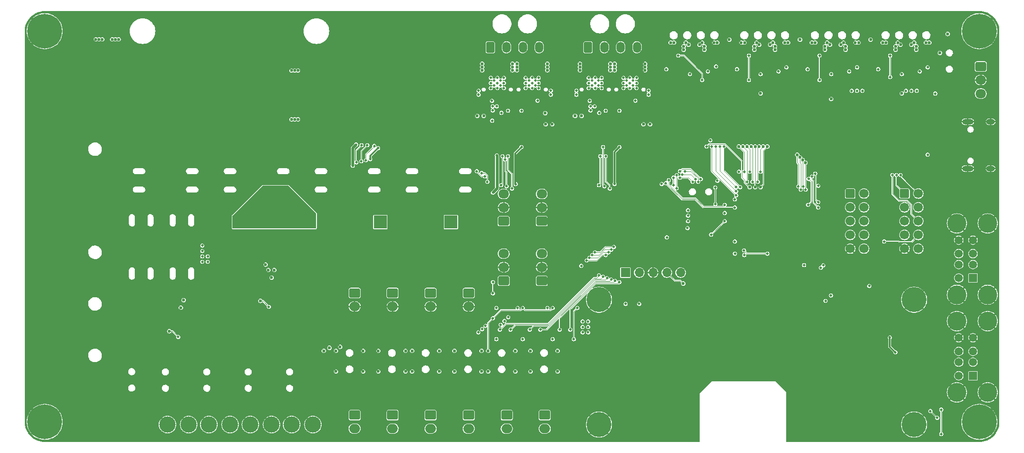
<source format=gbr>
%TF.GenerationSoftware,KiCad,Pcbnew,7.0.7-7.0.7~ubuntu22.04.1*%
%TF.CreationDate,2023-08-30T21:12:01-07:00*%
%TF.ProjectId,mainboard,6d61696e-626f-4617-9264-2e6b69636164,rev?*%
%TF.SameCoordinates,Original*%
%TF.FileFunction,Copper,L3,Inr*%
%TF.FilePolarity,Positive*%
%FSLAX46Y46*%
G04 Gerber Fmt 4.6, Leading zero omitted, Abs format (unit mm)*
G04 Created by KiCad (PCBNEW 7.0.7-7.0.7~ubuntu22.04.1) date 2023-08-30 21:12:01*
%MOMM*%
%LPD*%
G01*
G04 APERTURE LIST*
G04 Aperture macros list*
%AMRoundRect*
0 Rectangle with rounded corners*
0 $1 Rounding radius*
0 $2 $3 $4 $5 $6 $7 $8 $9 X,Y pos of 4 corners*
0 Add a 4 corners polygon primitive as box body*
4,1,4,$2,$3,$4,$5,$6,$7,$8,$9,$2,$3,0*
0 Add four circle primitives for the rounded corners*
1,1,$1+$1,$2,$3*
1,1,$1+$1,$4,$5*
1,1,$1+$1,$6,$7*
1,1,$1+$1,$8,$9*
0 Add four rect primitives between the rounded corners*
20,1,$1+$1,$2,$3,$4,$5,0*
20,1,$1+$1,$4,$5,$6,$7,0*
20,1,$1+$1,$6,$7,$8,$9,0*
20,1,$1+$1,$8,$9,$2,$3,0*%
G04 Aperture macros list end*
%TA.AperFunction,ComponentPad*%
%ADD10C,3.000000*%
%TD*%
%TA.AperFunction,ComponentPad*%
%ADD11O,2.700000X1.500000*%
%TD*%
%TA.AperFunction,ComponentPad*%
%ADD12RoundRect,0.250001X-0.499999X-0.759999X0.499999X-0.759999X0.499999X0.759999X-0.499999X0.759999X0*%
%TD*%
%TA.AperFunction,ComponentPad*%
%ADD13O,1.500000X2.020000*%
%TD*%
%TA.AperFunction,ComponentPad*%
%ADD14C,0.500000*%
%TD*%
%TA.AperFunction,ComponentPad*%
%ADD15RoundRect,0.250000X-0.750000X0.600000X-0.750000X-0.600000X0.750000X-0.600000X0.750000X0.600000X0*%
%TD*%
%TA.AperFunction,ComponentPad*%
%ADD16O,2.000000X1.700000*%
%TD*%
%TA.AperFunction,ComponentPad*%
%ADD17O,2.100000X1.000000*%
%TD*%
%TA.AperFunction,ComponentPad*%
%ADD18O,1.600000X1.000000*%
%TD*%
%TA.AperFunction,ComponentPad*%
%ADD19RoundRect,0.250000X0.725000X-0.600000X0.725000X0.600000X-0.725000X0.600000X-0.725000X-0.600000X0*%
%TD*%
%TA.AperFunction,ComponentPad*%
%ADD20O,1.950000X1.700000*%
%TD*%
%TA.AperFunction,ComponentPad*%
%ADD21C,0.800000*%
%TD*%
%TA.AperFunction,ComponentPad*%
%ADD22C,6.400000*%
%TD*%
%TA.AperFunction,ComponentPad*%
%ADD23C,4.600000*%
%TD*%
%TA.AperFunction,ComponentPad*%
%ADD24C,5.000000*%
%TD*%
%TA.AperFunction,ComponentPad*%
%ADD25RoundRect,0.250000X-0.600000X-0.600000X0.600000X-0.600000X0.600000X0.600000X-0.600000X0.600000X0*%
%TD*%
%TA.AperFunction,ComponentPad*%
%ADD26C,1.700000*%
%TD*%
%TA.AperFunction,ComponentPad*%
%ADD27R,2.400000X2.400000*%
%TD*%
%TA.AperFunction,ComponentPad*%
%ADD28C,2.400000*%
%TD*%
%TA.AperFunction,ComponentPad*%
%ADD29RoundRect,0.250000X-0.725000X0.600000X-0.725000X-0.600000X0.725000X-0.600000X0.725000X0.600000X0*%
%TD*%
%TA.AperFunction,ComponentPad*%
%ADD30R,1.500000X1.500000*%
%TD*%
%TA.AperFunction,ComponentPad*%
%ADD31C,1.500000*%
%TD*%
%TA.AperFunction,ComponentPad*%
%ADD32C,3.500000*%
%TD*%
%TA.AperFunction,ComponentPad*%
%ADD33R,1.700000X1.700000*%
%TD*%
%TA.AperFunction,ComponentPad*%
%ADD34O,1.700000X1.700000*%
%TD*%
%TA.AperFunction,ViaPad*%
%ADD35C,0.500000*%
%TD*%
%TA.AperFunction,ViaPad*%
%ADD36C,0.600000*%
%TD*%
%TA.AperFunction,Conductor*%
%ADD37C,0.300000*%
%TD*%
%TA.AperFunction,Conductor*%
%ADD38C,0.100000*%
%TD*%
%TA.AperFunction,Conductor*%
%ADD39C,0.500000*%
%TD*%
%TA.AperFunction,Conductor*%
%ADD40C,0.150000*%
%TD*%
G04 APERTURE END LIST*
D10*
%TO.N,+24V*%
%TO.C,J17*%
X104215000Y-136500000D03*
%TO.N,Net-(J17-Pin_2)*%
X108120000Y-136500000D03*
%TD*%
D11*
%TO.N,VMC*%
%TO.C,F4*%
X117900000Y-93200000D03*
%TD*%
D12*
%TO.N,/Motor 5 (TMCx160)/Motor_B1*%
%TO.C,M6*%
X156000000Y-66970000D03*
D13*
%TO.N,/Motor 5 (TMCx160)/Motor_B2*%
X159000000Y-66970000D03*
%TO.N,/Motor 5 (TMCx160)/Motor_A1*%
X162000000Y-66970000D03*
%TO.N,/Motor 5 (TMCx160)/Motor_A2*%
X165000000Y-66970000D03*
%TD*%
D14*
%TO.N,GND*%
%TO.C,U2*%
X231125000Y-68125000D03*
X231125000Y-69500000D03*
X231125000Y-70875000D03*
X232500000Y-68125000D03*
X232500000Y-69500000D03*
X232500000Y-70875000D03*
X233875000Y-68125000D03*
X233875000Y-69500000D03*
X233875000Y-70875000D03*
%TD*%
D15*
%TO.N,/Th_{1}*%
%TO.C,J25*%
X138025000Y-112250000D03*
D16*
%TO.N,GND*%
X138025000Y-114750000D03*
%TD*%
D17*
%TO.N,GND*%
%TO.C,J1*%
X243895000Y-89320000D03*
D18*
X248075000Y-89320000D03*
D17*
X243895000Y-80680000D03*
D18*
X248075000Y-80680000D03*
%TD*%
D15*
%TO.N,/Th_{0}*%
%TO.C,J23*%
X131025000Y-112250000D03*
D16*
%TO.N,GND*%
X131025000Y-114750000D03*
%TD*%
D19*
%TO.N,+3.3V*%
%TO.C,J3*%
X165475000Y-99000000D03*
D20*
%TO.N,GND*%
X165475000Y-96500000D03*
%TO.N,/ES0*%
X165475000Y-94000000D03*
%TD*%
D15*
%TO.N,Net-(J15-Pin_1)*%
%TO.C,J15*%
X138024998Y-134750000D03*
D16*
%TO.N,Net-(J15-Pin_2)*%
X138024998Y-137250000D03*
%TD*%
D19*
%TO.N,+3.3V*%
%TO.C,J4*%
X158475000Y-99000000D03*
D20*
%TO.N,GND*%
X158475000Y-96500000D03*
%TO.N,/ES1*%
X158475000Y-94000000D03*
%TD*%
D21*
%TO.N,N/C*%
%TO.C,H4*%
X243600000Y-136000000D03*
X244302944Y-134302944D03*
X244302944Y-137697056D03*
X246000000Y-133600000D03*
D22*
X246000000Y-136000000D03*
D21*
X246000000Y-138400000D03*
X247697056Y-134302944D03*
X247697056Y-137697056D03*
X248400000Y-136000000D03*
%TD*%
D14*
%TO.N,GND*%
%TO.C,U8*%
X116750000Y-110950000D03*
X115500000Y-110950000D03*
X114250000Y-110950000D03*
X116750000Y-112000000D03*
X115500000Y-112000000D03*
X114250000Y-112000000D03*
X116750000Y-113050000D03*
X115500000Y-113050000D03*
X114250000Y-113050000D03*
%TD*%
D23*
%TO.N,GND*%
%TO.C,H11*%
X176000000Y-113500000D03*
%TD*%
D10*
%TO.N,+24V*%
%TO.C,J18*%
X96595000Y-136500000D03*
%TO.N,Net-(J18-Pin_2)*%
X100500000Y-136500000D03*
%TD*%
D23*
%TO.N,GND*%
%TO.C,H10*%
X148000000Y-64000000D03*
%TD*%
D10*
%TO.N,+24V*%
%TO.C,J19*%
X111845000Y-136500000D03*
%TO.N,Net-(J19-Pin_2)*%
X115750000Y-136500000D03*
%TD*%
D24*
%TO.N,GND*%
%TO.C,J9*%
X83250000Y-76250000D03*
X83250000Y-95250000D03*
%TD*%
D23*
%TO.N,GND*%
%TO.C,H8*%
X234000000Y-136500000D03*
%TD*%
D14*
%TO.N,GND*%
%TO.C,U4*%
X205125000Y-68125000D03*
X205125000Y-69500000D03*
X205125000Y-70875000D03*
X206500000Y-68125000D03*
X206500000Y-69500000D03*
X206500000Y-70875000D03*
X207875000Y-68125000D03*
X207875000Y-69500000D03*
X207875000Y-70875000D03*
%TD*%
D15*
%TO.N,Net-(J8-Pin_1)*%
%TO.C,J8*%
X131025000Y-134750000D03*
D16*
%TO.N,Net-(J8-Pin_2)*%
X131025000Y-137250000D03*
%TD*%
D23*
%TO.N,GND*%
%TO.C,H12*%
X176000000Y-136500000D03*
%TD*%
D15*
%TO.N,/Th_{3}*%
%TO.C,J27*%
X152025000Y-112250000D03*
D16*
%TO.N,GND*%
X152025000Y-114750000D03*
%TD*%
D12*
%TO.N,/Motor 4 (TMCx160)/Motor_B1*%
%TO.C,M5*%
X174000000Y-66970000D03*
D13*
%TO.N,/Motor 4 (TMCx160)/Motor_B2*%
X177000000Y-66970000D03*
%TO.N,/Motor 4 (TMCx160)/Motor_A1*%
X180000000Y-66970000D03*
%TO.N,/Motor 4 (TMCx160)/Motor_A2*%
X183000000Y-66970000D03*
%TD*%
D15*
%TO.N,Net-(J7-Pin_1)*%
%TO.C,J7*%
X145025000Y-134750000D03*
D16*
%TO.N,Net-(J7-Pin_2)*%
X145025000Y-137250000D03*
%TD*%
D14*
%TO.N,GND*%
%TO.C,U5*%
X192125000Y-68125000D03*
X192125000Y-69500000D03*
X192125000Y-70875000D03*
X193500000Y-68125000D03*
X193500000Y-69500000D03*
X193500000Y-70875000D03*
X194875000Y-68125000D03*
X194875000Y-69500000D03*
X194875000Y-70875000D03*
%TD*%
D15*
%TO.N,Net-(J14-Pin_1)*%
%TO.C,J14*%
X152024998Y-134750000D03*
D16*
%TO.N,Net-(J14-Pin_2)*%
X152024998Y-137250000D03*
%TD*%
D25*
%TO.N,/MISO_{3}*%
%TO.C,J11*%
X232247500Y-93920000D03*
D26*
%TO.N,/SClk_{3}*%
X234787500Y-93920000D03*
%TO.N,/Btn_En2*%
X232247500Y-96460000D03*
%TO.N,/SD_CS*%
X234787500Y-96460000D03*
%TO.N,/Btn_En1*%
X232247500Y-99000000D03*
%TO.N,/MOSI_{3}*%
X234787500Y-99000000D03*
%TO.N,/SD_Det*%
X232247500Y-101540000D03*
%TO.N,/~{Reset}*%
X234787500Y-101540000D03*
%TO.N,GND*%
X232247500Y-104080000D03*
%TO.N,+5V*%
X234787500Y-104080000D03*
%TD*%
D19*
%TO.N,+3.3V*%
%TO.C,J6*%
X158475000Y-110000000D03*
D20*
%TO.N,GND*%
X158475000Y-107500000D03*
%TO.N,/ES3*%
X158475000Y-105000000D03*
%TD*%
D23*
%TO.N,GND*%
%TO.C,H7*%
X234000000Y-113500000D03*
%TD*%
D10*
%TO.N,+24V*%
%TO.C,J20*%
X119455000Y-136500000D03*
%TO.N,Net-(J20-Pin_2)*%
X123360000Y-136500000D03*
%TD*%
D27*
%TO.N,VMC*%
%TO.C,C9*%
X122750000Y-99176041D03*
D28*
%TO.N,GND*%
X122750000Y-104176041D03*
%TD*%
D19*
%TO.N,+3.3V*%
%TO.C,J5*%
X165475000Y-110000000D03*
D20*
%TO.N,GND*%
X165475000Y-107500000D03*
%TO.N,/ES2*%
X165475000Y-105000000D03*
%TD*%
D23*
%TO.N,GND*%
%TO.C,H6*%
X116000000Y-64000000D03*
%TD*%
D25*
%TO.N,/Buzzer*%
%TO.C,J10*%
X222247500Y-93920000D03*
D26*
%TO.N,/Btn_Enc*%
X224787500Y-93920000D03*
%TO.N,/LCD_En*%
X222247500Y-96460000D03*
%TO.N,/LCD_Rs*%
X224787500Y-96460000D03*
%TO.N,/LCD_D4*%
X222247500Y-99000000D03*
%TO.N,/LCD_D5*%
X224787500Y-99000000D03*
%TO.N,/LCD_D6*%
X222247500Y-101540000D03*
%TO.N,/LCD_D7*%
X224787500Y-101540000D03*
%TO.N,GND*%
X222247500Y-104080000D03*
%TO.N,+5V*%
X224787500Y-104080000D03*
%TD*%
D27*
%TO.N,VMB*%
%TO.C,C33*%
X135750000Y-99176041D03*
D28*
%TO.N,GND*%
X135750000Y-104176041D03*
%TD*%
D14*
%TO.N,GND*%
%TO.C,U3*%
X218125000Y-68125000D03*
X218125000Y-69500000D03*
X218125000Y-70875000D03*
X219500000Y-68125000D03*
X219500000Y-69500000D03*
X219500000Y-70875000D03*
X220875000Y-68125000D03*
X220875000Y-69500000D03*
X220875000Y-70875000D03*
%TD*%
D29*
%TO.N,Net-(J24-Pin_1)*%
%TO.C,J24*%
X246275000Y-70500000D03*
D20*
%TO.N,GND*%
X246275000Y-73000000D03*
%TO.N,Net-(J24-Pin_3)*%
X246275000Y-75500000D03*
%TD*%
D15*
%TO.N,Net-(J16-Pin_1)*%
%TO.C,J16*%
X166024997Y-134750000D03*
D16*
%TO.N,Net-(J16-Pin_2)*%
X166024997Y-137250000D03*
%TD*%
D30*
%TO.N,+5V*%
%TO.C,J13*%
X244857685Y-109500002D03*
D31*
%TO.N,Net-(J13-D1-)*%
X244857685Y-107000002D03*
%TO.N,Net-(J13-D1+)*%
X244857685Y-105000002D03*
%TO.N,GND*%
X244857685Y-102500002D03*
%TO.N,+5V*%
X242237685Y-109500002D03*
%TO.N,Net-(J13-D2-)*%
X242237685Y-107000002D03*
%TO.N,Net-(J13-D2+)*%
X242237685Y-105000002D03*
%TO.N,GND*%
X242237685Y-102500002D03*
D32*
X247567685Y-112570002D03*
X247567685Y-99430002D03*
X241887685Y-112570002D03*
X241887685Y-99430002D03*
%TD*%
D15*
%TO.N,Net-(J12-Pin_1)*%
%TO.C,J12*%
X159024999Y-134750000D03*
D16*
%TO.N,Net-(J12-Pin_2)*%
X159024999Y-137250000D03*
%TD*%
D27*
%TO.N,VMB*%
%TO.C,C27*%
X148750000Y-99176041D03*
D28*
%TO.N,GND*%
X148750000Y-104176041D03*
%TD*%
D14*
%TO.N,GND*%
%TO.C,U11*%
X100050000Y-116500000D03*
X98800000Y-116500000D03*
X97550000Y-116500000D03*
X100050000Y-117550000D03*
X98800000Y-117550000D03*
X97550000Y-117550000D03*
X100050000Y-118600000D03*
X98800000Y-118600000D03*
X97550000Y-118600000D03*
%TD*%
D15*
%TO.N,/Th_{2}*%
%TO.C,J26*%
X145025000Y-112250000D03*
D16*
%TO.N,GND*%
X145025000Y-114750000D03*
%TD*%
D21*
%TO.N,N/C*%
%TO.C,H1*%
X71600000Y-64000000D03*
X72302944Y-62302944D03*
X72302944Y-65697056D03*
X74000000Y-61600000D03*
D22*
X74000000Y-64000000D03*
D21*
X74000000Y-66400000D03*
X75697056Y-62302944D03*
X75697056Y-65697056D03*
X76400000Y-64000000D03*
%TD*%
D33*
%TO.N,+5V*%
%TO.C,J2*%
X180870001Y-108500000D03*
D34*
X183410001Y-108500000D03*
%TO.N,GND*%
X185950001Y-108500000D03*
%TO.N,/USART_{3}_RX*%
X188490001Y-108500000D03*
%TO.N,/USART_{3}_TX*%
X191030001Y-108500000D03*
%TD*%
D14*
%TO.N,GND*%
%TO.C,U6*%
X176250000Y-79750000D03*
X176250000Y-82000000D03*
X176250000Y-84250000D03*
X177375000Y-80875000D03*
X177375000Y-83125000D03*
X178500000Y-79750000D03*
X178500000Y-82000000D03*
X178500000Y-84250000D03*
X179625000Y-80875000D03*
X179625000Y-83125000D03*
X180750000Y-79750000D03*
X180750000Y-82000000D03*
X180750000Y-84250000D03*
%TD*%
D21*
%TO.N,N/C*%
%TO.C,H2*%
X71600000Y-136000000D03*
X72302944Y-134302944D03*
X72302944Y-137697056D03*
X74000000Y-133600000D03*
D22*
X74000000Y-136000000D03*
D21*
X74000000Y-138400000D03*
X75697056Y-134302944D03*
X75697056Y-137697056D03*
X76400000Y-136000000D03*
%TD*%
%TO.N,N/C*%
%TO.C,H3*%
X243600000Y-64000000D03*
X244302944Y-62302944D03*
X244302944Y-65697056D03*
X246000000Y-61600000D03*
D22*
X246000000Y-64000000D03*
D21*
X246000000Y-66400000D03*
X247697056Y-62302944D03*
X247697056Y-65697056D03*
X248400000Y-64000000D03*
%TD*%
D14*
%TO.N,GND*%
%TO.C,U7*%
X158250000Y-79750000D03*
X158250000Y-82000000D03*
X158250000Y-84250000D03*
X159375000Y-80875000D03*
X159375000Y-83125000D03*
X160500000Y-79750000D03*
X160500000Y-82000000D03*
X160500000Y-84250000D03*
X161625000Y-80875000D03*
X161625000Y-83125000D03*
X162750000Y-79750000D03*
X162750000Y-82000000D03*
X162750000Y-84250000D03*
%TD*%
D30*
%TO.N,+5V*%
%TO.C,J21*%
X244857685Y-127500002D03*
D31*
%TO.N,Net-(J21-D1-)*%
X244857685Y-125000002D03*
%TO.N,Net-(J21-D1+)*%
X244857685Y-123000002D03*
%TO.N,GND*%
X244857685Y-120500002D03*
%TO.N,+5V*%
X242237685Y-127500002D03*
%TO.N,Net-(J21-D2-)*%
X242237685Y-125000002D03*
%TO.N,Net-(J21-D2+)*%
X242237685Y-123000002D03*
%TO.N,GND*%
X242237685Y-120500002D03*
D32*
X247567685Y-130570002D03*
X247567685Y-117430002D03*
X241887685Y-130570002D03*
X241887685Y-117430002D03*
%TD*%
D27*
%TO.N,VMC*%
%TO.C,C7*%
X109750000Y-99176041D03*
D28*
%TO.N,GND*%
X109750000Y-104176041D03*
%TD*%
D35*
%TO.N,GND*%
X141600000Y-82850000D03*
D36*
X170700000Y-68400000D03*
D35*
X141000000Y-107000000D03*
X211000000Y-132500000D03*
X141850000Y-84550000D03*
X236650000Y-128450000D03*
X188500000Y-97000000D03*
X211000000Y-94000000D03*
D36*
X101250000Y-114250000D03*
D35*
X117900000Y-108700000D03*
X90050000Y-131750000D03*
X244000000Y-91000000D03*
X133675000Y-122050000D03*
X194100000Y-96000000D03*
D36*
X116250000Y-105500000D03*
D35*
X147799998Y-128750000D03*
X161400000Y-119850000D03*
X211000000Y-62250000D03*
X231750000Y-87500000D03*
X193500000Y-102000000D03*
D36*
X95300000Y-78700000D03*
D35*
X195000000Y-129000000D03*
X236000000Y-84000000D03*
X117900000Y-107250000D03*
X202000000Y-102000000D03*
D36*
X100600000Y-115600000D03*
D35*
X103250000Y-82000000D03*
D36*
X202200000Y-111500000D03*
X221750000Y-84000000D03*
D35*
X215000000Y-63250000D03*
D36*
X195000000Y-97700000D03*
D35*
X181000000Y-101500000D03*
D36*
X210200000Y-67900000D03*
D35*
X194250000Y-94500000D03*
D36*
X205200000Y-111700000D03*
D35*
X79000000Y-107000000D03*
X202000000Y-62250000D03*
D36*
X211250000Y-84750000D03*
D35*
X194000000Y-138500000D03*
X78000000Y-133750000D03*
X86000000Y-79000000D03*
X202250000Y-91750000D03*
X152900000Y-78000000D03*
D36*
X104100000Y-71400000D03*
X168300000Y-68400000D03*
D35*
X202000000Y-63250000D03*
D36*
X121500000Y-76500000D03*
D35*
X188500000Y-100000000D03*
D36*
X152700000Y-68400000D03*
D35*
X85000000Y-133750000D03*
X81000000Y-133750000D03*
X92000000Y-121000000D03*
X227000000Y-84000000D03*
X201700000Y-103400000D03*
X166500000Y-87450000D03*
D36*
X228800000Y-67900000D03*
D35*
X210000000Y-129000000D03*
X187000000Y-65000000D03*
X117300000Y-110300000D03*
X154750000Y-96500000D03*
X123210000Y-129500000D03*
X208000000Y-99000000D03*
D36*
X180600000Y-133200000D03*
X118500000Y-84000000D03*
D35*
X194000000Y-136500000D03*
D36*
X118500000Y-67500000D03*
X181400000Y-131100000D03*
X223800000Y-67900000D03*
D35*
X152900000Y-77500000D03*
D36*
X101000000Y-111950000D03*
D35*
X148799998Y-128750000D03*
X240100000Y-75600000D03*
D36*
X167100000Y-68400000D03*
D35*
X204500000Y-128000000D03*
D36*
X113800000Y-107750000D03*
D35*
X134299998Y-127600000D03*
X113250000Y-75500000D03*
X194000000Y-132500000D03*
D36*
X189500000Y-130600000D03*
D35*
X210900000Y-114950000D03*
X76000000Y-87000000D03*
X149250000Y-84250000D03*
X160750000Y-85350000D03*
X129050000Y-84650000D03*
D36*
X108800000Y-112300000D03*
D35*
X98950000Y-129500000D03*
X187000000Y-101500000D03*
D36*
X171300000Y-68400000D03*
D35*
X168100000Y-77000000D03*
X187000000Y-110000000D03*
D36*
X197800000Y-67900000D03*
D35*
X117300000Y-109700000D03*
X226250000Y-119200000D03*
X129000000Y-106000000D03*
X208000000Y-96000000D03*
X225600000Y-114300000D03*
X166900000Y-119875000D03*
X187000000Y-63000000D03*
X194400000Y-123300000D03*
X168100000Y-77500000D03*
X170900000Y-77500000D03*
X170900000Y-77000000D03*
X162300000Y-123000000D03*
D36*
X185700000Y-68400000D03*
D35*
X134799998Y-128750000D03*
X236000000Y-83000000D03*
D36*
X153300000Y-68400000D03*
D35*
X216500000Y-106600000D03*
X73000000Y-125000000D03*
X124760000Y-129500000D03*
X114200000Y-129500000D03*
X187000000Y-66000000D03*
D36*
X101250000Y-112800000D03*
D35*
X86000000Y-133750000D03*
D36*
X189200000Y-67900000D03*
D35*
X227000000Y-86000000D03*
X183700000Y-86400000D03*
X115600000Y-129500000D03*
X189000000Y-62250000D03*
X188500000Y-99000000D03*
X231750000Y-85750000D03*
X169700000Y-112025000D03*
D36*
X123800000Y-83000000D03*
D35*
X231750000Y-84000000D03*
X163499997Y-128900000D03*
X94500000Y-116550000D03*
D36*
X129200000Y-103900000D03*
D35*
X129150000Y-89150000D03*
X79000000Y-82000000D03*
D36*
X101250000Y-113550000D03*
D35*
X170900000Y-78000000D03*
D36*
X202800000Y-67900000D03*
D35*
X217500000Y-92400000D03*
X184500000Y-120500000D03*
D36*
X97326468Y-120549500D03*
D35*
X193000000Y-105750000D03*
X215000000Y-62250000D03*
D36*
X126600000Y-83700000D03*
D35*
X178750000Y-85350000D03*
X213600000Y-114950000D03*
D36*
X202200000Y-67900000D03*
D35*
X188500000Y-98000000D03*
X200500000Y-128000000D03*
X87000000Y-133750000D03*
X173075000Y-109200000D03*
X101900000Y-129000000D03*
X168100000Y-78000000D03*
X228000000Y-63250000D03*
X133799998Y-128750000D03*
X135950000Y-82000000D03*
X211000000Y-134500000D03*
X186100000Y-77500000D03*
X121810000Y-129500000D03*
X220700000Y-102200000D03*
X117900000Y-108000000D03*
X77000000Y-133750000D03*
D36*
X167700000Y-68400000D03*
D35*
X220900000Y-97200000D03*
D36*
X129200000Y-94300000D03*
D35*
X157600000Y-112200000D03*
X152900000Y-77000000D03*
X162799997Y-128750000D03*
X107970000Y-129500000D03*
X219500000Y-91000000D03*
X125050000Y-117450000D03*
X212500000Y-116550000D03*
X149399998Y-128300000D03*
D36*
X228200000Y-67900000D03*
D35*
X135499998Y-128900000D03*
D36*
X189800000Y-67900000D03*
D35*
X155500000Y-114000000D03*
X227450000Y-100400000D03*
D36*
X223200000Y-67900000D03*
D35*
X109520000Y-129000000D03*
X148299998Y-127600000D03*
D36*
X108700000Y-109350000D03*
X128500000Y-75500000D03*
D35*
X211000000Y-136500000D03*
D36*
X186300000Y-68400000D03*
X230250000Y-73250000D03*
D35*
X106570000Y-129500000D03*
X160599997Y-128800000D03*
X117150000Y-129500000D03*
X228000000Y-62250000D03*
X162299997Y-127600000D03*
X187000000Y-62000000D03*
X117150000Y-129000000D03*
X224000000Y-62250000D03*
X217000000Y-87000000D03*
X221750000Y-87500000D03*
X189000000Y-63250000D03*
D36*
X121500000Y-84000000D03*
D35*
X154350000Y-82950000D03*
X186000000Y-94000000D03*
X124160000Y-129500000D03*
X117900000Y-116600000D03*
X198000000Y-63250000D03*
X210000000Y-98000000D03*
X227300000Y-127400000D03*
X198500000Y-128000000D03*
X124760000Y-129000000D03*
D36*
X94000000Y-71200000D03*
D35*
X205000000Y-117000000D03*
D36*
X97850000Y-113350000D03*
D35*
X219800000Y-134600000D03*
X101300000Y-129500000D03*
D36*
X236800000Y-67900000D03*
D35*
X186100000Y-77000000D03*
D36*
X104350000Y-112500000D03*
D35*
X84000000Y-133750000D03*
X127000000Y-99000000D03*
X202000000Y-98000000D03*
D36*
X215200000Y-67900000D03*
X171900000Y-68400000D03*
D35*
X198025000Y-96975000D03*
X82000000Y-133750000D03*
X166150000Y-85400000D03*
X211000000Y-63250000D03*
D36*
X127700000Y-90200000D03*
D35*
X187000000Y-64000000D03*
D36*
X184200000Y-136100000D03*
D35*
X237500000Y-131350000D03*
X133699998Y-127600000D03*
X236200000Y-74000000D03*
X227000000Y-85000000D03*
X153500000Y-92300000D03*
D36*
X215800000Y-67900000D03*
D35*
X214300000Y-121400000D03*
X194000000Y-134500000D03*
D36*
X197200000Y-67900000D03*
X153900000Y-68400000D03*
X121500000Y-67500000D03*
D35*
X109520000Y-129500000D03*
X187050000Y-83700000D03*
X88900000Y-127500000D03*
X149499998Y-128900000D03*
X161699997Y-127600000D03*
X89000000Y-130650000D03*
X231600000Y-131400000D03*
D36*
X195000000Y-99300000D03*
D35*
X79000000Y-133750000D03*
X94500000Y-115550000D03*
X147650000Y-82450000D03*
D36*
X128350000Y-108250000D03*
D35*
X206500000Y-128000000D03*
X167300000Y-105050000D03*
X147699998Y-127600000D03*
D36*
X216000000Y-75500000D03*
D35*
X163399997Y-128300000D03*
X196500000Y-105000000D03*
X237000000Y-62250000D03*
D36*
X114046518Y-114974037D03*
D35*
X237000000Y-63250000D03*
X116550000Y-129500000D03*
X161799997Y-128750000D03*
D36*
X182300000Y-132000000D03*
D35*
X100350000Y-129500000D03*
X184500000Y-132000000D03*
D36*
X185100000Y-68400000D03*
D35*
X212750000Y-112950000D03*
X192000000Y-93000000D03*
D36*
X210800000Y-67900000D03*
D35*
X211000000Y-103000000D03*
X170000000Y-64000000D03*
X211000000Y-130500000D03*
X198000000Y-62250000D03*
D36*
X118500000Y-75000000D03*
D35*
X212000000Y-101000000D03*
X146599998Y-128800000D03*
X194950000Y-96950000D03*
X221750000Y-85750000D03*
X216600000Y-105400000D03*
X198500000Y-102500000D03*
X248000000Y-91000000D03*
X188500000Y-101000000D03*
X227000000Y-87000000D03*
X202500000Y-128000000D03*
X184650000Y-85300000D03*
X83000000Y-133750000D03*
X135399998Y-128300000D03*
X186100000Y-78000000D03*
X80000000Y-133750000D03*
X194000000Y-130500000D03*
D36*
X118500000Y-76500000D03*
D35*
X155200000Y-112550000D03*
D36*
X236200000Y-67900000D03*
D35*
X248000000Y-79000000D03*
X146600000Y-85150000D03*
X108920000Y-129500000D03*
D36*
X103450000Y-110100000D03*
D35*
X190350000Y-84250000D03*
X236000000Y-85000000D03*
X194250000Y-111500000D03*
X132599998Y-128800000D03*
X224000000Y-63250000D03*
X208500000Y-128000000D03*
X79000000Y-72000000D03*
X233600000Y-108000000D03*
X101900000Y-129500000D03*
X125050000Y-116800000D03*
X97250000Y-75500000D03*
D36*
X121500000Y-75000000D03*
D35*
X155175000Y-120775000D03*
X196500000Y-128000000D03*
%TO.N,+3.3V*%
X192280756Y-100272973D03*
D36*
X231750000Y-75450000D03*
D35*
X197550000Y-70500000D03*
X196500000Y-84100000D03*
X199150000Y-97500000D03*
D36*
X205750000Y-75450000D03*
D35*
X235050000Y-71400000D03*
X157125000Y-120750000D03*
D36*
X218750000Y-76500000D03*
D35*
X188500000Y-102000000D03*
X201025000Y-105000000D03*
X166525000Y-115000000D03*
X222050000Y-71400000D03*
X217300000Y-107150000D03*
X197800000Y-91550000D03*
X216350000Y-92500000D03*
X209050000Y-71400000D03*
X133900000Y-87575000D03*
X179750000Y-85350000D03*
X192400000Y-97999999D03*
X160675000Y-92175000D03*
X192400000Y-99000000D03*
X187550000Y-92150000D03*
X172750000Y-107250000D03*
X202750000Y-105250000D03*
X161025000Y-115000000D03*
X192750000Y-71900000D03*
X201000000Y-102750000D03*
X231750000Y-71900000D03*
X201750000Y-89900000D03*
X167475000Y-120750000D03*
X236500000Y-86750000D03*
X229520000Y-120440000D03*
X216850000Y-107600000D03*
X213750000Y-107100000D03*
X225760000Y-110960000D03*
X201000000Y-95000000D03*
X171375000Y-120750000D03*
X192400000Y-97000000D03*
X172025000Y-115000000D03*
X178875000Y-92150000D03*
X161750000Y-85350000D03*
X223500000Y-70650000D03*
X161975000Y-120750000D03*
X205750000Y-71900000D03*
X135350000Y-85550000D03*
X157125000Y-115000000D03*
X218750000Y-71900000D03*
X230550000Y-123180000D03*
X210500000Y-70650000D03*
X236500000Y-70650000D03*
X196050000Y-71400000D03*
%TO.N,VMB*%
X157300001Y-73550000D03*
X164900000Y-74500000D03*
D36*
X153600000Y-79600000D03*
D35*
X181100000Y-73075000D03*
X175900000Y-73075000D03*
X174100000Y-72600000D03*
D36*
X154800000Y-79600000D03*
D35*
X162500000Y-73550000D03*
X182900000Y-74500000D03*
X174100000Y-73549999D03*
D36*
X184200000Y-81150000D03*
X171600000Y-79600000D03*
D35*
X181100000Y-74025000D03*
X180500000Y-72600000D03*
X174700000Y-73075000D03*
X163700000Y-73550000D03*
X180500000Y-73550000D03*
X158500000Y-72600000D03*
X180500000Y-74500000D03*
X156100000Y-72600000D03*
X164300000Y-73075000D03*
X174700000Y-74025000D03*
X163700000Y-74500000D03*
X162500000Y-72600000D03*
X182900000Y-73550000D03*
X175300000Y-72600000D03*
X176500000Y-74500000D03*
X182900000Y-72600000D03*
D36*
X167400000Y-81150000D03*
D35*
X162500000Y-74500000D03*
X156100000Y-73549999D03*
X158500000Y-73550000D03*
X176500000Y-73550000D03*
X164900000Y-72600000D03*
X182300000Y-73075000D03*
X156700000Y-74025000D03*
X164900000Y-73550000D03*
X157300000Y-72600000D03*
D36*
X172800000Y-79600000D03*
D35*
X164300000Y-74025000D03*
X182300000Y-74025000D03*
X181700000Y-74500000D03*
X163100000Y-74025000D03*
X156700000Y-73075000D03*
X158500000Y-74500000D03*
X176500000Y-72600000D03*
D36*
X185400000Y-81150000D03*
X166200000Y-81150000D03*
D35*
X181700000Y-72600000D03*
X157900000Y-73075000D03*
X181700000Y-73550000D03*
X175900000Y-74025000D03*
X174100000Y-74500000D03*
X156100000Y-74500000D03*
X157300000Y-74500000D03*
X175300000Y-74500000D03*
X163100000Y-73075000D03*
X157900000Y-74025000D03*
X163700000Y-72600000D03*
X175300001Y-73550000D03*
D36*
%TO.N,+12V*%
X140400000Y-122900000D03*
X135400000Y-122900000D03*
X126400000Y-122350000D03*
D35*
X131300000Y-84900000D03*
D36*
X154400000Y-122900000D03*
X132600000Y-122900000D03*
X146600000Y-122900000D03*
D35*
X156350000Y-80500000D03*
X157200000Y-86900000D03*
X161975000Y-115000000D03*
X156475000Y-112300000D03*
D36*
X155599999Y-122900000D03*
X141600000Y-122900000D03*
X160599999Y-122900000D03*
X149400000Y-122900000D03*
D35*
X167475000Y-115000000D03*
X156500000Y-93750000D03*
X130700000Y-88800000D03*
D36*
X166100000Y-79100000D03*
D35*
X156500000Y-110250000D03*
X156475000Y-116900000D03*
D36*
X163399999Y-122900000D03*
X125350000Y-122900000D03*
X168399999Y-122900000D03*
X127600000Y-122900000D03*
X128366471Y-122166471D03*
D35*
%TO.N,/_{M0}~{En}*%
X229600000Y-68500000D03*
X229600000Y-72450000D03*
X212700000Y-92600000D03*
D36*
X212500000Y-86750000D03*
D35*
%TO.N,/_{M1}~{En}*%
X216600000Y-68500000D03*
X216600000Y-73000000D03*
D36*
X204750000Y-92750000D03*
X204750000Y-85250000D03*
D35*
%TO.N,/_{M2}~{En}*%
X203600000Y-68500000D03*
D36*
X201750000Y-85250000D03*
D35*
X202750000Y-89900000D03*
X203600000Y-73000000D03*
%TO.N,/_{M3}~{En}*%
X196750000Y-85250000D03*
X195000000Y-73000000D03*
X190600000Y-68500000D03*
X201250000Y-94250000D03*
%TO.N,/Motor 4 (TMCx160)/Motor_A1*%
X179750000Y-78650000D03*
%TO.N,/_{M3}UART*%
X201250000Y-93500000D03*
X197500000Y-85250000D03*
%TO.N,/_{M3}Step*%
X201250000Y-92750000D03*
X198250000Y-85250000D03*
%TO.N,/Motor 4 (TMCx160)/Motor_B1*%
X174300000Y-76825000D03*
%TO.N,/_{M3}Dir*%
X199000000Y-85250000D03*
X202000000Y-92750000D03*
D36*
%TO.N,/_{M1}Dir*%
X207000000Y-85250000D03*
X205750000Y-92750000D03*
%TO.N,/Motor 0 (TMC2208)/BRA*%
X236200000Y-66100000D03*
X234000000Y-66100000D03*
X236800000Y-66100000D03*
X233500000Y-66500000D03*
%TO.N,/Motor 0 (TMC2208)/BRB*%
X231500000Y-66500000D03*
X228800000Y-66100000D03*
X231000000Y-66100000D03*
X228200000Y-66100000D03*
%TO.N,/Motor 1 (TMC2208)/BRA*%
X223800000Y-66100000D03*
X221000000Y-66100000D03*
X220500000Y-66500000D03*
X223200000Y-66100000D03*
%TO.N,/Motor 1 (TMC2208)/BRB*%
X218000000Y-66100000D03*
X215200000Y-66100000D03*
X215800000Y-66100000D03*
X218500000Y-66500000D03*
%TO.N,/Motor 2 (TMC2208)/BRA*%
X207500000Y-66500000D03*
X210200000Y-66100000D03*
X210800000Y-66100000D03*
X208000000Y-66100000D03*
%TO.N,/Motor 2 (TMC2208)/BRB*%
X202200000Y-66100000D03*
X205500000Y-66500000D03*
X205000000Y-66100000D03*
X202800000Y-66100000D03*
%TO.N,/Motor 3 (TMC2208)/BRA*%
X195000000Y-66100000D03*
X197800000Y-66100000D03*
X194500000Y-66500000D03*
X197200000Y-66100000D03*
%TO.N,/Motor 3 (TMC2208)/BRB*%
X189200000Y-66100000D03*
X192000000Y-66100000D03*
X189800000Y-66100000D03*
X192500000Y-66500000D03*
D35*
%TO.N,/Motor 4 (TMCx160)/Motor_A2*%
X182700000Y-76800000D03*
%TO.N,/Motor 4 (TMCx160)/Motor_B2*%
X177250000Y-78650000D03*
%TO.N,/Motor 5 (TMCx160)/Motor_A1*%
X161750000Y-78650000D03*
%TO.N,/Motor 5 (TMCx160)/Motor_B1*%
X156300000Y-76825000D03*
%TO.N,/Motor 5 (TMCx160)/Motor_A2*%
X164700000Y-76800000D03*
%TO.N,/Motor 5 (TMCx160)/Motor_B2*%
X159250000Y-78650000D03*
D36*
%TO.N,Net-(QA1-S2-Pad5)*%
X178900000Y-70600000D03*
X184500000Y-70600000D03*
X184500000Y-70000000D03*
X178900000Y-70000000D03*
X178900000Y-71200000D03*
X184500000Y-71200000D03*
%TO.N,Net-(QA2-S2-Pad5)*%
X166500000Y-71200000D03*
X160900000Y-70600000D03*
X160900000Y-71200000D03*
X160900000Y-70000000D03*
X166500000Y-70000000D03*
X166500000Y-70600000D03*
%TO.N,Net-(QB1-S2-Pad5)*%
X172500000Y-71200000D03*
X178100000Y-70000000D03*
X172500000Y-70000000D03*
X178100000Y-71200000D03*
X178100000Y-70600000D03*
X172500000Y-70600000D03*
%TO.N,Net-(QB2-S2-Pad5)*%
X160100000Y-70000000D03*
X160100000Y-70600000D03*
X154500000Y-70600000D03*
X154500000Y-70000000D03*
X160100000Y-71200000D03*
X154500000Y-71200000D03*
D35*
%TO.N,/Motor 4 (TMCx160)/SRAH*%
X185150000Y-74950000D03*
X174450000Y-77850000D03*
%TO.N,/Motor 4 (TMCx160)/SRAL*%
X185150000Y-75700000D03*
X174450000Y-78600000D03*
%TO.N,/Motor 4 (TMCx160)/SRBH*%
X175200000Y-77850000D03*
X171850000Y-74950000D03*
%TO.N,/Motor 4 (TMCx160)/SRBL*%
X176050000Y-79050000D03*
X171850000Y-75700000D03*
%TO.N,/Motor 5 (TMCx160)/SRAH*%
X167150000Y-74950000D03*
X156450000Y-77850000D03*
%TO.N,/Motor 5 (TMCx160)/SRAL*%
X156450000Y-78600000D03*
X167150000Y-75700000D03*
%TO.N,/Motor 5 (TMCx160)/SRBH*%
X153850000Y-74950000D03*
X157200000Y-77850000D03*
%TO.N,/Motor 5 (TMCx160)/SRBL*%
X158050000Y-79050000D03*
X153850000Y-75700000D03*
%TO.N,/~{Reset}*%
X196650000Y-101500000D03*
X228500000Y-102750000D03*
X199150000Y-99000000D03*
X207000000Y-105000000D03*
X202700000Y-104400000D03*
%TO.N,+5V*%
X153800000Y-119500000D03*
X174000000Y-117500000D03*
X157900000Y-118100000D03*
X183400000Y-114250000D03*
X173000000Y-117500000D03*
X154500000Y-118900000D03*
X155100000Y-118300000D03*
X218700000Y-112700000D03*
X174000000Y-118500000D03*
X180900000Y-114250000D03*
X173000000Y-118500000D03*
X159300000Y-116700000D03*
X173000000Y-119500000D03*
X158600000Y-117400000D03*
X174000000Y-119500000D03*
X217700000Y-113700000D03*
X237900000Y-75500000D03*
D36*
%TO.N,/_{M0}UART*%
X213000000Y-87250000D03*
D35*
X213150000Y-93200000D03*
%TO.N,/_{M0}Step*%
X213600000Y-92600000D03*
D36*
X213500000Y-87750000D03*
%TO.N,/_{M0}Dir*%
X214000000Y-88250000D03*
D35*
X214050000Y-93200000D03*
D36*
%TO.N,/_{M1}Step*%
X206250000Y-85250000D03*
D35*
X205750000Y-89900000D03*
%TO.N,/_{M22}Step*%
X190300000Y-90550000D03*
X190300000Y-92950000D03*
%TO.N,/_{M20}Step*%
X191800000Y-89800000D03*
X194250000Y-91750000D03*
%TO.N,/_{M22}Dir*%
X189700000Y-91000000D03*
X189700000Y-92400000D03*
%TO.N,/_{M4}Diag1*%
X195800000Y-85250000D03*
D36*
X203750000Y-92750000D03*
D35*
%TO.N,/_{M20}Dir*%
X193750000Y-91250000D03*
X191350000Y-90400000D03*
%TO.N,/_{M4}Step*%
X214500000Y-96000000D03*
X214600000Y-91221304D03*
%TO.N,/_{M4}Dir*%
X215200000Y-90800000D03*
X216350000Y-96500000D03*
D36*
%TO.N,VMC*%
X84600000Y-65500000D03*
X120000000Y-71250000D03*
X84000000Y-65500000D03*
X87000000Y-65500000D03*
X86400000Y-65500000D03*
X120600000Y-71250000D03*
X119400000Y-71250000D03*
X83400000Y-65500000D03*
X119400000Y-80250000D03*
X120000000Y-80250000D03*
X87600000Y-65500000D03*
X120600000Y-80250000D03*
D35*
%TO.N,/BOOT0*%
X197425000Y-95875000D03*
X197400000Y-92800000D03*
%TO.N,/ES0*%
X178750000Y-103750000D03*
X175250000Y-104750000D03*
%TO.N,/ES1*%
X174750000Y-105250000D03*
X178250000Y-104250000D03*
%TO.N,/ES2*%
X177750000Y-104750000D03*
X174250000Y-105750000D03*
%TO.N,/ES3*%
X177250000Y-105250000D03*
X173750000Y-106250000D03*
%TO.N,Net-(J9-Pin_4)*%
X104000000Y-105500000D03*
X103000000Y-103500000D03*
X103000000Y-105500000D03*
X103000000Y-106500000D03*
X104000000Y-106500000D03*
X103000000Y-104500000D03*
D36*
%TO.N,+24V*%
X116250000Y-108000000D03*
D35*
X201400000Y-71000000D03*
X222500000Y-75000000D03*
D36*
X230600000Y-67400000D03*
X149400000Y-126700000D03*
D35*
X232500000Y-75000000D03*
D36*
X221400000Y-66800000D03*
X208400000Y-67400000D03*
X230600000Y-66800000D03*
X160599999Y-126700000D03*
D35*
X224500000Y-75000000D03*
D36*
X221400000Y-67400000D03*
X195400000Y-66800000D03*
X140400000Y-126700000D03*
X127600000Y-126700000D03*
X240200000Y-64500000D03*
X155599999Y-126700000D03*
X238750000Y-68000000D03*
X146600000Y-126700000D03*
X226000000Y-65550000D03*
X217600000Y-66800000D03*
X168399999Y-126700000D03*
X99050000Y-114950000D03*
X154400000Y-126700000D03*
X217600000Y-67400000D03*
D35*
X188400000Y-71000000D03*
D36*
X115750000Y-109400000D03*
X163399999Y-126700000D03*
D35*
X227400000Y-71000000D03*
X234500000Y-75000000D03*
D36*
X208400000Y-66800000D03*
X234400000Y-67400000D03*
X200000000Y-65550000D03*
X114650000Y-107000000D03*
X234400000Y-66800000D03*
X191600000Y-67400000D03*
X132600000Y-126700000D03*
D35*
X233500000Y-75000000D03*
D36*
X135400000Y-126700000D03*
X99550000Y-113550000D03*
X204600000Y-66800000D03*
X213000000Y-65550000D03*
X141600000Y-126700000D03*
X191600000Y-66800000D03*
D35*
X223500000Y-75000000D03*
D36*
X115150000Y-108000000D03*
D35*
X214400000Y-71000000D03*
D36*
X204600000Y-67400000D03*
X195400000Y-67400000D03*
D35*
%TO.N,Net-(D17-K)*%
X237000000Y-134000000D03*
X238250000Y-135250000D03*
%TO.N,Net-(D17-A)*%
X239000000Y-138250000D03*
X239000000Y-133750000D03*
%TO.N,Net-(U8-FPWM)*%
X115250000Y-114800000D03*
D36*
X113700000Y-113700000D03*
D35*
%TO.N,/_{M1}UART*%
X205250000Y-91750000D03*
D36*
X205500000Y-85250000D03*
D35*
%TO.N,/_{M2}Dir*%
X204250000Y-91750000D03*
D36*
X204000000Y-85250000D03*
D35*
%TO.N,/_{M2}Step*%
X203750000Y-89900000D03*
D36*
X203250000Y-85250000D03*
D35*
%TO.N,/_{M2}UART*%
X203250000Y-91750000D03*
D36*
X202500000Y-85250000D03*
D35*
%TO.N,/SClk_{3}*%
X158000000Y-92375000D03*
X176000000Y-92375000D03*
X153500000Y-89800000D03*
X158250000Y-87050000D03*
X131350000Y-88175000D03*
X176250000Y-87050000D03*
X231500000Y-90500000D03*
X155000000Y-90750000D03*
X132300000Y-85000000D03*
%TO.N,/MISO_{3}*%
X159000000Y-92575000D03*
X133350000Y-85000000D03*
X158750000Y-87650000D03*
X177000000Y-92575000D03*
X132250000Y-87975000D03*
X176750000Y-85350000D03*
X230750000Y-90500000D03*
%TO.N,/MOSI_{3}*%
X133100000Y-87775000D03*
X159250000Y-87050000D03*
X178000000Y-93000000D03*
X230000000Y-90500000D03*
X155450000Y-91750000D03*
X177250000Y-87050000D03*
X160000000Y-93000000D03*
X134650000Y-85150000D03*
X154400000Y-90150000D03*
D36*
%TO.N,/USART_{3}_RX*%
X191500000Y-110500000D03*
D35*
%TO.N,/Fan0*%
X176000000Y-109000000D03*
X157775000Y-119000000D03*
%TO.N,/Fan1*%
X176750000Y-109250000D03*
X159725000Y-119000000D03*
%TO.N,/Fan3*%
X165225000Y-119000000D03*
X178250000Y-109750000D03*
%TO.N,/Fan2*%
X163275000Y-119000000D03*
X177500000Y-109500000D03*
%TO.N,/Fan5*%
X179750000Y-110250000D03*
X170725000Y-119000000D03*
%TO.N,/Fan4*%
X179000000Y-110000000D03*
X168775000Y-119000000D03*
%TO.N,Net-(U11-FPWM)*%
X98550000Y-120350000D03*
D36*
X96924500Y-119276458D03*
D35*
%TO.N,/_{M20}~{CS}*%
X190900000Y-91000000D03*
X193250000Y-91750000D03*
%TO.N,/_{M22}~{CS}*%
X201000000Y-96500000D03*
X188300000Y-92000000D03*
%TO.N,/_{M4}~{En}*%
X216350000Y-95500000D03*
X215800000Y-90250000D03*
%TO.N,/_{M22}~{En}*%
X188850000Y-91450000D03*
X199150000Y-96000000D03*
%TO.N,/_{M20}~{En}*%
X194750000Y-91250000D03*
X190900000Y-89800000D03*
%TD*%
D37*
%TO.N,+3.3V*%
X229520000Y-122150000D02*
X230550000Y-123180000D01*
X160550000Y-92050000D02*
X160550000Y-86550000D01*
D38*
X171375000Y-115650000D02*
X172025000Y-115000000D01*
X171375000Y-120750000D02*
X171375000Y-115650000D01*
D37*
X178850000Y-92125000D02*
X178850000Y-86250000D01*
X133900000Y-87575000D02*
X133900000Y-87000000D01*
X178850000Y-86250000D02*
X179750000Y-85350000D01*
X178875000Y-92150000D02*
X178850000Y-92125000D01*
X133900000Y-87000000D02*
X135350000Y-85550000D01*
X160550000Y-86550000D02*
X161750000Y-85350000D01*
X229520000Y-120440000D02*
X229520000Y-122150000D01*
X160675000Y-92175000D02*
X160550000Y-92050000D01*
D39*
%TO.N,+12V*%
X130700000Y-85500000D02*
X130700000Y-88800000D01*
D38*
X161975000Y-115000000D02*
X162400000Y-115425000D01*
X155599999Y-117775001D02*
X155599999Y-122900000D01*
X156500000Y-112275000D02*
X156475000Y-112300000D01*
X162400000Y-115425000D02*
X167050000Y-115425000D01*
X156500000Y-110250000D02*
X156500000Y-112275000D01*
X156475000Y-116900000D02*
X155599999Y-117775001D01*
D39*
X157200000Y-86900000D02*
X157250000Y-86950000D01*
D38*
X156475000Y-116900000D02*
X157950000Y-115425000D01*
D39*
X157250000Y-86950000D02*
X157250000Y-93000000D01*
X131300000Y-84900000D02*
X130700000Y-85500000D01*
X157250000Y-93000000D02*
X156500000Y-93750000D01*
D38*
X157950000Y-115425000D02*
X161550000Y-115425000D01*
X167050000Y-115425000D02*
X167475000Y-115000000D01*
X161550000Y-115425000D02*
X161975000Y-115000000D01*
%TO.N,/_{M0}~{En}*%
X212750000Y-88500000D02*
X212750000Y-92550000D01*
X229600000Y-72450000D02*
X229600000Y-68500000D01*
X212500000Y-86750000D02*
X212500000Y-88250000D01*
X212750000Y-92550000D02*
X212700000Y-92600000D01*
X212500000Y-88250000D02*
X212750000Y-88500000D01*
%TO.N,/_{M1}~{En}*%
X216600000Y-73000000D02*
X216600000Y-68500000D01*
X204750000Y-85250000D02*
X204750000Y-92750000D01*
%TO.N,/_{M2}~{En}*%
X201750000Y-85250000D02*
X202750000Y-86250000D01*
X203600000Y-73000000D02*
X203600000Y-68500000D01*
X202750000Y-86250000D02*
X202750000Y-89900000D01*
%TO.N,/_{M3}~{En}*%
X201250000Y-94250000D02*
X196750000Y-89750000D01*
X195000000Y-71809314D02*
X195000000Y-73000000D01*
X196750000Y-89750000D02*
X196750000Y-85250000D01*
X191690686Y-68500000D02*
X195000000Y-71809314D01*
X190600000Y-68500000D02*
X191690686Y-68500000D01*
%TO.N,/_{M3}UART*%
X197500000Y-89750000D02*
X197500000Y-85250000D01*
X201250000Y-93500000D02*
X197500000Y-89750000D01*
%TO.N,/_{M3}Step*%
X201250000Y-92750000D02*
X198250000Y-89750000D01*
X198250000Y-89750000D02*
X198250000Y-85250000D01*
%TO.N,/_{M3}Dir*%
X199000000Y-89750000D02*
X199000000Y-85250000D01*
X202000000Y-92750000D02*
X199000000Y-89750000D01*
%TO.N,/_{M1}Dir*%
X206250000Y-92250000D02*
X205750000Y-92750000D01*
X207000000Y-85250000D02*
X206250000Y-86000000D01*
X206250000Y-86000000D02*
X206250000Y-92250000D01*
%TO.N,/~{Reset}*%
X203300000Y-105000000D02*
X202700000Y-104400000D01*
X196650000Y-101500000D02*
X199150000Y-99000000D01*
X231200000Y-102750000D02*
X231300000Y-102850000D01*
X207000000Y-105000000D02*
X203300000Y-105000000D01*
X231300000Y-102850000D02*
X233477500Y-102850000D01*
X233477500Y-102850000D02*
X234787500Y-101540000D01*
X228500000Y-102750000D02*
X231200000Y-102750000D01*
%TO.N,/_{M0}UART*%
X213150000Y-93200000D02*
X213150000Y-88400000D01*
X213000000Y-88250000D02*
X213000000Y-87250000D01*
X213150000Y-88400000D02*
X213000000Y-88250000D01*
%TO.N,/_{M0}Step*%
X213500000Y-87750000D02*
X213500000Y-92500000D01*
X213500000Y-92500000D02*
X213600000Y-92600000D01*
%TO.N,/_{M0}Dir*%
X214025000Y-88275000D02*
X214025000Y-93175000D01*
X214000000Y-88250000D02*
X214025000Y-88275000D01*
X214025000Y-93175000D02*
X214050000Y-93200000D01*
%TO.N,/_{M1}Step*%
X206250000Y-85250000D02*
X205750000Y-85750000D01*
X205750000Y-85750000D02*
X205750000Y-89900000D01*
%TO.N,/_{M22}Step*%
X190300000Y-92950000D02*
X190300000Y-90550000D01*
%TO.N,/_{M20}Step*%
X191800000Y-89800000D02*
X192950521Y-89800000D01*
X192950521Y-89800000D02*
X194250000Y-91099479D01*
X194250000Y-91099479D02*
X194250000Y-91750000D01*
%TO.N,/_{M22}Dir*%
X189700000Y-91000000D02*
X189700000Y-92400000D01*
%TO.N,/_{M4}Diag1*%
X202825000Y-91926041D02*
X203648959Y-92750000D01*
X202300000Y-90950000D02*
X202825000Y-91475000D01*
X199176041Y-84825000D02*
X202300000Y-87948959D01*
X202825000Y-91475000D02*
X202825000Y-91926041D01*
X195800000Y-85250000D02*
X196225000Y-84825000D01*
X196225000Y-84825000D02*
X199176041Y-84825000D01*
X203648959Y-92750000D02*
X203750000Y-92750000D01*
X202300000Y-87948959D02*
X202300000Y-90950000D01*
%TO.N,/_{M20}Dir*%
X192900000Y-90400000D02*
X193750000Y-91250000D01*
X191350000Y-90400000D02*
X192900000Y-90400000D01*
%TO.N,/_{M4}Step*%
X215100000Y-95400000D02*
X215100000Y-91721304D01*
X215100000Y-91721304D02*
X214600000Y-91221304D01*
X214500000Y-96000000D02*
X215100000Y-95400000D01*
%TO.N,/_{M4}Dir*%
X216350000Y-96500000D02*
X215500000Y-95650000D01*
X215500000Y-91600000D02*
X215200000Y-91300000D01*
X215500000Y-95650000D02*
X215500000Y-91600000D01*
X215200000Y-91300000D02*
X215200000Y-90800000D01*
D40*
%TO.N,/BOOT0*%
X197425000Y-92825000D02*
X197400000Y-92800000D01*
X197425000Y-95875000D02*
X197425000Y-92825000D01*
D38*
%TO.N,/ES0*%
X177216594Y-103750000D02*
X178750000Y-103750000D01*
X175250000Y-104750000D02*
X176216594Y-104750000D01*
X176216594Y-104750000D02*
X177216594Y-103750000D01*
%TO.N,/ES1*%
X174750000Y-105250000D02*
X175999436Y-105250000D01*
X175999436Y-105250000D02*
X176999436Y-104250000D01*
X176999436Y-104250000D02*
X178250000Y-104250000D01*
%TO.N,/ES2*%
X174250000Y-105750000D02*
X175782278Y-105750000D01*
X175782278Y-105750000D02*
X176782278Y-104750000D01*
X176782278Y-104750000D02*
X177750000Y-104750000D01*
%TO.N,/ES3*%
X175565120Y-106250000D02*
X173750000Y-106250000D01*
X176565120Y-105250000D02*
X175565120Y-106250000D01*
X177250000Y-105250000D02*
X176565120Y-105250000D01*
%TO.N,Net-(D17-K)*%
X237000000Y-134000000D02*
X238250000Y-135250000D01*
%TO.N,Net-(D17-A)*%
X239000000Y-138250000D02*
X239000000Y-133750000D01*
%TO.N,Net-(U8-FPWM)*%
X115250000Y-114800000D02*
X114150000Y-113700000D01*
X114150000Y-113700000D02*
X113700000Y-113700000D01*
%TO.N,/_{M1}UART*%
X205500000Y-85250000D02*
X205250000Y-85500000D01*
X205250000Y-85500000D02*
X205250000Y-91750000D01*
%TO.N,/_{M2}Dir*%
X204250000Y-85500000D02*
X204250000Y-91750000D01*
X204000000Y-85250000D02*
X204250000Y-85500000D01*
%TO.N,/_{M2}Step*%
X203750000Y-85750000D02*
X203750000Y-89900000D01*
X203250000Y-85250000D02*
X203750000Y-85750000D01*
%TO.N,/_{M2}UART*%
X203250000Y-86000000D02*
X203250000Y-91750000D01*
X202500000Y-85250000D02*
X203250000Y-86000000D01*
%TO.N,/SClk_{3}*%
X176000000Y-92375000D02*
X176250000Y-92125000D01*
X176250000Y-92125000D02*
X176250000Y-87050000D01*
X154398959Y-90750000D02*
X155000000Y-90750000D01*
X131350000Y-85950000D02*
X131350000Y-88175000D01*
X132300000Y-85000000D02*
X131350000Y-85950000D01*
X231500000Y-90632500D02*
X234787500Y-93920000D01*
X153500000Y-89800000D02*
X153500000Y-89851041D01*
X231500000Y-90500000D02*
X231500000Y-90632500D01*
X153500000Y-89851041D02*
X154398959Y-90750000D01*
X158250000Y-87050000D02*
X158250000Y-92125000D01*
X158250000Y-92125000D02*
X158000000Y-92375000D01*
%TO.N,/MISO_{3}*%
X159000000Y-89973959D02*
X158750000Y-89723959D01*
X230750000Y-92422500D02*
X232247500Y-93920000D01*
X133350000Y-85000000D02*
X132250000Y-86100000D01*
X158750000Y-89723959D02*
X158750000Y-87650000D01*
X176750000Y-92325000D02*
X176750000Y-85350000D01*
X159000000Y-92575000D02*
X159000000Y-89973959D01*
X230750000Y-90500000D02*
X230750000Y-92422500D01*
X177000000Y-92575000D02*
X176750000Y-92325000D01*
X132250000Y-86100000D02*
X132250000Y-87975000D01*
%TO.N,/MOSI_{3}*%
X159250000Y-87050000D02*
X159250000Y-89525000D01*
X233500000Y-97712500D02*
X234787500Y-99000000D01*
X155450000Y-91750000D02*
X155450000Y-90598959D01*
X155450000Y-90598959D02*
X155001041Y-90150000D01*
X177250000Y-91700000D02*
X177250000Y-87050000D01*
X230000000Y-90500000D02*
X230000000Y-94000000D01*
X230000000Y-94000000D02*
X231250000Y-95250000D01*
X160000000Y-90275000D02*
X160000000Y-93000000D01*
X159250000Y-89525000D02*
X160000000Y-90275000D01*
X133100000Y-87775000D02*
X133100000Y-86700000D01*
X233500000Y-96000000D02*
X233500000Y-97712500D01*
X133100000Y-86700000D02*
X134650000Y-85150000D01*
X231250000Y-95250000D02*
X232750000Y-95250000D01*
X155001041Y-90150000D02*
X154400000Y-90150000D01*
X178000000Y-93000000D02*
X178000000Y-92450000D01*
X178000000Y-92450000D02*
X177250000Y-91700000D01*
X232750000Y-95250000D02*
X233500000Y-96000000D01*
%TO.N,/USART_{3}_RX*%
X191500000Y-110500000D02*
X191000000Y-110000000D01*
X189990001Y-110000000D02*
X188490001Y-108500000D01*
X191000000Y-110000000D02*
X189990001Y-110000000D01*
%TO.N,/Fan0*%
X175550000Y-109450000D02*
X175049998Y-109450000D01*
X166575000Y-117925000D02*
X158850000Y-117925000D01*
X175049998Y-109450000D02*
X166575000Y-117925000D01*
X158850000Y-117925000D02*
X157775000Y-119000000D01*
X176000000Y-109000000D02*
X175550000Y-109450000D01*
%TO.N,/Fan1*%
X166657842Y-118125000D02*
X175132841Y-109650000D01*
X175132841Y-109650000D02*
X176350000Y-109650000D01*
X176350000Y-109650000D02*
X176750000Y-109250000D01*
X159725000Y-119000000D02*
X160600000Y-118125000D01*
X160600000Y-118125000D02*
X166657842Y-118125000D01*
%TO.N,/Fan3*%
X177950000Y-110050000D02*
X175298526Y-110050000D01*
X178250000Y-109750000D02*
X177950000Y-110050000D01*
X166348526Y-119000000D02*
X165225000Y-119000000D01*
X175298526Y-110050000D02*
X166348526Y-119000000D01*
%TO.N,/Fan2*%
X166740684Y-118325000D02*
X163950000Y-118325000D01*
X175215684Y-109850000D02*
X166740684Y-118325000D01*
X163950000Y-118325000D02*
X163275000Y-119000000D01*
X177150000Y-109850000D02*
X175215684Y-109850000D01*
X177500000Y-109500000D02*
X177150000Y-109850000D01*
%TO.N,/Fan5*%
X170725000Y-115189210D02*
X170725000Y-119000000D01*
X179500000Y-110500000D02*
X175414210Y-110500000D01*
X175414210Y-110500000D02*
X170725000Y-115189210D01*
X179750000Y-110250000D02*
X179500000Y-110500000D01*
%TO.N,/Fan4*%
X175381368Y-110250000D02*
X168775000Y-116856368D01*
X168775000Y-116856368D02*
X168775000Y-119000000D01*
X179000000Y-110000000D02*
X178750000Y-110250000D01*
X178750000Y-110250000D02*
X175381368Y-110250000D01*
%TO.N,Net-(U11-FPWM)*%
X97476458Y-119276458D02*
X98550000Y-120350000D01*
X96924500Y-119276458D02*
X97476458Y-119276458D01*
%TO.N,/_{M20}~{CS}*%
X190900000Y-91000000D02*
X192500000Y-91000000D01*
X192500000Y-91000000D02*
X193250000Y-91750000D01*
%TO.N,/_{M22}~{CS}*%
X195201041Y-96500000D02*
X201000000Y-96500000D01*
X188300000Y-92000000D02*
X191300000Y-95000000D01*
X191300000Y-95000000D02*
X193701041Y-95000000D01*
X193701041Y-95000000D02*
X195201041Y-96500000D01*
%TO.N,/_{M4}~{En}*%
X215900000Y-95050000D02*
X216350000Y-95500000D01*
X215900000Y-90350000D02*
X215900000Y-95050000D01*
X215800000Y-90250000D02*
X215900000Y-90350000D01*
%TO.N,/_{M22}~{En}*%
X188850000Y-92267158D02*
X191382842Y-94800000D01*
X193783883Y-94800000D02*
X195283883Y-96300000D01*
X198850000Y-96300000D02*
X199150000Y-96000000D01*
X195283883Y-96300000D02*
X198850000Y-96300000D01*
X188850000Y-91450000D02*
X188850000Y-92267158D01*
X191382842Y-94800000D02*
X193783883Y-94800000D01*
%TO.N,/_{M20}~{En}*%
X192875000Y-89375000D02*
X194750000Y-91250000D01*
X191325000Y-89375000D02*
X192875000Y-89375000D01*
X190900000Y-89800000D02*
X191325000Y-89375000D01*
%TD*%
%TA.AperFunction,Conductor*%
%TO.N,GND*%
G36*
X246000601Y-60300530D02*
G01*
X246145924Y-60307668D01*
X246361421Y-60318255D01*
X246363799Y-60318489D01*
X246720548Y-60371408D01*
X246722897Y-60371875D01*
X246820678Y-60396368D01*
X247072739Y-60459507D01*
X247075041Y-60460205D01*
X247414603Y-60581703D01*
X247416826Y-60582623D01*
X247742844Y-60736818D01*
X247744965Y-60737952D01*
X248054303Y-60923362D01*
X248056303Y-60924698D01*
X248345967Y-61139528D01*
X248347827Y-61141055D01*
X248615049Y-61383249D01*
X248616750Y-61384950D01*
X248858944Y-61652172D01*
X248860471Y-61654032D01*
X249075301Y-61943696D01*
X249076637Y-61945696D01*
X249262047Y-62255034D01*
X249263181Y-62257155D01*
X249417376Y-62583173D01*
X249418296Y-62585396D01*
X249539794Y-62924958D01*
X249540492Y-62927260D01*
X249628122Y-63277095D01*
X249628591Y-63279454D01*
X249681509Y-63636198D01*
X249681745Y-63638592D01*
X249699470Y-63999399D01*
X249699500Y-64000602D01*
X249699500Y-72000000D01*
X232114343Y-72000000D01*
X232130181Y-71900000D01*
X232111574Y-71782518D01*
X232073388Y-71707573D01*
X232057577Y-71676541D01*
X232057572Y-71676534D01*
X231973465Y-71592427D01*
X231973458Y-71592422D01*
X231867484Y-71538427D01*
X231867483Y-71538426D01*
X231867482Y-71538426D01*
X231750000Y-71519819D01*
X231632518Y-71538426D01*
X231632516Y-71538426D01*
X231632515Y-71538427D01*
X231526541Y-71592422D01*
X231526534Y-71592427D01*
X231442427Y-71676534D01*
X231442422Y-71676541D01*
X231388427Y-71782515D01*
X231388426Y-71782516D01*
X231388426Y-71782518D01*
X231376582Y-71857300D01*
X231369819Y-71900000D01*
X231385657Y-72000000D01*
X229750500Y-72000000D01*
X229750500Y-71400000D01*
X234669819Y-71400000D01*
X234688426Y-71517482D01*
X234688426Y-71517483D01*
X234688427Y-71517484D01*
X234742422Y-71623458D01*
X234742427Y-71623465D01*
X234826534Y-71707572D01*
X234826541Y-71707577D01*
X234897190Y-71743573D01*
X234932518Y-71761574D01*
X235050000Y-71780181D01*
X235167482Y-71761574D01*
X235240988Y-71724120D01*
X235273458Y-71707577D01*
X235273460Y-71707575D01*
X235273465Y-71707573D01*
X235357573Y-71623465D01*
X235364625Y-71609626D01*
X235380713Y-71578050D01*
X235411574Y-71517482D01*
X235430181Y-71400000D01*
X235411574Y-71282518D01*
X235381485Y-71223465D01*
X235357577Y-71176541D01*
X235357572Y-71176534D01*
X235273465Y-71092427D01*
X235273458Y-71092422D01*
X235167484Y-71038427D01*
X235167483Y-71038426D01*
X235167482Y-71038426D01*
X235050000Y-71019819D01*
X234932518Y-71038426D01*
X234932516Y-71038426D01*
X234932515Y-71038427D01*
X234826541Y-71092422D01*
X234826534Y-71092427D01*
X234742427Y-71176534D01*
X234742422Y-71176541D01*
X234688427Y-71282515D01*
X234688426Y-71282516D01*
X234688426Y-71282518D01*
X234669819Y-71400000D01*
X229750500Y-71400000D01*
X229750500Y-70650000D01*
X236119819Y-70650000D01*
X236138426Y-70767482D01*
X236138426Y-70767483D01*
X236138427Y-70767484D01*
X236192422Y-70873458D01*
X236192427Y-70873465D01*
X236276534Y-70957572D01*
X236276541Y-70957577D01*
X236347190Y-70993573D01*
X236382518Y-71011574D01*
X236500000Y-71030181D01*
X236617482Y-71011574D01*
X236712202Y-70963312D01*
X236720999Y-70958830D01*
X239845623Y-70958830D01*
X239855943Y-71122855D01*
X239855943Y-71122857D01*
X239855944Y-71122860D01*
X239881857Y-71202613D01*
X239906732Y-71279172D01*
X239994798Y-71417940D01*
X240114602Y-71530444D01*
X240114605Y-71530446D01*
X240114607Y-71530448D01*
X240129119Y-71538426D01*
X240251110Y-71605492D01*
X240258632Y-71609627D01*
X240417823Y-71650500D01*
X240417826Y-71650500D01*
X240540924Y-71650500D01*
X240540925Y-71650500D01*
X240663058Y-71635071D01*
X240815871Y-71574568D01*
X240948837Y-71477963D01*
X241053600Y-71351326D01*
X241123579Y-71202613D01*
X241136809Y-71133260D01*
X245199500Y-71133260D01*
X245209427Y-71201393D01*
X245260802Y-71306483D01*
X245343517Y-71389198D01*
X245448607Y-71440573D01*
X245496883Y-71447606D01*
X245516738Y-71450500D01*
X245516740Y-71450500D01*
X247033262Y-71450500D01*
X247050590Y-71447974D01*
X247101393Y-71440573D01*
X247206483Y-71389198D01*
X247289198Y-71306483D01*
X247340573Y-71201393D01*
X247350500Y-71133260D01*
X247350500Y-69866740D01*
X247340573Y-69798607D01*
X247289198Y-69693517D01*
X247206483Y-69610802D01*
X247153938Y-69585114D01*
X247101396Y-69559428D01*
X247101394Y-69559427D01*
X247033262Y-69549500D01*
X247033260Y-69549500D01*
X245516740Y-69549500D01*
X245516738Y-69549500D01*
X245448605Y-69559427D01*
X245448603Y-69559428D01*
X245343519Y-69610801D01*
X245343515Y-69610803D01*
X245260803Y-69693515D01*
X245260801Y-69693519D01*
X245209428Y-69798603D01*
X245209427Y-69798605D01*
X245209426Y-69798607D01*
X245209427Y-69798607D01*
X245199500Y-69866740D01*
X245199500Y-71133260D01*
X241136809Y-71133260D01*
X241154376Y-71041170D01*
X241144056Y-70877140D01*
X241093268Y-70720829D01*
X241075243Y-70692427D01*
X241027683Y-70617484D01*
X241005202Y-70582060D01*
X240917817Y-70500000D01*
X240885397Y-70469555D01*
X240885390Y-70469550D01*
X240741369Y-70390373D01*
X240701570Y-70380154D01*
X240582177Y-70349500D01*
X240459075Y-70349500D01*
X240459074Y-70349500D01*
X240434228Y-70352638D01*
X240336942Y-70364929D01*
X240336940Y-70364929D01*
X240336938Y-70364930D01*
X240184128Y-70425432D01*
X240184127Y-70425432D01*
X240051163Y-70522036D01*
X239946399Y-70648675D01*
X239876421Y-70797386D01*
X239876421Y-70797388D01*
X239845623Y-70958830D01*
X236720999Y-70958830D01*
X236723458Y-70957577D01*
X236723460Y-70957575D01*
X236723465Y-70957573D01*
X236807573Y-70873465D01*
X236811708Y-70865351D01*
X236825473Y-70838335D01*
X236861574Y-70767482D01*
X236880181Y-70650000D01*
X236861574Y-70532518D01*
X236843573Y-70497190D01*
X236807577Y-70426541D01*
X236807572Y-70426534D01*
X236723465Y-70342427D01*
X236723458Y-70342422D01*
X236617484Y-70288427D01*
X236617483Y-70288426D01*
X236617482Y-70288426D01*
X236500000Y-70269819D01*
X236382518Y-70288426D01*
X236382516Y-70288426D01*
X236382515Y-70288427D01*
X236276541Y-70342422D01*
X236276534Y-70342427D01*
X236192427Y-70426534D01*
X236192422Y-70426541D01*
X236138427Y-70532515D01*
X236138426Y-70532516D01*
X236138426Y-70532518D01*
X236119819Y-70650000D01*
X229750500Y-70650000D01*
X229750500Y-68874777D01*
X229764852Y-68840129D01*
X229777251Y-68831119D01*
X229823465Y-68807573D01*
X229907573Y-68723465D01*
X229961574Y-68617482D01*
X229980181Y-68500000D01*
X229961574Y-68382518D01*
X229931118Y-68322745D01*
X229907577Y-68276541D01*
X229907572Y-68276534D01*
X229823465Y-68192427D01*
X229823458Y-68192422D01*
X229717484Y-68138427D01*
X229717483Y-68138426D01*
X229717482Y-68138426D01*
X229600000Y-68119819D01*
X229482518Y-68138426D01*
X229482516Y-68138426D01*
X229482515Y-68138427D01*
X229376541Y-68192422D01*
X229376534Y-68192427D01*
X229292427Y-68276534D01*
X229292422Y-68276541D01*
X229238427Y-68382515D01*
X229238426Y-68382516D01*
X229238426Y-68382518D01*
X229219819Y-68500000D01*
X229238426Y-68617482D01*
X229238426Y-68617483D01*
X229238427Y-68617484D01*
X229292422Y-68723458D01*
X229292426Y-68723464D01*
X229292427Y-68723465D01*
X229376535Y-68807573D01*
X229422746Y-68831118D01*
X229447102Y-68859634D01*
X229449500Y-68874777D01*
X229449500Y-72000000D01*
X219114343Y-72000000D01*
X219130181Y-71900000D01*
X219111574Y-71782518D01*
X219073388Y-71707573D01*
X219057577Y-71676541D01*
X219057572Y-71676534D01*
X218973465Y-71592427D01*
X218973458Y-71592422D01*
X218867484Y-71538427D01*
X218867483Y-71538426D01*
X218867482Y-71538426D01*
X218750000Y-71519819D01*
X218632518Y-71538426D01*
X218632516Y-71538426D01*
X218632515Y-71538427D01*
X218526541Y-71592422D01*
X218526534Y-71592427D01*
X218442427Y-71676534D01*
X218442422Y-71676541D01*
X218388427Y-71782515D01*
X218388426Y-71782516D01*
X218388426Y-71782518D01*
X218376582Y-71857300D01*
X218369819Y-71900000D01*
X218385657Y-72000000D01*
X216750500Y-72000000D01*
X216750500Y-71400000D01*
X221669819Y-71400000D01*
X221688426Y-71517482D01*
X221688426Y-71517483D01*
X221688427Y-71517484D01*
X221742422Y-71623458D01*
X221742427Y-71623465D01*
X221826534Y-71707572D01*
X221826541Y-71707577D01*
X221897190Y-71743573D01*
X221932518Y-71761574D01*
X222050000Y-71780181D01*
X222167482Y-71761574D01*
X222240988Y-71724120D01*
X222273458Y-71707577D01*
X222273460Y-71707575D01*
X222273465Y-71707573D01*
X222357573Y-71623465D01*
X222364625Y-71609626D01*
X222380713Y-71578050D01*
X222411574Y-71517482D01*
X222430181Y-71400000D01*
X222411574Y-71282518D01*
X222381485Y-71223465D01*
X222357577Y-71176541D01*
X222357572Y-71176534D01*
X222273465Y-71092427D01*
X222273458Y-71092422D01*
X222167484Y-71038427D01*
X222167483Y-71038426D01*
X222167482Y-71038426D01*
X222050000Y-71019819D01*
X221932518Y-71038426D01*
X221932516Y-71038426D01*
X221932515Y-71038427D01*
X221826541Y-71092422D01*
X221826534Y-71092427D01*
X221742427Y-71176534D01*
X221742422Y-71176541D01*
X221688427Y-71282515D01*
X221688426Y-71282516D01*
X221688426Y-71282518D01*
X221669819Y-71400000D01*
X216750500Y-71400000D01*
X216750500Y-70650000D01*
X223119819Y-70650000D01*
X223138426Y-70767482D01*
X223138426Y-70767483D01*
X223138427Y-70767484D01*
X223192422Y-70873458D01*
X223192427Y-70873465D01*
X223276534Y-70957572D01*
X223276541Y-70957577D01*
X223347190Y-70993573D01*
X223382518Y-71011574D01*
X223500000Y-71030181D01*
X223617482Y-71011574D01*
X223640197Y-71000000D01*
X227019819Y-71000000D01*
X227038426Y-71117482D01*
X227038426Y-71117483D01*
X227038427Y-71117484D01*
X227092422Y-71223458D01*
X227092427Y-71223465D01*
X227176534Y-71307572D01*
X227176541Y-71307577D01*
X227247190Y-71343573D01*
X227282518Y-71361574D01*
X227400000Y-71380181D01*
X227517482Y-71361574D01*
X227590988Y-71324120D01*
X227623458Y-71307577D01*
X227623460Y-71307575D01*
X227623465Y-71307573D01*
X227707573Y-71223465D01*
X227761574Y-71117482D01*
X227780181Y-71000000D01*
X227761574Y-70882518D01*
X227723388Y-70807573D01*
X227707577Y-70776541D01*
X227707572Y-70776534D01*
X227623465Y-70692427D01*
X227623458Y-70692422D01*
X227517484Y-70638427D01*
X227517483Y-70638426D01*
X227517482Y-70638426D01*
X227400000Y-70619819D01*
X227282518Y-70638426D01*
X227282516Y-70638426D01*
X227282515Y-70638427D01*
X227176541Y-70692422D01*
X227176534Y-70692427D01*
X227092427Y-70776534D01*
X227092422Y-70776541D01*
X227038427Y-70882515D01*
X227038426Y-70882516D01*
X227038426Y-70882518D01*
X227019819Y-71000000D01*
X223640197Y-71000000D01*
X223712202Y-70963312D01*
X223723458Y-70957577D01*
X223723460Y-70957575D01*
X223723465Y-70957573D01*
X223807573Y-70873465D01*
X223811708Y-70865351D01*
X223825473Y-70838335D01*
X223861574Y-70767482D01*
X223880181Y-70650000D01*
X223861574Y-70532518D01*
X223843573Y-70497190D01*
X223807577Y-70426541D01*
X223807572Y-70426534D01*
X223723465Y-70342427D01*
X223723458Y-70342422D01*
X223617484Y-70288427D01*
X223617483Y-70288426D01*
X223617482Y-70288426D01*
X223500000Y-70269819D01*
X223382518Y-70288426D01*
X223382516Y-70288426D01*
X223382515Y-70288427D01*
X223276541Y-70342422D01*
X223276534Y-70342427D01*
X223192427Y-70426534D01*
X223192422Y-70426541D01*
X223138427Y-70532515D01*
X223138426Y-70532516D01*
X223138426Y-70532518D01*
X223119819Y-70650000D01*
X216750500Y-70650000D01*
X216750500Y-68874777D01*
X216764852Y-68840129D01*
X216777251Y-68831119D01*
X216823465Y-68807573D01*
X216907573Y-68723465D01*
X216961574Y-68617482D01*
X216980181Y-68500000D01*
X216961574Y-68382518D01*
X216931118Y-68322745D01*
X216907577Y-68276541D01*
X216907572Y-68276534D01*
X216823465Y-68192427D01*
X216823458Y-68192422D01*
X216717484Y-68138427D01*
X216717483Y-68138426D01*
X216717482Y-68138426D01*
X216600000Y-68119819D01*
X216482518Y-68138426D01*
X216482516Y-68138426D01*
X216482515Y-68138427D01*
X216376541Y-68192422D01*
X216376534Y-68192427D01*
X216292427Y-68276534D01*
X216292422Y-68276541D01*
X216238427Y-68382515D01*
X216238426Y-68382516D01*
X216238426Y-68382518D01*
X216219819Y-68500000D01*
X216238426Y-68617482D01*
X216238426Y-68617483D01*
X216238427Y-68617484D01*
X216292422Y-68723458D01*
X216292426Y-68723464D01*
X216292427Y-68723465D01*
X216376535Y-68807573D01*
X216422746Y-68831118D01*
X216447102Y-68859634D01*
X216449500Y-68874777D01*
X216449500Y-72000000D01*
X206114343Y-72000000D01*
X206130181Y-71900000D01*
X206111574Y-71782518D01*
X206073388Y-71707573D01*
X206057577Y-71676541D01*
X206057572Y-71676534D01*
X205973465Y-71592427D01*
X205973458Y-71592422D01*
X205867484Y-71538427D01*
X205867483Y-71538426D01*
X205867482Y-71538426D01*
X205750000Y-71519819D01*
X205632518Y-71538426D01*
X205632516Y-71538426D01*
X205632515Y-71538427D01*
X205526541Y-71592422D01*
X205526534Y-71592427D01*
X205442427Y-71676534D01*
X205442422Y-71676541D01*
X205388427Y-71782515D01*
X205388426Y-71782516D01*
X205388426Y-71782518D01*
X205376582Y-71857300D01*
X205369819Y-71900000D01*
X205385657Y-72000000D01*
X203750500Y-72000000D01*
X203750500Y-71400000D01*
X208669819Y-71400000D01*
X208688426Y-71517482D01*
X208688426Y-71517483D01*
X208688427Y-71517484D01*
X208742422Y-71623458D01*
X208742427Y-71623465D01*
X208826534Y-71707572D01*
X208826541Y-71707577D01*
X208897190Y-71743573D01*
X208932518Y-71761574D01*
X209050000Y-71780181D01*
X209167482Y-71761574D01*
X209240988Y-71724120D01*
X209273458Y-71707577D01*
X209273460Y-71707575D01*
X209273465Y-71707573D01*
X209357573Y-71623465D01*
X209364625Y-71609626D01*
X209380713Y-71578050D01*
X209411574Y-71517482D01*
X209430181Y-71400000D01*
X209411574Y-71282518D01*
X209381485Y-71223465D01*
X209357577Y-71176541D01*
X209357572Y-71176534D01*
X209273465Y-71092427D01*
X209273458Y-71092422D01*
X209167484Y-71038427D01*
X209167483Y-71038426D01*
X209167482Y-71038426D01*
X209050000Y-71019819D01*
X208932518Y-71038426D01*
X208932516Y-71038426D01*
X208932515Y-71038427D01*
X208826541Y-71092422D01*
X208826534Y-71092427D01*
X208742427Y-71176534D01*
X208742422Y-71176541D01*
X208688427Y-71282515D01*
X208688426Y-71282516D01*
X208688426Y-71282518D01*
X208669819Y-71400000D01*
X203750500Y-71400000D01*
X203750500Y-70650000D01*
X210119819Y-70650000D01*
X210138426Y-70767482D01*
X210138426Y-70767483D01*
X210138427Y-70767484D01*
X210192422Y-70873458D01*
X210192427Y-70873465D01*
X210276534Y-70957572D01*
X210276541Y-70957577D01*
X210347190Y-70993573D01*
X210382518Y-71011574D01*
X210500000Y-71030181D01*
X210617482Y-71011574D01*
X210640197Y-71000000D01*
X214019819Y-71000000D01*
X214038426Y-71117482D01*
X214038426Y-71117483D01*
X214038427Y-71117484D01*
X214092422Y-71223458D01*
X214092427Y-71223465D01*
X214176534Y-71307572D01*
X214176541Y-71307577D01*
X214247190Y-71343573D01*
X214282518Y-71361574D01*
X214400000Y-71380181D01*
X214517482Y-71361574D01*
X214590988Y-71324120D01*
X214623458Y-71307577D01*
X214623460Y-71307575D01*
X214623465Y-71307573D01*
X214707573Y-71223465D01*
X214761574Y-71117482D01*
X214780181Y-71000000D01*
X214761574Y-70882518D01*
X214723388Y-70807573D01*
X214707577Y-70776541D01*
X214707572Y-70776534D01*
X214623465Y-70692427D01*
X214623458Y-70692422D01*
X214517484Y-70638427D01*
X214517483Y-70638426D01*
X214517482Y-70638426D01*
X214400000Y-70619819D01*
X214282518Y-70638426D01*
X214282516Y-70638426D01*
X214282515Y-70638427D01*
X214176541Y-70692422D01*
X214176534Y-70692427D01*
X214092427Y-70776534D01*
X214092422Y-70776541D01*
X214038427Y-70882515D01*
X214038426Y-70882516D01*
X214038426Y-70882518D01*
X214019819Y-71000000D01*
X210640197Y-71000000D01*
X210712202Y-70963312D01*
X210723458Y-70957577D01*
X210723460Y-70957575D01*
X210723465Y-70957573D01*
X210807573Y-70873465D01*
X210811708Y-70865351D01*
X210825473Y-70838335D01*
X210861574Y-70767482D01*
X210880181Y-70650000D01*
X210861574Y-70532518D01*
X210843573Y-70497190D01*
X210807577Y-70426541D01*
X210807572Y-70426534D01*
X210723465Y-70342427D01*
X210723458Y-70342422D01*
X210617484Y-70288427D01*
X210617483Y-70288426D01*
X210617482Y-70288426D01*
X210500000Y-70269819D01*
X210382518Y-70288426D01*
X210382516Y-70288426D01*
X210382515Y-70288427D01*
X210276541Y-70342422D01*
X210276534Y-70342427D01*
X210192427Y-70426534D01*
X210192422Y-70426541D01*
X210138427Y-70532515D01*
X210138426Y-70532516D01*
X210138426Y-70532518D01*
X210119819Y-70650000D01*
X203750500Y-70650000D01*
X203750500Y-68874777D01*
X203764852Y-68840129D01*
X203777251Y-68831119D01*
X203823465Y-68807573D01*
X203907573Y-68723465D01*
X203961574Y-68617482D01*
X203980181Y-68500000D01*
X203961574Y-68382518D01*
X203931118Y-68322745D01*
X203907577Y-68276541D01*
X203907572Y-68276534D01*
X203823465Y-68192427D01*
X203823458Y-68192422D01*
X203717484Y-68138427D01*
X203717483Y-68138426D01*
X203717482Y-68138426D01*
X203600000Y-68119819D01*
X203482518Y-68138426D01*
X203482516Y-68138426D01*
X203482515Y-68138427D01*
X203376541Y-68192422D01*
X203376534Y-68192427D01*
X203292427Y-68276534D01*
X203292422Y-68276541D01*
X203238427Y-68382515D01*
X203238426Y-68382516D01*
X203238426Y-68382518D01*
X203219819Y-68500000D01*
X203238426Y-68617482D01*
X203238426Y-68617483D01*
X203238427Y-68617484D01*
X203292422Y-68723458D01*
X203292426Y-68723464D01*
X203292427Y-68723465D01*
X203376535Y-68807573D01*
X203422746Y-68831118D01*
X203447102Y-68859634D01*
X203449500Y-68874777D01*
X203449500Y-72000000D01*
X195150500Y-72000000D01*
X195150500Y-71789500D01*
X195150500Y-71789499D01*
X195150500Y-71768987D01*
X195143466Y-71756805D01*
X195138573Y-71744992D01*
X195134935Y-71731410D01*
X195077905Y-71674379D01*
X195077903Y-71674378D01*
X195075111Y-71671586D01*
X195075111Y-71671585D01*
X195075108Y-71671583D01*
X194803525Y-71400000D01*
X195669819Y-71400000D01*
X195688426Y-71517482D01*
X195688426Y-71517483D01*
X195688427Y-71517484D01*
X195742422Y-71623458D01*
X195742427Y-71623465D01*
X195826534Y-71707572D01*
X195826541Y-71707577D01*
X195897190Y-71743573D01*
X195932518Y-71761574D01*
X196050000Y-71780181D01*
X196167482Y-71761574D01*
X196240988Y-71724120D01*
X196273458Y-71707577D01*
X196273460Y-71707575D01*
X196273465Y-71707573D01*
X196357573Y-71623465D01*
X196364625Y-71609626D01*
X196380713Y-71578050D01*
X196411574Y-71517482D01*
X196430181Y-71400000D01*
X196411574Y-71282518D01*
X196381485Y-71223465D01*
X196357577Y-71176541D01*
X196357572Y-71176534D01*
X196273465Y-71092427D01*
X196273458Y-71092422D01*
X196167484Y-71038427D01*
X196167483Y-71038426D01*
X196167482Y-71038426D01*
X196050000Y-71019819D01*
X195932518Y-71038426D01*
X195932516Y-71038426D01*
X195932515Y-71038427D01*
X195826541Y-71092422D01*
X195826534Y-71092427D01*
X195742427Y-71176534D01*
X195742422Y-71176541D01*
X195688427Y-71282515D01*
X195688426Y-71282516D01*
X195688426Y-71282518D01*
X195669819Y-71400000D01*
X194803525Y-71400000D01*
X194403525Y-71000000D01*
X201019819Y-71000000D01*
X201038426Y-71117482D01*
X201038426Y-71117483D01*
X201038427Y-71117484D01*
X201092422Y-71223458D01*
X201092427Y-71223465D01*
X201176534Y-71307572D01*
X201176541Y-71307577D01*
X201247190Y-71343573D01*
X201282518Y-71361574D01*
X201400000Y-71380181D01*
X201517482Y-71361574D01*
X201590988Y-71324120D01*
X201623458Y-71307577D01*
X201623460Y-71307575D01*
X201623465Y-71307573D01*
X201707573Y-71223465D01*
X201761574Y-71117482D01*
X201780181Y-71000000D01*
X201761574Y-70882518D01*
X201723388Y-70807573D01*
X201707577Y-70776541D01*
X201707572Y-70776534D01*
X201623465Y-70692427D01*
X201623458Y-70692422D01*
X201517484Y-70638427D01*
X201517483Y-70638426D01*
X201517482Y-70638426D01*
X201400000Y-70619819D01*
X201282518Y-70638426D01*
X201282516Y-70638426D01*
X201282515Y-70638427D01*
X201176541Y-70692422D01*
X201176534Y-70692427D01*
X201092427Y-70776534D01*
X201092422Y-70776541D01*
X201038427Y-70882515D01*
X201038426Y-70882516D01*
X201038426Y-70882518D01*
X201019819Y-71000000D01*
X194403525Y-71000000D01*
X193903525Y-70500000D01*
X197169819Y-70500000D01*
X197188426Y-70617482D01*
X197188426Y-70617483D01*
X197188427Y-70617484D01*
X197242422Y-70723458D01*
X197242427Y-70723465D01*
X197326534Y-70807572D01*
X197326541Y-70807577D01*
X197397190Y-70843573D01*
X197432518Y-70861574D01*
X197550000Y-70880181D01*
X197667482Y-70861574D01*
X197740988Y-70824120D01*
X197773458Y-70807577D01*
X197773460Y-70807575D01*
X197773465Y-70807573D01*
X197857573Y-70723465D01*
X197858917Y-70720829D01*
X197895680Y-70648675D01*
X197911574Y-70617482D01*
X197930181Y-70500000D01*
X197911574Y-70382518D01*
X197887182Y-70334646D01*
X197857577Y-70276541D01*
X197857572Y-70276534D01*
X197773465Y-70192427D01*
X197773458Y-70192422D01*
X197667484Y-70138427D01*
X197667483Y-70138426D01*
X197667482Y-70138426D01*
X197550000Y-70119819D01*
X197432518Y-70138426D01*
X197432516Y-70138426D01*
X197432515Y-70138427D01*
X197326541Y-70192422D01*
X197326534Y-70192427D01*
X197242427Y-70276534D01*
X197242422Y-70276541D01*
X197188427Y-70382515D01*
X197188426Y-70382516D01*
X197188426Y-70382518D01*
X197169819Y-70500000D01*
X193903525Y-70500000D01*
X193438200Y-70034675D01*
X191783095Y-68379570D01*
X191783094Y-68379570D01*
X191768590Y-68365065D01*
X191768588Y-68365064D01*
X191755008Y-68361425D01*
X191743191Y-68356531D01*
X191731013Y-68349500D01*
X191731010Y-68349499D01*
X191644659Y-68349499D01*
X191644651Y-68349500D01*
X190974777Y-68349500D01*
X190940129Y-68335148D01*
X190931119Y-68322748D01*
X190907573Y-68276535D01*
X190823465Y-68192427D01*
X190823458Y-68192422D01*
X190717484Y-68138427D01*
X190717483Y-68138426D01*
X190717482Y-68138426D01*
X190600000Y-68119819D01*
X190482518Y-68138426D01*
X190482516Y-68138426D01*
X190482515Y-68138427D01*
X190376541Y-68192422D01*
X190376534Y-68192427D01*
X190292427Y-68276534D01*
X190292422Y-68276541D01*
X190238427Y-68382515D01*
X190238426Y-68382516D01*
X190238426Y-68382518D01*
X190219819Y-68500000D01*
X190238426Y-68617482D01*
X190238426Y-68617483D01*
X190238427Y-68617484D01*
X190292422Y-68723458D01*
X190292427Y-68723465D01*
X190376534Y-68807572D01*
X190376541Y-68807577D01*
X190440430Y-68840129D01*
X190482518Y-68861574D01*
X190600000Y-68880181D01*
X190717482Y-68861574D01*
X190790988Y-68824120D01*
X190823458Y-68807577D01*
X190823460Y-68807575D01*
X190823465Y-68807573D01*
X190907573Y-68723465D01*
X190931118Y-68677253D01*
X190959634Y-68652898D01*
X190974777Y-68650500D01*
X191608051Y-68650500D01*
X191642699Y-68664852D01*
X194835148Y-71857300D01*
X194849500Y-71891948D01*
X194849500Y-72150500D01*
X185797116Y-81202882D01*
X185805492Y-81150000D01*
X185785646Y-81024696D01*
X185785644Y-81024692D01*
X185785644Y-81024690D01*
X185728054Y-80911664D01*
X185728049Y-80911657D01*
X185638342Y-80821950D01*
X185638335Y-80821945D01*
X185525308Y-80764355D01*
X185525305Y-80764354D01*
X185525304Y-80764354D01*
X185400000Y-80744508D01*
X185274696Y-80764354D01*
X185274694Y-80764354D01*
X185274692Y-80764355D01*
X185274690Y-80764355D01*
X185161664Y-80821945D01*
X185161657Y-80821950D01*
X185071950Y-80911657D01*
X185071945Y-80911664D01*
X185014355Y-81024690D01*
X185014355Y-81024692D01*
X185014354Y-81024694D01*
X185014354Y-81024696D01*
X184994508Y-81150000D01*
X185014354Y-81275304D01*
X185014354Y-81275305D01*
X185014355Y-81275307D01*
X185014355Y-81275309D01*
X185071945Y-81388335D01*
X185071950Y-81388342D01*
X185161657Y-81478049D01*
X185161664Y-81478054D01*
X185274691Y-81535644D01*
X185274692Y-81535644D01*
X185274696Y-81535646D01*
X185400000Y-81555492D01*
X185452882Y-81547116D01*
X182000000Y-85000000D01*
X179890198Y-85000000D01*
X179867484Y-84988427D01*
X179867483Y-84988426D01*
X179867482Y-84988426D01*
X179750000Y-84969819D01*
X179632518Y-84988426D01*
X179632516Y-84988426D01*
X179632515Y-84988427D01*
X179609801Y-85000000D01*
X176890198Y-85000000D01*
X176867484Y-84988427D01*
X176867483Y-84988426D01*
X176867482Y-84988426D01*
X176750000Y-84969819D01*
X176632518Y-84988426D01*
X176632516Y-84988426D01*
X176632515Y-84988427D01*
X176609801Y-85000000D01*
X161890198Y-85000000D01*
X161867484Y-84988427D01*
X161867483Y-84988426D01*
X161867482Y-84988426D01*
X161750000Y-84969819D01*
X161632518Y-84988426D01*
X161632516Y-84988426D01*
X161632515Y-84988427D01*
X161609801Y-85000000D01*
X157000000Y-85000000D01*
X152476659Y-89523339D01*
X152453971Y-89479553D01*
X152453967Y-89479549D01*
X152453967Y-89479548D01*
X152350682Y-89368958D01*
X152350677Y-89368954D01*
X152221382Y-89290328D01*
X152075665Y-89249500D01*
X150762342Y-89249500D01*
X150762341Y-89249500D01*
X150728067Y-89254210D01*
X150650080Y-89264930D01*
X150650078Y-89264930D01*
X150650075Y-89264931D01*
X150511281Y-89325219D01*
X150393894Y-89420719D01*
X150393889Y-89420725D01*
X150306624Y-89544351D01*
X150306622Y-89544355D01*
X150281900Y-89613916D01*
X150255946Y-89686944D01*
X150247660Y-89808090D01*
X150245619Y-89837924D01*
X150276407Y-89986083D01*
X150276408Y-89986086D01*
X150346029Y-90120448D01*
X150449317Y-90231041D01*
X150449320Y-90231044D01*
X150578618Y-90309672D01*
X150724335Y-90350500D01*
X150724336Y-90350500D01*
X152000000Y-90350500D01*
X152000000Y-92649500D01*
X150762341Y-92649500D01*
X150728067Y-92654210D01*
X150650080Y-92664930D01*
X150650078Y-92664930D01*
X150650075Y-92664931D01*
X150511281Y-92725219D01*
X150393894Y-92820719D01*
X150393889Y-92820725D01*
X150306624Y-92944351D01*
X150306622Y-92944355D01*
X150255946Y-93086944D01*
X150245619Y-93237924D01*
X150276407Y-93386083D01*
X150276408Y-93386086D01*
X150346029Y-93520448D01*
X150436654Y-93617482D01*
X150449320Y-93631044D01*
X150578618Y-93709672D01*
X150724335Y-93750500D01*
X150724336Y-93750500D01*
X152000000Y-93750500D01*
X152000000Y-105000000D01*
X150000000Y-107000000D01*
X127000000Y-107000000D01*
X115000000Y-119000000D01*
X97214434Y-119000000D01*
X97162842Y-118948408D01*
X97162835Y-118948403D01*
X97049808Y-118890813D01*
X97049805Y-118890812D01*
X97049804Y-118890812D01*
X96924500Y-118870966D01*
X96799196Y-118890812D01*
X96799194Y-118890812D01*
X96799192Y-118890813D01*
X96799190Y-118890813D01*
X96686164Y-118948403D01*
X96686157Y-118948408D01*
X96634565Y-119000000D01*
X95000000Y-119000000D01*
X90950000Y-114950000D01*
X98644508Y-114950000D01*
X98664354Y-115075304D01*
X98664354Y-115075305D01*
X98664355Y-115075307D01*
X98664355Y-115075309D01*
X98721945Y-115188335D01*
X98721950Y-115188342D01*
X98811657Y-115278049D01*
X98811664Y-115278054D01*
X98924691Y-115335644D01*
X98924692Y-115335644D01*
X98924696Y-115335646D01*
X99050000Y-115355492D01*
X99175304Y-115335646D01*
X99175308Y-115335644D01*
X99175309Y-115335644D01*
X99288335Y-115278054D01*
X99288337Y-115278052D01*
X99288342Y-115278050D01*
X99378050Y-115188342D01*
X99378054Y-115188335D01*
X99435644Y-115075309D01*
X99435644Y-115075307D01*
X99435646Y-115075304D01*
X99455492Y-114950000D01*
X99435646Y-114824696D01*
X99435644Y-114824692D01*
X99435644Y-114824690D01*
X99378054Y-114711664D01*
X99378049Y-114711657D01*
X99288342Y-114621950D01*
X99288335Y-114621945D01*
X99175308Y-114564355D01*
X99175305Y-114564354D01*
X99175304Y-114564354D01*
X99050000Y-114544508D01*
X99049999Y-114544508D01*
X99012185Y-114550497D01*
X98924696Y-114564354D01*
X98924694Y-114564354D01*
X98924692Y-114564355D01*
X98924690Y-114564355D01*
X98811664Y-114621945D01*
X98811657Y-114621950D01*
X98721950Y-114711657D01*
X98721945Y-114711664D01*
X98664355Y-114824690D01*
X98664355Y-114824692D01*
X98664354Y-114824694D01*
X98664354Y-114824696D01*
X98644508Y-114950000D01*
X90950000Y-114950000D01*
X89550000Y-113550000D01*
X99144508Y-113550000D01*
X99164354Y-113675304D01*
X99164354Y-113675305D01*
X99164355Y-113675307D01*
X99164355Y-113675309D01*
X99221945Y-113788335D01*
X99221950Y-113788342D01*
X99311657Y-113878049D01*
X99311664Y-113878054D01*
X99424691Y-113935644D01*
X99424692Y-113935644D01*
X99424696Y-113935646D01*
X99550000Y-113955492D01*
X99675304Y-113935646D01*
X99675308Y-113935644D01*
X99675309Y-113935644D01*
X99788335Y-113878054D01*
X99788337Y-113878052D01*
X99788342Y-113878050D01*
X99878050Y-113788342D01*
X99878054Y-113788335D01*
X99923063Y-113700000D01*
X113294508Y-113700000D01*
X113314354Y-113825304D01*
X113314354Y-113825305D01*
X113314355Y-113825307D01*
X113314355Y-113825309D01*
X113371945Y-113938335D01*
X113371950Y-113938342D01*
X113461657Y-114028049D01*
X113461664Y-114028054D01*
X113574691Y-114085644D01*
X113574692Y-114085644D01*
X113574696Y-114085646D01*
X113700000Y-114105492D01*
X113825304Y-114085646D01*
X113825308Y-114085644D01*
X113825309Y-114085644D01*
X113938335Y-114028054D01*
X113938337Y-114028052D01*
X113938342Y-114028050D01*
X114028050Y-113938342D01*
X114047203Y-113900751D01*
X114075719Y-113876396D01*
X114113106Y-113879337D01*
X114125510Y-113888349D01*
X114875045Y-114637884D01*
X114889397Y-114672532D01*
X114888794Y-114680197D01*
X114888426Y-114682516D01*
X114888426Y-114682518D01*
X114869819Y-114800000D01*
X114888426Y-114917482D01*
X114888426Y-114917483D01*
X114888427Y-114917484D01*
X114942422Y-115023458D01*
X114942427Y-115023465D01*
X115026534Y-115107572D01*
X115026541Y-115107577D01*
X115086614Y-115138185D01*
X115132518Y-115161574D01*
X115250000Y-115180181D01*
X115367482Y-115161574D01*
X115440988Y-115124120D01*
X115473458Y-115107577D01*
X115473460Y-115107575D01*
X115473465Y-115107573D01*
X115557573Y-115023465D01*
X115611574Y-114917482D01*
X115630181Y-114800000D01*
X115611574Y-114682518D01*
X115580711Y-114621945D01*
X115557577Y-114576541D01*
X115557572Y-114576534D01*
X115473465Y-114492427D01*
X115473458Y-114492422D01*
X115367484Y-114438427D01*
X115367483Y-114438426D01*
X115367482Y-114438426D01*
X115250000Y-114419819D01*
X115249999Y-114419819D01*
X115217004Y-114425045D01*
X115132518Y-114438426D01*
X115132516Y-114438426D01*
X115130197Y-114438794D01*
X115093730Y-114430039D01*
X115087884Y-114425045D01*
X114670412Y-114007573D01*
X114242409Y-113579570D01*
X114235156Y-113572317D01*
X114227905Y-113565065D01*
X114227902Y-113565063D01*
X114214322Y-113561425D01*
X114202505Y-113556531D01*
X114190327Y-113549500D01*
X114190324Y-113549499D01*
X114103973Y-113549499D01*
X114103965Y-113549500D01*
X114102835Y-113549500D01*
X114068187Y-113535148D01*
X114059176Y-113522745D01*
X114028054Y-113461664D01*
X114028049Y-113461657D01*
X113938342Y-113371950D01*
X113938335Y-113371945D01*
X113825308Y-113314355D01*
X113825305Y-113314354D01*
X113825304Y-113314354D01*
X113700000Y-113294508D01*
X113699999Y-113294508D01*
X113662185Y-113300497D01*
X113574696Y-113314354D01*
X113574694Y-113314354D01*
X113574692Y-113314355D01*
X113574690Y-113314355D01*
X113461664Y-113371945D01*
X113461657Y-113371950D01*
X113371950Y-113461657D01*
X113371945Y-113461664D01*
X113314355Y-113574690D01*
X113314355Y-113574692D01*
X113314354Y-113574694D01*
X113314354Y-113574696D01*
X113294508Y-113700000D01*
X99923063Y-113700000D01*
X99935644Y-113675309D01*
X99935644Y-113675307D01*
X99935646Y-113675304D01*
X99955492Y-113550000D01*
X99935646Y-113424696D01*
X99935644Y-113424692D01*
X99935644Y-113424690D01*
X99878054Y-113311664D01*
X99878049Y-113311657D01*
X99788342Y-113221950D01*
X99788335Y-113221945D01*
X99675308Y-113164355D01*
X99675305Y-113164354D01*
X99675304Y-113164354D01*
X99550000Y-113144508D01*
X99424696Y-113164354D01*
X99424694Y-113164354D01*
X99424692Y-113164355D01*
X99424690Y-113164355D01*
X99311664Y-113221945D01*
X99311657Y-113221950D01*
X99221950Y-113311657D01*
X99221945Y-113311664D01*
X99164355Y-113424690D01*
X99164355Y-113424692D01*
X99164354Y-113424694D01*
X99164354Y-113424696D01*
X99144508Y-113550000D01*
X89550000Y-113550000D01*
X85287658Y-109287658D01*
X89499500Y-109287658D01*
X89513458Y-109389213D01*
X89514931Y-109399924D01*
X89569394Y-109525307D01*
X89575220Y-109538720D01*
X89590558Y-109557573D01*
X89670719Y-109656105D01*
X89670720Y-109656106D01*
X89670722Y-109656108D01*
X89794353Y-109743377D01*
X89936944Y-109794054D01*
X90087921Y-109804381D01*
X90236085Y-109773592D01*
X90370447Y-109703971D01*
X90481044Y-109600680D01*
X90559672Y-109471382D01*
X90600500Y-109325665D01*
X90600500Y-109287658D01*
X92899500Y-109287658D01*
X92913458Y-109389213D01*
X92914931Y-109399924D01*
X92969394Y-109525307D01*
X92975220Y-109538720D01*
X92990558Y-109557573D01*
X93070719Y-109656105D01*
X93070720Y-109656106D01*
X93070722Y-109656108D01*
X93194353Y-109743377D01*
X93336944Y-109794054D01*
X93487921Y-109804381D01*
X93636085Y-109773592D01*
X93770447Y-109703971D01*
X93881044Y-109600680D01*
X93959672Y-109471382D01*
X94000500Y-109325665D01*
X94000500Y-109287658D01*
X96999500Y-109287658D01*
X97013458Y-109389213D01*
X97014931Y-109399924D01*
X97069394Y-109525307D01*
X97075220Y-109538720D01*
X97090558Y-109557573D01*
X97170719Y-109656105D01*
X97170720Y-109656106D01*
X97170722Y-109656108D01*
X97294353Y-109743377D01*
X97436944Y-109794054D01*
X97587921Y-109804381D01*
X97736085Y-109773592D01*
X97870447Y-109703971D01*
X97981044Y-109600680D01*
X98059672Y-109471382D01*
X98100500Y-109325665D01*
X98100500Y-109287658D01*
X100399500Y-109287658D01*
X100413458Y-109389213D01*
X100414931Y-109399924D01*
X100469394Y-109525307D01*
X100475220Y-109538720D01*
X100490558Y-109557573D01*
X100570719Y-109656105D01*
X100570720Y-109656106D01*
X100570722Y-109656108D01*
X100694353Y-109743377D01*
X100836944Y-109794054D01*
X100987921Y-109804381D01*
X101136085Y-109773592D01*
X101270447Y-109703971D01*
X101381044Y-109600680D01*
X101459672Y-109471382D01*
X101479672Y-109400000D01*
X115344508Y-109400000D01*
X115364354Y-109525304D01*
X115364354Y-109525305D01*
X115364355Y-109525307D01*
X115364355Y-109525309D01*
X115421945Y-109638335D01*
X115421950Y-109638342D01*
X115511657Y-109728049D01*
X115511664Y-109728054D01*
X115624691Y-109785644D01*
X115624692Y-109785644D01*
X115624696Y-109785646D01*
X115750000Y-109805492D01*
X115875304Y-109785646D01*
X115875308Y-109785644D01*
X115875309Y-109785644D01*
X115988335Y-109728054D01*
X115988337Y-109728052D01*
X115988342Y-109728050D01*
X116078050Y-109638342D01*
X116078130Y-109638185D01*
X116135644Y-109525309D01*
X116135644Y-109525307D01*
X116135646Y-109525304D01*
X116155492Y-109400000D01*
X116135646Y-109274696D01*
X116135644Y-109274692D01*
X116135644Y-109274690D01*
X116078054Y-109161664D01*
X116078049Y-109161657D01*
X115988342Y-109071950D01*
X115988335Y-109071945D01*
X115875308Y-109014355D01*
X115875305Y-109014354D01*
X115875304Y-109014354D01*
X115750000Y-108994508D01*
X115749999Y-108994508D01*
X115712185Y-109000497D01*
X115624696Y-109014354D01*
X115624694Y-109014354D01*
X115624692Y-109014355D01*
X115624690Y-109014355D01*
X115511664Y-109071945D01*
X115511657Y-109071950D01*
X115421950Y-109161657D01*
X115421945Y-109161664D01*
X115364355Y-109274690D01*
X115364355Y-109274692D01*
X115364354Y-109274694D01*
X115364354Y-109274696D01*
X115344508Y-109400000D01*
X101479672Y-109400000D01*
X101500500Y-109325665D01*
X101500500Y-108012342D01*
X101498804Y-108000000D01*
X114744508Y-108000000D01*
X114764354Y-108125304D01*
X114764354Y-108125305D01*
X114764355Y-108125307D01*
X114764355Y-108125309D01*
X114821945Y-108238335D01*
X114821950Y-108238342D01*
X114911657Y-108328049D01*
X114911664Y-108328054D01*
X115024691Y-108385644D01*
X115024692Y-108385644D01*
X115024696Y-108385646D01*
X115150000Y-108405492D01*
X115275304Y-108385646D01*
X115275308Y-108385644D01*
X115275309Y-108385644D01*
X115388335Y-108328054D01*
X115388337Y-108328052D01*
X115388342Y-108328050D01*
X115478050Y-108238342D01*
X115530961Y-108134499D01*
X115535644Y-108125309D01*
X115535644Y-108125307D01*
X115535646Y-108125304D01*
X115555492Y-108000000D01*
X115844508Y-108000000D01*
X115864354Y-108125304D01*
X115864354Y-108125305D01*
X115864355Y-108125307D01*
X115864355Y-108125309D01*
X115921945Y-108238335D01*
X115921950Y-108238342D01*
X116011657Y-108328049D01*
X116011664Y-108328054D01*
X116124691Y-108385644D01*
X116124692Y-108385644D01*
X116124696Y-108385646D01*
X116250000Y-108405492D01*
X116375304Y-108385646D01*
X116375308Y-108385644D01*
X116375309Y-108385644D01*
X116488335Y-108328054D01*
X116488337Y-108328052D01*
X116488342Y-108328050D01*
X116578050Y-108238342D01*
X116630961Y-108134499D01*
X116635644Y-108125309D01*
X116635644Y-108125307D01*
X116635646Y-108125304D01*
X116655492Y-108000000D01*
X116635646Y-107874696D01*
X116635644Y-107874692D01*
X116635644Y-107874690D01*
X116578054Y-107761664D01*
X116578049Y-107761657D01*
X116488342Y-107671950D01*
X116488335Y-107671945D01*
X116375308Y-107614355D01*
X116375305Y-107614354D01*
X116375304Y-107614354D01*
X116250000Y-107594508D01*
X116124696Y-107614354D01*
X116124694Y-107614354D01*
X116124692Y-107614355D01*
X116124690Y-107614355D01*
X116011664Y-107671945D01*
X116011657Y-107671950D01*
X115921950Y-107761657D01*
X115921945Y-107761664D01*
X115864355Y-107874690D01*
X115864355Y-107874692D01*
X115864354Y-107874694D01*
X115864354Y-107874696D01*
X115844508Y-108000000D01*
X115555492Y-108000000D01*
X115535646Y-107874696D01*
X115535644Y-107874692D01*
X115535644Y-107874690D01*
X115478054Y-107761664D01*
X115478049Y-107761657D01*
X115388342Y-107671950D01*
X115388335Y-107671945D01*
X115275308Y-107614355D01*
X115275305Y-107614354D01*
X115275304Y-107614354D01*
X115150000Y-107594508D01*
X115024696Y-107614354D01*
X115024694Y-107614354D01*
X115024692Y-107614355D01*
X115024690Y-107614355D01*
X114911664Y-107671945D01*
X114911657Y-107671950D01*
X114821950Y-107761657D01*
X114821945Y-107761664D01*
X114764355Y-107874690D01*
X114764355Y-107874692D01*
X114764354Y-107874694D01*
X114764354Y-107874696D01*
X114744508Y-108000000D01*
X101498804Y-108000000D01*
X101485070Y-107900080D01*
X101474041Y-107874690D01*
X101447389Y-107813331D01*
X101424780Y-107761280D01*
X101329278Y-107643892D01*
X101323907Y-107640101D01*
X101259317Y-107594508D01*
X101205647Y-107556623D01*
X101063056Y-107505946D01*
X100912079Y-107495619D01*
X100912078Y-107495619D01*
X100912075Y-107495619D01*
X100763916Y-107526407D01*
X100763913Y-107526408D01*
X100629551Y-107596029D01*
X100518958Y-107699317D01*
X100518954Y-107699322D01*
X100440328Y-107828617D01*
X100420307Y-107900075D01*
X100399500Y-107974335D01*
X100399500Y-109287658D01*
X98100500Y-109287658D01*
X98100500Y-108012342D01*
X98085070Y-107900080D01*
X98074041Y-107874690D01*
X98047389Y-107813331D01*
X98024780Y-107761280D01*
X97929278Y-107643892D01*
X97923907Y-107640101D01*
X97859317Y-107594508D01*
X97805647Y-107556623D01*
X97663056Y-107505946D01*
X97512079Y-107495619D01*
X97512078Y-107495619D01*
X97512075Y-107495619D01*
X97363916Y-107526407D01*
X97363913Y-107526408D01*
X97229551Y-107596029D01*
X97118958Y-107699317D01*
X97118954Y-107699322D01*
X97040328Y-107828617D01*
X97020307Y-107900075D01*
X96999500Y-107974335D01*
X96999500Y-109287658D01*
X94000500Y-109287658D01*
X94000500Y-108012342D01*
X93985070Y-107900080D01*
X93974041Y-107874690D01*
X93947389Y-107813331D01*
X93924780Y-107761280D01*
X93829278Y-107643892D01*
X93823907Y-107640101D01*
X93759317Y-107594508D01*
X93705647Y-107556623D01*
X93563056Y-107505946D01*
X93412079Y-107495619D01*
X93412078Y-107495619D01*
X93412075Y-107495619D01*
X93263916Y-107526407D01*
X93263913Y-107526408D01*
X93129551Y-107596029D01*
X93018958Y-107699317D01*
X93018954Y-107699322D01*
X92940328Y-107828617D01*
X92920307Y-107900075D01*
X92899500Y-107974335D01*
X92899500Y-109287658D01*
X90600500Y-109287658D01*
X90600500Y-108012342D01*
X90585070Y-107900080D01*
X90574041Y-107874690D01*
X90547389Y-107813331D01*
X90524780Y-107761280D01*
X90429278Y-107643892D01*
X90423907Y-107640101D01*
X90359317Y-107594508D01*
X90305647Y-107556623D01*
X90163056Y-107505946D01*
X90012079Y-107495619D01*
X90012078Y-107495619D01*
X90012075Y-107495619D01*
X89863916Y-107526407D01*
X89863913Y-107526408D01*
X89729551Y-107596029D01*
X89618958Y-107699317D01*
X89618954Y-107699322D01*
X89540328Y-107828617D01*
X89520307Y-107900075D01*
X89499500Y-107974335D01*
X89499500Y-109287658D01*
X85287658Y-109287658D01*
X83000000Y-107000000D01*
X114244508Y-107000000D01*
X114264354Y-107125304D01*
X114264354Y-107125305D01*
X114264355Y-107125307D01*
X114264355Y-107125309D01*
X114321945Y-107238335D01*
X114321950Y-107238342D01*
X114411657Y-107328049D01*
X114411664Y-107328054D01*
X114524691Y-107385644D01*
X114524692Y-107385644D01*
X114524696Y-107385646D01*
X114650000Y-107405492D01*
X114775304Y-107385646D01*
X114775308Y-107385644D01*
X114775309Y-107385644D01*
X114888335Y-107328054D01*
X114888337Y-107328052D01*
X114888342Y-107328050D01*
X114978050Y-107238342D01*
X114978054Y-107238335D01*
X115035644Y-107125309D01*
X115035644Y-107125307D01*
X115035646Y-107125304D01*
X115055492Y-107000000D01*
X115035646Y-106874696D01*
X115035644Y-106874692D01*
X115035644Y-106874690D01*
X114978054Y-106761664D01*
X114978049Y-106761657D01*
X114888342Y-106671950D01*
X114888335Y-106671945D01*
X114775308Y-106614355D01*
X114775305Y-106614354D01*
X114775304Y-106614354D01*
X114650000Y-106594508D01*
X114524696Y-106614354D01*
X114524694Y-106614354D01*
X114524692Y-106614355D01*
X114524690Y-106614355D01*
X114411664Y-106671945D01*
X114411657Y-106671950D01*
X114321950Y-106761657D01*
X114321945Y-106761664D01*
X114264355Y-106874690D01*
X114264355Y-106874692D01*
X114264354Y-106874694D01*
X114264354Y-106874696D01*
X114244508Y-107000000D01*
X83000000Y-107000000D01*
X82500000Y-106500000D01*
X102619819Y-106500000D01*
X102638426Y-106617482D01*
X102638426Y-106617483D01*
X102638427Y-106617484D01*
X102692422Y-106723458D01*
X102692427Y-106723465D01*
X102776534Y-106807572D01*
X102776541Y-106807577D01*
X102844940Y-106842427D01*
X102882518Y-106861574D01*
X103000000Y-106880181D01*
X103117482Y-106861574D01*
X103194760Y-106822199D01*
X103223458Y-106807577D01*
X103223460Y-106807575D01*
X103223465Y-106807573D01*
X103307573Y-106723465D01*
X103361574Y-106617482D01*
X103380181Y-106500000D01*
X103619819Y-106500000D01*
X103638426Y-106617482D01*
X103638426Y-106617483D01*
X103638427Y-106617484D01*
X103692422Y-106723458D01*
X103692427Y-106723465D01*
X103776534Y-106807572D01*
X103776541Y-106807577D01*
X103844940Y-106842427D01*
X103882518Y-106861574D01*
X104000000Y-106880181D01*
X104117482Y-106861574D01*
X104194760Y-106822199D01*
X104223458Y-106807577D01*
X104223460Y-106807575D01*
X104223465Y-106807573D01*
X104307573Y-106723465D01*
X104361574Y-106617482D01*
X104380181Y-106500000D01*
X104361574Y-106382518D01*
X104343573Y-106347190D01*
X104307577Y-106276541D01*
X104307572Y-106276534D01*
X104223465Y-106192427D01*
X104223458Y-106192422D01*
X104117484Y-106138427D01*
X104117483Y-106138426D01*
X104117482Y-106138426D01*
X104000000Y-106119819D01*
X103882518Y-106138426D01*
X103882516Y-106138426D01*
X103882515Y-106138427D01*
X103776541Y-106192422D01*
X103776534Y-106192427D01*
X103692427Y-106276534D01*
X103692422Y-106276541D01*
X103638427Y-106382515D01*
X103638426Y-106382516D01*
X103638426Y-106382518D01*
X103619819Y-106500000D01*
X103380181Y-106500000D01*
X103361574Y-106382518D01*
X103343573Y-106347190D01*
X103307577Y-106276541D01*
X103307572Y-106276534D01*
X103223465Y-106192427D01*
X103223458Y-106192422D01*
X103117484Y-106138427D01*
X103117483Y-106138426D01*
X103117482Y-106138426D01*
X103000000Y-106119819D01*
X102882518Y-106138426D01*
X102882516Y-106138426D01*
X102882515Y-106138427D01*
X102776541Y-106192422D01*
X102776534Y-106192427D01*
X102692427Y-106276534D01*
X102692422Y-106276541D01*
X102638427Y-106382515D01*
X102638426Y-106382516D01*
X102638426Y-106382518D01*
X102619819Y-106500000D01*
X82500000Y-106500000D01*
X80806332Y-104806332D01*
X81995710Y-104806332D01*
X82025925Y-105029389D01*
X82061354Y-105138426D01*
X82095483Y-105243464D01*
X82202148Y-105441681D01*
X82342492Y-105617666D01*
X82512004Y-105765765D01*
X82682251Y-105867482D01*
X82705236Y-105881215D01*
X82915971Y-105960306D01*
X82915975Y-105960306D01*
X82915976Y-105960307D01*
X83137453Y-106000500D01*
X83137458Y-106000500D01*
X83306149Y-106000500D01*
X83306155Y-106000500D01*
X83474188Y-105985377D01*
X83691170Y-105925493D01*
X83893973Y-105827829D01*
X84076078Y-105695522D01*
X84231632Y-105532825D01*
X84253300Y-105500000D01*
X102619819Y-105500000D01*
X102638426Y-105617482D01*
X102638426Y-105617483D01*
X102638427Y-105617484D01*
X102692422Y-105723458D01*
X102692427Y-105723465D01*
X102776534Y-105807572D01*
X102776541Y-105807577D01*
X102831056Y-105835353D01*
X102882518Y-105861574D01*
X103000000Y-105880181D01*
X103117482Y-105861574D01*
X103190988Y-105824120D01*
X103223458Y-105807577D01*
X103223460Y-105807575D01*
X103223465Y-105807573D01*
X103307573Y-105723465D01*
X103361574Y-105617482D01*
X103380181Y-105500000D01*
X103619819Y-105500000D01*
X103638426Y-105617482D01*
X103638426Y-105617483D01*
X103638427Y-105617484D01*
X103692422Y-105723458D01*
X103692427Y-105723465D01*
X103776534Y-105807572D01*
X103776541Y-105807577D01*
X103831056Y-105835353D01*
X103882518Y-105861574D01*
X104000000Y-105880181D01*
X104117482Y-105861574D01*
X104190988Y-105824120D01*
X104223458Y-105807577D01*
X104223460Y-105807575D01*
X104223465Y-105807573D01*
X104307573Y-105723465D01*
X104361574Y-105617482D01*
X104380181Y-105500000D01*
X104361574Y-105382518D01*
X104323388Y-105307573D01*
X104307577Y-105276541D01*
X104307572Y-105276534D01*
X104223465Y-105192427D01*
X104223458Y-105192422D01*
X104117484Y-105138427D01*
X104117483Y-105138426D01*
X104117482Y-105138426D01*
X104000000Y-105119819D01*
X103882518Y-105138426D01*
X103882516Y-105138426D01*
X103882515Y-105138427D01*
X103776541Y-105192422D01*
X103776534Y-105192427D01*
X103692427Y-105276534D01*
X103692422Y-105276541D01*
X103638427Y-105382515D01*
X103638426Y-105382516D01*
X103638426Y-105382518D01*
X103619819Y-105500000D01*
X103380181Y-105500000D01*
X103361574Y-105382518D01*
X103323388Y-105307573D01*
X103307577Y-105276541D01*
X103307572Y-105276534D01*
X103223465Y-105192427D01*
X103223458Y-105192422D01*
X103117484Y-105138427D01*
X103117483Y-105138426D01*
X103117482Y-105138426D01*
X103000000Y-105119819D01*
X102882518Y-105138426D01*
X102882516Y-105138426D01*
X102882515Y-105138427D01*
X102776541Y-105192422D01*
X102776534Y-105192427D01*
X102692427Y-105276534D01*
X102692422Y-105276541D01*
X102638427Y-105382515D01*
X102638426Y-105382516D01*
X102638426Y-105382518D01*
X102619819Y-105500000D01*
X84253300Y-105500000D01*
X84355635Y-105344968D01*
X84444103Y-105137988D01*
X84494191Y-104918537D01*
X84504290Y-104693670D01*
X84478056Y-104500000D01*
X102619819Y-104500000D01*
X102638426Y-104617482D01*
X102638426Y-104617483D01*
X102638427Y-104617484D01*
X102692422Y-104723458D01*
X102692427Y-104723465D01*
X102776534Y-104807572D01*
X102776541Y-104807577D01*
X102847190Y-104843573D01*
X102882518Y-104861574D01*
X103000000Y-104880181D01*
X103117482Y-104861574D01*
X103194760Y-104822199D01*
X103223458Y-104807577D01*
X103223460Y-104807575D01*
X103223465Y-104807573D01*
X103307573Y-104723465D01*
X103315671Y-104707573D01*
X103343901Y-104652167D01*
X103361574Y-104617482D01*
X103380181Y-104500000D01*
X103361574Y-104382518D01*
X103340807Y-104341760D01*
X103307577Y-104276541D01*
X103307572Y-104276534D01*
X103223465Y-104192427D01*
X103223458Y-104192422D01*
X103117484Y-104138427D01*
X103117483Y-104138426D01*
X103117482Y-104138426D01*
X103000000Y-104119819D01*
X102882518Y-104138426D01*
X102882516Y-104138426D01*
X102882515Y-104138427D01*
X102776541Y-104192422D01*
X102776534Y-104192427D01*
X102692427Y-104276534D01*
X102692422Y-104276541D01*
X102638427Y-104382515D01*
X102638426Y-104382516D01*
X102638426Y-104382518D01*
X102619819Y-104500000D01*
X84478056Y-104500000D01*
X84474075Y-104470613D01*
X84404517Y-104256536D01*
X84297852Y-104058319D01*
X84157508Y-103882334D01*
X83987996Y-103734235D01*
X83872545Y-103665256D01*
X83794763Y-103618784D01*
X83584028Y-103539693D01*
X83485589Y-103521829D01*
X83365302Y-103500000D01*
X102619819Y-103500000D01*
X102638426Y-103617482D01*
X102638426Y-103617483D01*
X102638427Y-103617484D01*
X102692422Y-103723458D01*
X102692427Y-103723465D01*
X102776534Y-103807572D01*
X102776541Y-103807577D01*
X102847190Y-103843573D01*
X102882518Y-103861574D01*
X103000000Y-103880181D01*
X103117482Y-103861574D01*
X103190988Y-103824120D01*
X103223458Y-103807577D01*
X103223460Y-103807575D01*
X103223465Y-103807573D01*
X103307573Y-103723465D01*
X103312142Y-103714499D01*
X103324120Y-103690988D01*
X103361574Y-103617482D01*
X103380181Y-103500000D01*
X103361574Y-103382518D01*
X103343573Y-103347190D01*
X103307577Y-103276541D01*
X103307572Y-103276534D01*
X103223465Y-103192427D01*
X103223458Y-103192422D01*
X103117484Y-103138427D01*
X103117483Y-103138426D01*
X103117482Y-103138426D01*
X103000000Y-103119819D01*
X102882518Y-103138426D01*
X102882516Y-103138426D01*
X102882515Y-103138427D01*
X102776541Y-103192422D01*
X102776534Y-103192427D01*
X102692427Y-103276534D01*
X102692422Y-103276541D01*
X102638427Y-103382515D01*
X102638426Y-103382516D01*
X102638426Y-103382518D01*
X102619819Y-103500000D01*
X83365302Y-103500000D01*
X83362547Y-103499500D01*
X83193845Y-103499500D01*
X83025812Y-103514623D01*
X83025810Y-103514623D01*
X83025804Y-103514624D01*
X82808834Y-103574505D01*
X82606027Y-103672170D01*
X82423921Y-103804478D01*
X82268367Y-103967175D01*
X82144365Y-104155032D01*
X82144362Y-104155037D01*
X82055896Y-104362012D01*
X82055895Y-104362016D01*
X82005809Y-104581459D01*
X81995710Y-104806332D01*
X80806332Y-104806332D01*
X78000000Y-102000000D01*
X78000000Y-100325999D01*
X108444500Y-100325999D01*
X108448559Y-100346410D01*
X108449500Y-100355965D01*
X108449500Y-100385934D01*
X108449500Y-100385935D01*
X108449501Y-100385939D01*
X108455331Y-100415254D01*
X108455331Y-100415255D01*
X108455332Y-100415256D01*
X108455332Y-100415257D01*
X108477542Y-100448497D01*
X108510784Y-100470709D01*
X108510786Y-100470709D01*
X108510787Y-100470710D01*
X108540101Y-100476541D01*
X108574270Y-100476540D01*
X108583829Y-100477481D01*
X108599000Y-100480500D01*
X123901000Y-100480500D01*
X123916172Y-100477481D01*
X123925732Y-100476540D01*
X123959895Y-100476540D01*
X123959898Y-100476540D01*
X123989213Y-100470710D01*
X124022457Y-100448498D01*
X124044669Y-100415254D01*
X124050500Y-100385940D01*
X124050500Y-100385935D01*
X134449500Y-100385935D01*
X134449501Y-100385939D01*
X134455331Y-100415254D01*
X134455331Y-100415255D01*
X134455332Y-100415256D01*
X134455332Y-100415257D01*
X134477542Y-100448497D01*
X134477543Y-100448498D01*
X134510787Y-100470710D01*
X134540101Y-100476541D01*
X136959898Y-100476540D01*
X136989213Y-100470710D01*
X137022457Y-100448498D01*
X137044669Y-100415254D01*
X137050500Y-100385940D01*
X137050500Y-100385935D01*
X147449500Y-100385935D01*
X147449501Y-100385939D01*
X147455331Y-100415254D01*
X147455331Y-100415255D01*
X147455332Y-100415256D01*
X147455332Y-100415257D01*
X147477542Y-100448497D01*
X147477543Y-100448498D01*
X147510787Y-100470710D01*
X147540101Y-100476541D01*
X149959898Y-100476540D01*
X149989213Y-100470710D01*
X150022457Y-100448498D01*
X150044669Y-100415254D01*
X150050500Y-100385940D01*
X150050499Y-97966143D01*
X150044669Y-97936828D01*
X150044667Y-97936825D01*
X150044667Y-97936824D01*
X150022457Y-97903584D01*
X149989212Y-97881371D01*
X149959901Y-97875541D01*
X147540105Y-97875541D01*
X147540104Y-97875541D01*
X147540102Y-97875542D01*
X147510787Y-97881372D01*
X147510786Y-97881372D01*
X147510784Y-97881373D01*
X147510783Y-97881373D01*
X147477543Y-97903583D01*
X147455330Y-97936827D01*
X147455330Y-97936828D01*
X147449500Y-97966136D01*
X147449500Y-100385935D01*
X137050500Y-100385935D01*
X137050499Y-97966143D01*
X137044669Y-97936828D01*
X137044667Y-97936825D01*
X137044667Y-97936824D01*
X137022457Y-97903584D01*
X136989212Y-97881371D01*
X136959901Y-97875541D01*
X134540105Y-97875541D01*
X134540104Y-97875541D01*
X134540102Y-97875542D01*
X134510787Y-97881372D01*
X134510786Y-97881372D01*
X134510784Y-97881373D01*
X134510783Y-97881373D01*
X134477543Y-97903583D01*
X134455330Y-97936827D01*
X134455330Y-97936828D01*
X134449500Y-97966136D01*
X134449500Y-100385935D01*
X124050500Y-100385935D01*
X124050499Y-100355962D01*
X124051441Y-100346400D01*
X124055500Y-100326000D01*
X124055500Y-97545298D01*
X124055500Y-97545295D01*
X124047469Y-97504920D01*
X124033117Y-97470273D01*
X124010248Y-97436048D01*
X119812124Y-93237924D01*
X123695619Y-93237924D01*
X123726407Y-93386083D01*
X123726408Y-93386086D01*
X123796029Y-93520448D01*
X123886654Y-93617482D01*
X123899320Y-93631044D01*
X124028618Y-93709672D01*
X124174335Y-93750500D01*
X124174336Y-93750500D01*
X125487659Y-93750500D01*
X125497377Y-93749164D01*
X125599920Y-93735070D01*
X125738720Y-93674780D01*
X125856108Y-93579278D01*
X125943377Y-93455647D01*
X125994054Y-93313056D01*
X125999193Y-93237924D01*
X133495619Y-93237924D01*
X133526407Y-93386083D01*
X133526408Y-93386086D01*
X133596029Y-93520448D01*
X133686654Y-93617482D01*
X133699320Y-93631044D01*
X133828618Y-93709672D01*
X133974335Y-93750500D01*
X133974336Y-93750500D01*
X135287659Y-93750500D01*
X135297377Y-93749164D01*
X135399920Y-93735070D01*
X135538720Y-93674780D01*
X135656108Y-93579278D01*
X135743377Y-93455647D01*
X135794054Y-93313056D01*
X135799193Y-93237924D01*
X140445619Y-93237924D01*
X140476407Y-93386083D01*
X140476408Y-93386086D01*
X140546029Y-93520448D01*
X140636654Y-93617482D01*
X140649320Y-93631044D01*
X140778618Y-93709672D01*
X140924335Y-93750500D01*
X140924336Y-93750500D01*
X142237659Y-93750500D01*
X142247377Y-93749164D01*
X142349920Y-93735070D01*
X142488720Y-93674780D01*
X142606108Y-93579278D01*
X142693377Y-93455647D01*
X142744054Y-93313056D01*
X142754381Y-93162079D01*
X142723592Y-93013915D01*
X142711394Y-92990373D01*
X142653970Y-92879551D01*
X142550682Y-92768958D01*
X142550677Y-92768954D01*
X142421382Y-92690328D01*
X142352089Y-92670913D01*
X142275665Y-92649500D01*
X140962342Y-92649500D01*
X140962341Y-92649500D01*
X140928067Y-92654210D01*
X140850080Y-92664930D01*
X140850078Y-92664930D01*
X140850075Y-92664931D01*
X140711281Y-92725219D01*
X140593894Y-92820719D01*
X140593889Y-92820725D01*
X140506624Y-92944351D01*
X140506622Y-92944355D01*
X140455946Y-93086944D01*
X140445619Y-93237924D01*
X135799193Y-93237924D01*
X135804381Y-93162079D01*
X135773592Y-93013915D01*
X135761394Y-92990373D01*
X135703970Y-92879551D01*
X135600682Y-92768958D01*
X135600677Y-92768954D01*
X135471382Y-92690328D01*
X135402089Y-92670913D01*
X135325665Y-92649500D01*
X134012342Y-92649500D01*
X134012341Y-92649500D01*
X133978067Y-92654210D01*
X133900080Y-92664930D01*
X133900078Y-92664930D01*
X133900075Y-92664931D01*
X133761281Y-92725219D01*
X133643894Y-92820719D01*
X133643889Y-92820725D01*
X133556624Y-92944351D01*
X133556622Y-92944355D01*
X133505946Y-93086944D01*
X133495619Y-93237924D01*
X125999193Y-93237924D01*
X126004381Y-93162079D01*
X125973592Y-93013915D01*
X125961394Y-92990373D01*
X125903970Y-92879551D01*
X125800682Y-92768958D01*
X125800677Y-92768954D01*
X125671382Y-92690328D01*
X125602089Y-92670913D01*
X125525665Y-92649500D01*
X124212342Y-92649500D01*
X124212341Y-92649500D01*
X124178067Y-92654210D01*
X124100080Y-92664930D01*
X124100078Y-92664930D01*
X124100075Y-92664931D01*
X123961281Y-92725219D01*
X123843894Y-92820719D01*
X123843889Y-92820725D01*
X123756624Y-92944351D01*
X123756622Y-92944355D01*
X123705946Y-93086944D01*
X123695619Y-93237924D01*
X119812124Y-93237924D01*
X118963952Y-92389752D01*
X118963951Y-92389751D01*
X118963947Y-92389748D01*
X118929726Y-92366883D01*
X118929720Y-92366880D01*
X118895079Y-92352531D01*
X118881620Y-92349854D01*
X118854704Y-92344500D01*
X114108092Y-92344500D01*
X114067870Y-92352468D01*
X114033325Y-92366715D01*
X113999186Y-92389411D01*
X113999175Y-92389420D01*
X108489984Y-97865021D01*
X108489981Y-97865024D01*
X108489981Y-97865025D01*
X108466992Y-97899317D01*
X108466883Y-97899479D01*
X108466878Y-97899488D01*
X108452531Y-97934124D01*
X108452531Y-97934125D01*
X108444500Y-97974503D01*
X108444500Y-100325999D01*
X78000000Y-100325999D01*
X78000000Y-99487658D01*
X89499500Y-99487658D01*
X89514931Y-99599924D01*
X89547697Y-99675357D01*
X89575220Y-99738720D01*
X89620304Y-99794136D01*
X89670719Y-99856105D01*
X89670720Y-99856106D01*
X89670722Y-99856108D01*
X89794353Y-99943377D01*
X89936944Y-99994054D01*
X90087921Y-100004381D01*
X90236085Y-99973592D01*
X90370447Y-99903971D01*
X90481044Y-99800680D01*
X90559672Y-99671382D01*
X90600500Y-99525665D01*
X90600500Y-99487658D01*
X92899500Y-99487658D01*
X92914931Y-99599924D01*
X92947697Y-99675357D01*
X92975220Y-99738720D01*
X93020304Y-99794136D01*
X93070719Y-99856105D01*
X93070720Y-99856106D01*
X93070722Y-99856108D01*
X93194353Y-99943377D01*
X93336944Y-99994054D01*
X93487921Y-100004381D01*
X93636085Y-99973592D01*
X93770447Y-99903971D01*
X93881044Y-99800680D01*
X93959672Y-99671382D01*
X94000500Y-99525665D01*
X94000500Y-99487658D01*
X96999500Y-99487658D01*
X97014931Y-99599924D01*
X97047697Y-99675357D01*
X97075220Y-99738720D01*
X97120304Y-99794136D01*
X97170719Y-99856105D01*
X97170720Y-99856106D01*
X97170722Y-99856108D01*
X97294353Y-99943377D01*
X97436944Y-99994054D01*
X97587921Y-100004381D01*
X97736085Y-99973592D01*
X97870447Y-99903971D01*
X97981044Y-99800680D01*
X98059672Y-99671382D01*
X98100500Y-99525665D01*
X98100500Y-99487658D01*
X100399500Y-99487658D01*
X100414931Y-99599924D01*
X100447697Y-99675357D01*
X100475220Y-99738720D01*
X100520304Y-99794136D01*
X100570719Y-99856105D01*
X100570720Y-99856106D01*
X100570722Y-99856108D01*
X100694353Y-99943377D01*
X100836944Y-99994054D01*
X100987921Y-100004381D01*
X101136085Y-99973592D01*
X101270447Y-99903971D01*
X101381044Y-99800680D01*
X101459672Y-99671382D01*
X101500500Y-99525665D01*
X101500500Y-98212342D01*
X101485070Y-98100080D01*
X101424780Y-97961280D01*
X101346468Y-97865021D01*
X101329280Y-97843894D01*
X101329274Y-97843889D01*
X101233854Y-97776534D01*
X101205647Y-97756623D01*
X101063056Y-97705946D01*
X100912079Y-97695619D01*
X100912078Y-97695619D01*
X100912075Y-97695619D01*
X100763916Y-97726407D01*
X100763913Y-97726408D01*
X100629551Y-97796029D01*
X100518958Y-97899317D01*
X100518954Y-97899322D01*
X100440328Y-98028617D01*
X100399500Y-98174335D01*
X100399500Y-99487658D01*
X98100500Y-99487658D01*
X98100500Y-98212342D01*
X98085070Y-98100080D01*
X98024780Y-97961280D01*
X97946468Y-97865021D01*
X97929280Y-97843894D01*
X97929274Y-97843889D01*
X97833854Y-97776534D01*
X97805647Y-97756623D01*
X97663056Y-97705946D01*
X97512079Y-97695619D01*
X97512078Y-97695619D01*
X97512075Y-97695619D01*
X97363916Y-97726407D01*
X97363913Y-97726408D01*
X97229551Y-97796029D01*
X97118958Y-97899317D01*
X97118954Y-97899322D01*
X97040328Y-98028617D01*
X96999500Y-98174335D01*
X96999500Y-99487658D01*
X94000500Y-99487658D01*
X94000500Y-98212342D01*
X93985070Y-98100080D01*
X93924780Y-97961280D01*
X93846468Y-97865021D01*
X93829280Y-97843894D01*
X93829274Y-97843889D01*
X93733854Y-97776534D01*
X93705647Y-97756623D01*
X93563056Y-97705946D01*
X93412079Y-97695619D01*
X93412078Y-97695619D01*
X93412075Y-97695619D01*
X93263916Y-97726407D01*
X93263913Y-97726408D01*
X93129551Y-97796029D01*
X93018958Y-97899317D01*
X93018954Y-97899322D01*
X92940328Y-98028617D01*
X92899500Y-98174335D01*
X92899500Y-99487658D01*
X90600500Y-99487658D01*
X90600500Y-98212342D01*
X90585070Y-98100080D01*
X90524780Y-97961280D01*
X90446468Y-97865021D01*
X90429280Y-97843894D01*
X90429274Y-97843889D01*
X90333854Y-97776534D01*
X90305647Y-97756623D01*
X90163056Y-97705946D01*
X90012079Y-97695619D01*
X90012078Y-97695619D01*
X90012075Y-97695619D01*
X89863916Y-97726407D01*
X89863913Y-97726408D01*
X89729551Y-97796029D01*
X89618958Y-97899317D01*
X89618954Y-97899322D01*
X89540328Y-98028617D01*
X89499500Y-98174335D01*
X89499500Y-99487658D01*
X78000000Y-99487658D01*
X78000000Y-93237924D01*
X90195619Y-93237924D01*
X90226407Y-93386083D01*
X90226408Y-93386086D01*
X90296029Y-93520448D01*
X90386654Y-93617482D01*
X90399320Y-93631044D01*
X90528618Y-93709672D01*
X90674335Y-93750500D01*
X90674336Y-93750500D01*
X91987659Y-93750500D01*
X91997377Y-93749164D01*
X92099920Y-93735070D01*
X92238720Y-93674780D01*
X92356108Y-93579278D01*
X92443377Y-93455647D01*
X92494054Y-93313056D01*
X92499193Y-93237924D01*
X99995619Y-93237924D01*
X100026407Y-93386083D01*
X100026408Y-93386086D01*
X100096029Y-93520448D01*
X100186654Y-93617482D01*
X100199320Y-93631044D01*
X100328618Y-93709672D01*
X100474335Y-93750500D01*
X100474336Y-93750500D01*
X101787659Y-93750500D01*
X101797377Y-93749164D01*
X101899920Y-93735070D01*
X102038720Y-93674780D01*
X102156108Y-93579278D01*
X102243377Y-93455647D01*
X102294054Y-93313056D01*
X102299193Y-93237924D01*
X106945619Y-93237924D01*
X106976407Y-93386083D01*
X106976408Y-93386086D01*
X107046029Y-93520448D01*
X107136654Y-93617482D01*
X107149320Y-93631044D01*
X107278618Y-93709672D01*
X107424335Y-93750500D01*
X107424336Y-93750500D01*
X108737659Y-93750500D01*
X108747377Y-93749164D01*
X108849920Y-93735070D01*
X108988720Y-93674780D01*
X109106108Y-93579278D01*
X109193377Y-93455647D01*
X109244054Y-93313056D01*
X109254381Y-93162079D01*
X109223592Y-93013915D01*
X109211394Y-92990373D01*
X109153970Y-92879551D01*
X109050682Y-92768958D01*
X109050677Y-92768954D01*
X108921382Y-92690328D01*
X108852089Y-92670913D01*
X108775665Y-92649500D01*
X107462342Y-92649500D01*
X107462341Y-92649500D01*
X107428067Y-92654210D01*
X107350080Y-92664930D01*
X107350078Y-92664930D01*
X107350075Y-92664931D01*
X107211281Y-92725219D01*
X107093894Y-92820719D01*
X107093889Y-92820725D01*
X107006624Y-92944351D01*
X107006622Y-92944355D01*
X106955946Y-93086944D01*
X106945619Y-93237924D01*
X102299193Y-93237924D01*
X102304381Y-93162079D01*
X102273592Y-93013915D01*
X102261394Y-92990373D01*
X102203970Y-92879551D01*
X102100682Y-92768958D01*
X102100677Y-92768954D01*
X101971382Y-92690328D01*
X101902089Y-92670913D01*
X101825665Y-92649500D01*
X100512342Y-92649500D01*
X100512341Y-92649500D01*
X100478067Y-92654210D01*
X100400080Y-92664930D01*
X100400078Y-92664930D01*
X100400075Y-92664931D01*
X100261281Y-92725219D01*
X100143894Y-92820719D01*
X100143889Y-92820725D01*
X100056624Y-92944351D01*
X100056622Y-92944355D01*
X100005946Y-93086944D01*
X99995619Y-93237924D01*
X92499193Y-93237924D01*
X92504381Y-93162079D01*
X92473592Y-93013915D01*
X92461394Y-92990373D01*
X92403970Y-92879551D01*
X92300682Y-92768958D01*
X92300677Y-92768954D01*
X92171382Y-92690328D01*
X92102089Y-92670913D01*
X92025665Y-92649500D01*
X90712342Y-92649500D01*
X90712341Y-92649500D01*
X90678067Y-92654210D01*
X90600080Y-92664930D01*
X90600078Y-92664930D01*
X90600075Y-92664931D01*
X90461281Y-92725219D01*
X90343894Y-92820719D01*
X90343889Y-92820725D01*
X90256624Y-92944351D01*
X90256622Y-92944355D01*
X90205946Y-93086944D01*
X90195619Y-93237924D01*
X78000000Y-93237924D01*
X78000000Y-89837924D01*
X90195619Y-89837924D01*
X90226407Y-89986083D01*
X90226408Y-89986086D01*
X90296029Y-90120448D01*
X90399317Y-90231041D01*
X90399320Y-90231044D01*
X90528618Y-90309672D01*
X90674335Y-90350500D01*
X90674336Y-90350500D01*
X91987659Y-90350500D01*
X91997377Y-90349164D01*
X92099920Y-90335070D01*
X92238720Y-90274780D01*
X92356108Y-90179278D01*
X92443377Y-90055647D01*
X92494054Y-89913056D01*
X92499193Y-89837924D01*
X99995619Y-89837924D01*
X100026407Y-89986083D01*
X100026408Y-89986086D01*
X100096029Y-90120448D01*
X100199317Y-90231041D01*
X100199320Y-90231044D01*
X100328618Y-90309672D01*
X100474335Y-90350500D01*
X100474336Y-90350500D01*
X101787659Y-90350500D01*
X101797377Y-90349164D01*
X101899920Y-90335070D01*
X102038720Y-90274780D01*
X102156108Y-90179278D01*
X102243377Y-90055647D01*
X102294054Y-89913056D01*
X102299193Y-89837924D01*
X106945619Y-89837924D01*
X106976407Y-89986083D01*
X106976408Y-89986086D01*
X107046029Y-90120448D01*
X107149317Y-90231041D01*
X107149320Y-90231044D01*
X107278618Y-90309672D01*
X107424335Y-90350500D01*
X107424336Y-90350500D01*
X108737659Y-90350500D01*
X108747377Y-90349164D01*
X108849920Y-90335070D01*
X108988720Y-90274780D01*
X109106108Y-90179278D01*
X109193377Y-90055647D01*
X109244054Y-89913056D01*
X109249193Y-89837924D01*
X116745619Y-89837924D01*
X116776407Y-89986083D01*
X116776408Y-89986086D01*
X116846029Y-90120448D01*
X116949317Y-90231041D01*
X116949320Y-90231044D01*
X117078618Y-90309672D01*
X117224335Y-90350500D01*
X117224336Y-90350500D01*
X118537659Y-90350500D01*
X118547377Y-90349164D01*
X118649920Y-90335070D01*
X118788720Y-90274780D01*
X118906108Y-90179278D01*
X118993377Y-90055647D01*
X119044054Y-89913056D01*
X119049193Y-89837924D01*
X123695619Y-89837924D01*
X123726407Y-89986083D01*
X123726408Y-89986086D01*
X123796029Y-90120448D01*
X123899317Y-90231041D01*
X123899320Y-90231044D01*
X124028618Y-90309672D01*
X124174335Y-90350500D01*
X124174336Y-90350500D01*
X125487659Y-90350500D01*
X125497377Y-90349164D01*
X125599920Y-90335070D01*
X125738720Y-90274780D01*
X125856108Y-90179278D01*
X125943377Y-90055647D01*
X125994054Y-89913056D01*
X125999193Y-89837924D01*
X133495619Y-89837924D01*
X133526407Y-89986083D01*
X133526408Y-89986086D01*
X133596029Y-90120448D01*
X133699317Y-90231041D01*
X133699320Y-90231044D01*
X133828618Y-90309672D01*
X133974335Y-90350500D01*
X133974336Y-90350500D01*
X135287659Y-90350500D01*
X135297377Y-90349164D01*
X135399920Y-90335070D01*
X135538720Y-90274780D01*
X135656108Y-90179278D01*
X135743377Y-90055647D01*
X135794054Y-89913056D01*
X135799193Y-89837924D01*
X140445619Y-89837924D01*
X140476407Y-89986083D01*
X140476408Y-89986086D01*
X140546029Y-90120448D01*
X140649317Y-90231041D01*
X140649320Y-90231044D01*
X140778618Y-90309672D01*
X140924335Y-90350500D01*
X140924336Y-90350500D01*
X142237659Y-90350500D01*
X142247377Y-90349164D01*
X142349920Y-90335070D01*
X142488720Y-90274780D01*
X142606108Y-90179278D01*
X142693377Y-90055647D01*
X142744054Y-89913056D01*
X142754381Y-89762079D01*
X142723592Y-89613915D01*
X142653971Y-89479553D01*
X142653970Y-89479551D01*
X142550682Y-89368958D01*
X142550677Y-89368954D01*
X142421382Y-89290328D01*
X142275665Y-89249500D01*
X140962342Y-89249500D01*
X140962341Y-89249500D01*
X140928067Y-89254210D01*
X140850080Y-89264930D01*
X140850078Y-89264930D01*
X140850075Y-89264931D01*
X140711281Y-89325219D01*
X140593894Y-89420719D01*
X140593889Y-89420725D01*
X140506624Y-89544351D01*
X140506622Y-89544355D01*
X140481900Y-89613916D01*
X140455946Y-89686944D01*
X140447660Y-89808090D01*
X140445619Y-89837924D01*
X135799193Y-89837924D01*
X135804381Y-89762079D01*
X135773592Y-89613915D01*
X135703971Y-89479553D01*
X135703970Y-89479551D01*
X135600682Y-89368958D01*
X135600677Y-89368954D01*
X135471382Y-89290328D01*
X135471381Y-89290328D01*
X135325665Y-89249500D01*
X134012342Y-89249500D01*
X134012341Y-89249500D01*
X133978067Y-89254210D01*
X133900080Y-89264930D01*
X133900078Y-89264930D01*
X133900075Y-89264931D01*
X133761281Y-89325219D01*
X133643894Y-89420719D01*
X133643889Y-89420725D01*
X133556624Y-89544351D01*
X133556622Y-89544355D01*
X133531900Y-89613916D01*
X133505946Y-89686944D01*
X133497660Y-89808090D01*
X133495619Y-89837924D01*
X125999193Y-89837924D01*
X126004381Y-89762079D01*
X125973592Y-89613915D01*
X125903971Y-89479553D01*
X125903970Y-89479551D01*
X125800682Y-89368958D01*
X125800677Y-89368954D01*
X125671382Y-89290328D01*
X125671381Y-89290328D01*
X125525665Y-89249500D01*
X124212342Y-89249500D01*
X124212341Y-89249500D01*
X124178067Y-89254210D01*
X124100080Y-89264930D01*
X124100078Y-89264930D01*
X124100075Y-89264931D01*
X123961281Y-89325219D01*
X123843894Y-89420719D01*
X123843889Y-89420725D01*
X123756624Y-89544351D01*
X123756622Y-89544355D01*
X123731900Y-89613916D01*
X123705946Y-89686944D01*
X123697660Y-89808090D01*
X123695619Y-89837924D01*
X119049193Y-89837924D01*
X119054381Y-89762079D01*
X119023592Y-89613915D01*
X118953971Y-89479553D01*
X118953970Y-89479551D01*
X118850682Y-89368958D01*
X118850677Y-89368954D01*
X118721382Y-89290328D01*
X118721381Y-89290328D01*
X118575665Y-89249500D01*
X117262342Y-89249500D01*
X117262341Y-89249500D01*
X117228067Y-89254210D01*
X117150080Y-89264930D01*
X117150078Y-89264930D01*
X117150075Y-89264931D01*
X117011281Y-89325219D01*
X116893894Y-89420719D01*
X116893889Y-89420725D01*
X116806624Y-89544351D01*
X116806622Y-89544355D01*
X116781900Y-89613916D01*
X116755946Y-89686944D01*
X116747660Y-89808090D01*
X116745619Y-89837924D01*
X109249193Y-89837924D01*
X109254381Y-89762079D01*
X109223592Y-89613915D01*
X109153971Y-89479553D01*
X109153970Y-89479551D01*
X109050682Y-89368958D01*
X109050677Y-89368954D01*
X108921382Y-89290328D01*
X108921381Y-89290328D01*
X108775665Y-89249500D01*
X107462342Y-89249500D01*
X107462341Y-89249500D01*
X107428067Y-89254210D01*
X107350080Y-89264930D01*
X107350078Y-89264930D01*
X107350075Y-89264931D01*
X107211281Y-89325219D01*
X107093894Y-89420719D01*
X107093889Y-89420725D01*
X107006624Y-89544351D01*
X107006622Y-89544355D01*
X106981900Y-89613916D01*
X106955946Y-89686944D01*
X106947660Y-89808090D01*
X106945619Y-89837924D01*
X102299193Y-89837924D01*
X102304381Y-89762079D01*
X102273592Y-89613915D01*
X102203971Y-89479553D01*
X102203970Y-89479551D01*
X102100682Y-89368958D01*
X102100677Y-89368954D01*
X101971382Y-89290328D01*
X101825665Y-89249500D01*
X100512342Y-89249500D01*
X100512341Y-89249500D01*
X100478067Y-89254210D01*
X100400080Y-89264930D01*
X100400078Y-89264930D01*
X100400075Y-89264931D01*
X100261281Y-89325219D01*
X100143894Y-89420719D01*
X100143889Y-89420725D01*
X100056624Y-89544351D01*
X100056622Y-89544355D01*
X100031900Y-89613916D01*
X100005946Y-89686944D01*
X99997660Y-89808090D01*
X99995619Y-89837924D01*
X92499193Y-89837924D01*
X92504381Y-89762079D01*
X92473592Y-89613915D01*
X92403971Y-89479553D01*
X92403970Y-89479551D01*
X92300682Y-89368958D01*
X92300677Y-89368954D01*
X92171382Y-89290328D01*
X92025665Y-89249500D01*
X90712342Y-89249500D01*
X90712341Y-89249500D01*
X90678067Y-89254210D01*
X90600080Y-89264930D01*
X90600078Y-89264930D01*
X90600075Y-89264931D01*
X90461281Y-89325219D01*
X90343894Y-89420719D01*
X90343889Y-89420725D01*
X90256624Y-89544351D01*
X90256622Y-89544355D01*
X90231900Y-89613916D01*
X90205946Y-89686944D01*
X90197660Y-89808090D01*
X90195619Y-89837924D01*
X78000000Y-89837924D01*
X78000000Y-88800000D01*
X130319819Y-88800000D01*
X130338426Y-88917482D01*
X130338426Y-88917483D01*
X130338427Y-88917484D01*
X130392422Y-89023458D01*
X130392427Y-89023465D01*
X130476534Y-89107572D01*
X130476541Y-89107577D01*
X130547190Y-89143573D01*
X130582518Y-89161574D01*
X130700000Y-89180181D01*
X130817482Y-89161574D01*
X130890988Y-89124120D01*
X130923458Y-89107577D01*
X130923460Y-89107575D01*
X130923465Y-89107573D01*
X131007573Y-89023465D01*
X131061574Y-88917482D01*
X131080181Y-88800000D01*
X131061574Y-88682518D01*
X131055839Y-88671263D01*
X131050499Y-88649024D01*
X131050499Y-88523496D01*
X131064851Y-88488850D01*
X131099499Y-88474498D01*
X131122510Y-88481976D01*
X131123098Y-88480823D01*
X131202336Y-88521195D01*
X131232518Y-88536574D01*
X131350000Y-88555181D01*
X131467482Y-88536574D01*
X131562143Y-88488342D01*
X131573458Y-88482577D01*
X131573460Y-88482575D01*
X131573465Y-88482573D01*
X131657573Y-88398465D01*
X131660512Y-88392698D01*
X131679628Y-88355180D01*
X131711574Y-88292482D01*
X131730181Y-88175000D01*
X131711574Y-88057518D01*
X131681485Y-87998465D01*
X131669529Y-87975000D01*
X131869819Y-87975000D01*
X131888426Y-88092482D01*
X131888426Y-88092483D01*
X131888427Y-88092484D01*
X131942422Y-88198458D01*
X131942427Y-88198465D01*
X132026534Y-88282572D01*
X132026541Y-88282577D01*
X132097190Y-88318573D01*
X132132518Y-88336574D01*
X132250000Y-88355181D01*
X132367482Y-88336574D01*
X132454014Y-88292484D01*
X132473458Y-88282577D01*
X132473460Y-88282575D01*
X132473465Y-88282573D01*
X132557573Y-88198465D01*
X132611574Y-88092482D01*
X132630181Y-87975000D01*
X132611574Y-87857518D01*
X132589412Y-87814023D01*
X132569530Y-87775000D01*
X132719819Y-87775000D01*
X132738426Y-87892482D01*
X132738426Y-87892483D01*
X132738427Y-87892484D01*
X132792422Y-87998458D01*
X132792427Y-87998465D01*
X132876534Y-88082572D01*
X132876541Y-88082577D01*
X132947190Y-88118573D01*
X132982518Y-88136574D01*
X133100000Y-88155181D01*
X133217482Y-88136574D01*
X133304014Y-88092484D01*
X133323458Y-88082577D01*
X133323460Y-88082575D01*
X133323465Y-88082573D01*
X133407573Y-87998465D01*
X133461574Y-87892482D01*
X133480181Y-87775000D01*
X133480180Y-87774997D01*
X133480371Y-87773795D01*
X133499966Y-87741818D01*
X133536433Y-87733063D01*
X133568410Y-87752658D01*
X133572427Y-87759215D01*
X133592422Y-87798458D01*
X133592427Y-87798465D01*
X133676534Y-87882572D01*
X133676541Y-87882577D01*
X133747190Y-87918573D01*
X133782518Y-87936574D01*
X133900000Y-87955181D01*
X134017482Y-87936574D01*
X134104014Y-87892484D01*
X134123458Y-87882577D01*
X134123460Y-87882575D01*
X134123465Y-87882573D01*
X134207573Y-87798465D01*
X134261574Y-87692482D01*
X134280181Y-87575000D01*
X134261574Y-87457518D01*
X134240095Y-87415363D01*
X134207577Y-87351541D01*
X134207572Y-87351534D01*
X134164852Y-87308814D01*
X134150500Y-87274166D01*
X134150500Y-87124055D01*
X134164851Y-87089408D01*
X135309969Y-85944290D01*
X135344616Y-85929939D01*
X135347692Y-85930181D01*
X135349998Y-85930181D01*
X135349998Y-85930180D01*
X135350000Y-85930181D01*
X135467482Y-85911574D01*
X135544962Y-85872096D01*
X135573458Y-85857577D01*
X135573460Y-85857575D01*
X135573465Y-85857573D01*
X135657573Y-85773465D01*
X135711574Y-85667482D01*
X135730181Y-85550000D01*
X135711574Y-85432518D01*
X135684907Y-85380181D01*
X135657577Y-85326541D01*
X135657572Y-85326534D01*
X135573465Y-85242427D01*
X135573458Y-85242422D01*
X135467484Y-85188427D01*
X135467483Y-85188426D01*
X135467482Y-85188426D01*
X135350000Y-85169819D01*
X135232518Y-85188426D01*
X135232516Y-85188426D01*
X135232515Y-85188427D01*
X135126541Y-85242422D01*
X135126537Y-85242425D01*
X135101289Y-85267673D01*
X135066640Y-85282024D01*
X135031992Y-85267672D01*
X135017641Y-85233023D01*
X135018242Y-85225378D01*
X135030181Y-85150000D01*
X135011574Y-85032518D01*
X134982522Y-84975500D01*
X134957577Y-84926541D01*
X134957572Y-84926534D01*
X134873465Y-84842427D01*
X134873458Y-84842422D01*
X134767484Y-84788427D01*
X134767483Y-84788426D01*
X134767482Y-84788426D01*
X134650000Y-84769819D01*
X134532518Y-84788426D01*
X134532516Y-84788426D01*
X134532515Y-84788427D01*
X134426541Y-84842422D01*
X134426534Y-84842427D01*
X134342427Y-84926534D01*
X134342422Y-84926541D01*
X134288427Y-85032515D01*
X134288426Y-85032516D01*
X134288426Y-85032518D01*
X134269819Y-85150000D01*
X134288426Y-85267482D01*
X134288427Y-85267483D01*
X134288794Y-85269801D01*
X134280039Y-85306267D01*
X134275045Y-85312114D01*
X132998944Y-86588216D01*
X132965066Y-86622093D01*
X132965064Y-86622097D01*
X132961425Y-86635678D01*
X132956531Y-86647494D01*
X132949500Y-86659671D01*
X132949499Y-86659674D01*
X132949499Y-86750069D01*
X132949500Y-86750074D01*
X132949500Y-87400222D01*
X132935148Y-87434870D01*
X132922746Y-87443881D01*
X132876537Y-87467425D01*
X132876531Y-87467430D01*
X132792427Y-87551534D01*
X132792422Y-87551541D01*
X132738427Y-87657515D01*
X132738426Y-87657516D01*
X132738426Y-87657518D01*
X132719819Y-87775000D01*
X132569530Y-87775000D01*
X132557577Y-87751541D01*
X132557572Y-87751534D01*
X132473468Y-87667430D01*
X132473465Y-87667427D01*
X132473463Y-87667426D01*
X132473462Y-87667425D01*
X132427254Y-87643881D01*
X132402898Y-87615363D01*
X132400500Y-87600222D01*
X132400500Y-86899459D01*
X132400500Y-86182631D01*
X132414849Y-86147989D01*
X133187884Y-85374953D01*
X133222531Y-85360602D01*
X133230197Y-85361205D01*
X133232514Y-85361571D01*
X133232518Y-85361574D01*
X133350000Y-85380181D01*
X133467482Y-85361574D01*
X133564553Y-85312114D01*
X133573458Y-85307577D01*
X133573460Y-85307575D01*
X133573465Y-85307573D01*
X133657573Y-85223465D01*
X133657881Y-85222862D01*
X133684907Y-85169819D01*
X133711574Y-85117482D01*
X133730181Y-85000000D01*
X133711574Y-84882518D01*
X133671811Y-84804478D01*
X133657577Y-84776541D01*
X133657572Y-84776534D01*
X133573465Y-84692427D01*
X133573458Y-84692422D01*
X133467484Y-84638427D01*
X133467483Y-84638426D01*
X133467482Y-84638426D01*
X133350000Y-84619819D01*
X133232518Y-84638426D01*
X133232516Y-84638426D01*
X133232515Y-84638427D01*
X133126541Y-84692422D01*
X133126534Y-84692427D01*
X133042427Y-84776534D01*
X133042422Y-84776541D01*
X132988427Y-84882515D01*
X132988426Y-84882516D01*
X132988426Y-84882518D01*
X132969819Y-85000000D01*
X132988426Y-85117482D01*
X132988427Y-85117483D01*
X132988794Y-85119801D01*
X132980039Y-85156267D01*
X132975045Y-85162114D01*
X132148944Y-85988216D01*
X132115066Y-86022093D01*
X132115064Y-86022097D01*
X132111425Y-86035678D01*
X132106531Y-86047494D01*
X132099500Y-86059671D01*
X132099499Y-86059674D01*
X132099499Y-87600222D01*
X132085147Y-87634870D01*
X132072745Y-87643881D01*
X132026538Y-87667425D01*
X132026531Y-87667430D01*
X131942427Y-87751534D01*
X131942422Y-87751541D01*
X131888427Y-87857515D01*
X131888426Y-87857516D01*
X131888426Y-87857518D01*
X131869819Y-87975000D01*
X131669529Y-87975000D01*
X131657577Y-87951541D01*
X131657572Y-87951534D01*
X131573468Y-87867430D01*
X131573465Y-87867427D01*
X131573463Y-87867426D01*
X131573462Y-87867425D01*
X131527254Y-87843881D01*
X131502898Y-87815363D01*
X131500500Y-87800222D01*
X131500500Y-86920960D01*
X131500500Y-86032631D01*
X131514849Y-85997989D01*
X132137884Y-85374953D01*
X132172531Y-85360602D01*
X132180197Y-85361205D01*
X132182514Y-85361571D01*
X132182518Y-85361574D01*
X132300000Y-85380181D01*
X132417482Y-85361574D01*
X132514553Y-85312114D01*
X132523458Y-85307577D01*
X132523460Y-85307575D01*
X132523465Y-85307573D01*
X132607573Y-85223465D01*
X132607881Y-85222862D01*
X132634907Y-85169819D01*
X132661574Y-85117482D01*
X132680181Y-85000000D01*
X132661574Y-84882518D01*
X132621811Y-84804478D01*
X132607577Y-84776541D01*
X132607572Y-84776534D01*
X132523465Y-84692427D01*
X132523458Y-84692422D01*
X132417484Y-84638427D01*
X132417483Y-84638426D01*
X132417482Y-84638426D01*
X132300000Y-84619819D01*
X132182518Y-84638426D01*
X132182516Y-84638426D01*
X132182515Y-84638427D01*
X132076541Y-84692422D01*
X132076534Y-84692427D01*
X131992427Y-84776534D01*
X131992422Y-84776541D01*
X131938427Y-84882515D01*
X131938426Y-84882516D01*
X131938426Y-84882518D01*
X131919819Y-85000000D01*
X131938426Y-85117482D01*
X131938427Y-85117483D01*
X131938794Y-85119801D01*
X131930039Y-85156267D01*
X131925045Y-85162114D01*
X131272096Y-85815065D01*
X131215064Y-85872096D01*
X131215064Y-85872097D01*
X131211425Y-85885678D01*
X131206531Y-85897494D01*
X131199500Y-85909671D01*
X131199499Y-85909674D01*
X131199499Y-86000069D01*
X131199500Y-86000074D01*
X131199500Y-87800222D01*
X131185148Y-87834870D01*
X131172745Y-87843881D01*
X131145983Y-87857518D01*
X131123099Y-87869178D01*
X131122290Y-87867591D01*
X131091816Y-87874896D01*
X131059847Y-87855289D01*
X131050499Y-87826502D01*
X131050499Y-86802007D01*
X131050499Y-85665474D01*
X131064849Y-85630832D01*
X131445894Y-85249786D01*
X131458286Y-85240782D01*
X131523465Y-85207573D01*
X131607573Y-85123465D01*
X131610621Y-85117484D01*
X131624120Y-85090988D01*
X131661574Y-85017482D01*
X131680181Y-84900000D01*
X131661574Y-84782518D01*
X131621858Y-84704570D01*
X131607577Y-84676541D01*
X131607572Y-84676534D01*
X131523465Y-84592427D01*
X131523458Y-84592422D01*
X131417484Y-84538427D01*
X131417483Y-84538426D01*
X131417482Y-84538426D01*
X131300000Y-84519819D01*
X131182518Y-84538426D01*
X131182516Y-84538426D01*
X131182515Y-84538427D01*
X131076541Y-84592422D01*
X131076534Y-84592427D01*
X130992430Y-84676531D01*
X130992427Y-84676535D01*
X130959219Y-84741707D01*
X130950208Y-84754108D01*
X130481454Y-85222862D01*
X130473609Y-85229234D01*
X130459328Y-85238564D01*
X130437714Y-85266335D01*
X130435706Y-85268609D01*
X130431632Y-85272684D01*
X130431623Y-85272694D01*
X130418955Y-85290438D01*
X130387484Y-85330871D01*
X130387480Y-85330880D01*
X130387385Y-85331157D01*
X130380933Y-85343690D01*
X130380762Y-85343928D01*
X130380760Y-85343933D01*
X130380760Y-85343934D01*
X130369969Y-85380180D01*
X130366138Y-85393046D01*
X130349500Y-85441509D01*
X130349500Y-85441794D01*
X130347463Y-85455775D01*
X130347382Y-85456044D01*
X130349500Y-85507231D01*
X130349500Y-88649021D01*
X130344159Y-88671267D01*
X130338426Y-88682516D01*
X130338425Y-88682518D01*
X130338426Y-88682518D01*
X130319819Y-88800000D01*
X78000000Y-88800000D01*
X78000000Y-85806332D01*
X81995710Y-85806332D01*
X82025925Y-86029389D01*
X82069124Y-86162339D01*
X82095483Y-86243464D01*
X82191530Y-86421950D01*
X82202150Y-86441684D01*
X82257953Y-86511658D01*
X82342492Y-86617666D01*
X82512004Y-86765765D01*
X82682251Y-86867482D01*
X82705236Y-86881215D01*
X82915971Y-86960306D01*
X82915975Y-86960306D01*
X82915976Y-86960307D01*
X83137453Y-87000500D01*
X83137458Y-87000500D01*
X83306149Y-87000500D01*
X83306155Y-87000500D01*
X83474188Y-86985377D01*
X83691170Y-86925493D01*
X83893973Y-86827829D01*
X84076078Y-86695522D01*
X84231632Y-86532825D01*
X84355635Y-86344968D01*
X84444103Y-86137988D01*
X84494191Y-85918537D01*
X84504290Y-85693670D01*
X84474075Y-85470613D01*
X84404517Y-85256536D01*
X84297852Y-85058319D01*
X84285178Y-85042427D01*
X84157507Y-84882333D01*
X84043260Y-84782518D01*
X83987996Y-84734235D01*
X83872545Y-84665256D01*
X83794763Y-84618784D01*
X83584028Y-84539693D01*
X83485589Y-84521829D01*
X83362547Y-84499500D01*
X83193845Y-84499500D01*
X83025812Y-84514623D01*
X83025810Y-84514623D01*
X83025804Y-84514624D01*
X82808834Y-84574505D01*
X82606027Y-84672170D01*
X82423921Y-84804478D01*
X82268367Y-84967175D01*
X82144365Y-85155032D01*
X82144362Y-85155037D01*
X82055896Y-85362012D01*
X82055895Y-85362016D01*
X82005809Y-85581459D01*
X81995710Y-85806332D01*
X78000000Y-85806332D01*
X78000000Y-81150000D01*
X165794508Y-81150000D01*
X165814354Y-81275304D01*
X165814354Y-81275305D01*
X165814355Y-81275307D01*
X165814355Y-81275309D01*
X165871945Y-81388335D01*
X165871950Y-81388342D01*
X165961657Y-81478049D01*
X165961664Y-81478054D01*
X166074691Y-81535644D01*
X166074692Y-81535644D01*
X166074696Y-81535646D01*
X166200000Y-81555492D01*
X166325304Y-81535646D01*
X166325308Y-81535644D01*
X166325309Y-81535644D01*
X166438335Y-81478054D01*
X166438337Y-81478052D01*
X166438342Y-81478050D01*
X166528050Y-81388342D01*
X166528054Y-81388335D01*
X166585644Y-81275309D01*
X166585644Y-81275307D01*
X166585646Y-81275304D01*
X166605492Y-81150000D01*
X166994508Y-81150000D01*
X167014354Y-81275304D01*
X167014354Y-81275305D01*
X167014355Y-81275307D01*
X167014355Y-81275309D01*
X167071945Y-81388335D01*
X167071950Y-81388342D01*
X167161657Y-81478049D01*
X167161664Y-81478054D01*
X167274691Y-81535644D01*
X167274692Y-81535644D01*
X167274696Y-81535646D01*
X167400000Y-81555492D01*
X167525304Y-81535646D01*
X167525308Y-81535644D01*
X167525309Y-81535644D01*
X167638335Y-81478054D01*
X167638337Y-81478052D01*
X167638342Y-81478050D01*
X167728050Y-81388342D01*
X167728054Y-81388335D01*
X167785644Y-81275309D01*
X167785644Y-81275307D01*
X167785646Y-81275304D01*
X167805492Y-81150000D01*
X183794508Y-81150000D01*
X183814354Y-81275304D01*
X183814354Y-81275305D01*
X183814355Y-81275307D01*
X183814355Y-81275309D01*
X183871945Y-81388335D01*
X183871950Y-81388342D01*
X183961657Y-81478049D01*
X183961664Y-81478054D01*
X184074691Y-81535644D01*
X184074692Y-81535644D01*
X184074696Y-81535646D01*
X184200000Y-81555492D01*
X184325304Y-81535646D01*
X184325308Y-81535644D01*
X184325309Y-81535644D01*
X184438335Y-81478054D01*
X184438337Y-81478052D01*
X184438342Y-81478050D01*
X184528050Y-81388342D01*
X184528054Y-81388335D01*
X184585644Y-81275309D01*
X184585644Y-81275307D01*
X184585646Y-81275304D01*
X184605492Y-81150000D01*
X184585646Y-81024696D01*
X184585644Y-81024692D01*
X184585644Y-81024690D01*
X184528054Y-80911664D01*
X184528049Y-80911657D01*
X184438342Y-80821950D01*
X184438335Y-80821945D01*
X184325308Y-80764355D01*
X184325305Y-80764354D01*
X184325304Y-80764354D01*
X184200000Y-80744508D01*
X184074696Y-80764354D01*
X184074694Y-80764354D01*
X184074692Y-80764355D01*
X184074690Y-80764355D01*
X183961664Y-80821945D01*
X183961657Y-80821950D01*
X183871950Y-80911657D01*
X183871945Y-80911664D01*
X183814355Y-81024690D01*
X183814355Y-81024692D01*
X183814354Y-81024694D01*
X183814354Y-81024696D01*
X183794508Y-81150000D01*
X167805492Y-81150000D01*
X167785646Y-81024696D01*
X167785644Y-81024692D01*
X167785644Y-81024690D01*
X167728054Y-80911664D01*
X167728049Y-80911657D01*
X167638342Y-80821950D01*
X167638335Y-80821945D01*
X167525308Y-80764355D01*
X167525305Y-80764354D01*
X167525304Y-80764354D01*
X167400000Y-80744508D01*
X167274696Y-80764354D01*
X167274694Y-80764354D01*
X167274692Y-80764355D01*
X167274690Y-80764355D01*
X167161664Y-80821945D01*
X167161657Y-80821950D01*
X167071950Y-80911657D01*
X167071945Y-80911664D01*
X167014355Y-81024690D01*
X167014355Y-81024692D01*
X167014354Y-81024694D01*
X167014354Y-81024696D01*
X166994508Y-81150000D01*
X166605492Y-81150000D01*
X166585646Y-81024696D01*
X166585644Y-81024692D01*
X166585644Y-81024690D01*
X166528054Y-80911664D01*
X166528049Y-80911657D01*
X166438342Y-80821950D01*
X166438335Y-80821945D01*
X166325308Y-80764355D01*
X166325305Y-80764354D01*
X166325304Y-80764354D01*
X166200000Y-80744508D01*
X166074696Y-80764354D01*
X166074694Y-80764354D01*
X166074692Y-80764355D01*
X166074690Y-80764355D01*
X165961664Y-80821945D01*
X165961657Y-80821950D01*
X165871950Y-80911657D01*
X165871945Y-80911664D01*
X165814355Y-81024690D01*
X165814355Y-81024692D01*
X165814354Y-81024694D01*
X165814354Y-81024696D01*
X165794508Y-81150000D01*
X78000000Y-81150000D01*
X78000000Y-80250000D01*
X118994508Y-80250000D01*
X119014354Y-80375304D01*
X119014354Y-80375305D01*
X119014355Y-80375307D01*
X119014355Y-80375309D01*
X119071945Y-80488335D01*
X119071950Y-80488342D01*
X119161657Y-80578049D01*
X119161664Y-80578054D01*
X119274691Y-80635644D01*
X119274692Y-80635644D01*
X119274696Y-80635646D01*
X119400000Y-80655492D01*
X119525304Y-80635646D01*
X119638342Y-80578050D01*
X119665351Y-80551039D01*
X119699999Y-80536688D01*
X119734647Y-80551038D01*
X119761658Y-80578050D01*
X119874696Y-80635646D01*
X120000000Y-80655492D01*
X120125304Y-80635646D01*
X120238342Y-80578050D01*
X120265351Y-80551039D01*
X120299999Y-80536688D01*
X120334647Y-80551038D01*
X120361658Y-80578050D01*
X120474696Y-80635646D01*
X120600000Y-80655492D01*
X120725304Y-80635646D01*
X120725308Y-80635644D01*
X120725309Y-80635644D01*
X120838335Y-80578054D01*
X120838337Y-80578052D01*
X120838342Y-80578050D01*
X120916392Y-80500000D01*
X155969819Y-80500000D01*
X155988426Y-80617482D01*
X155988426Y-80617483D01*
X155988427Y-80617484D01*
X156042422Y-80723458D01*
X156042427Y-80723465D01*
X156126534Y-80807572D01*
X156126541Y-80807577D01*
X156197190Y-80843573D01*
X156232518Y-80861574D01*
X156350000Y-80880181D01*
X156467482Y-80861574D01*
X156545258Y-80821945D01*
X156573458Y-80807577D01*
X156573460Y-80807575D01*
X156573465Y-80807573D01*
X156657573Y-80723465D01*
X156711574Y-80617482D01*
X156730181Y-80500000D01*
X156711574Y-80382518D01*
X156693573Y-80347190D01*
X156657577Y-80276541D01*
X156657572Y-80276534D01*
X156573465Y-80192427D01*
X156573458Y-80192422D01*
X156467484Y-80138427D01*
X156467483Y-80138426D01*
X156467482Y-80138426D01*
X156350000Y-80119819D01*
X156232518Y-80138426D01*
X156232516Y-80138426D01*
X156232515Y-80138427D01*
X156126541Y-80192422D01*
X156126534Y-80192427D01*
X156042427Y-80276534D01*
X156042422Y-80276541D01*
X155988427Y-80382515D01*
X155988426Y-80382516D01*
X155988426Y-80382518D01*
X155974132Y-80472764D01*
X155971667Y-80488335D01*
X155969819Y-80500000D01*
X120916392Y-80500000D01*
X120928050Y-80488342D01*
X120928054Y-80488335D01*
X120985644Y-80375309D01*
X120985644Y-80375307D01*
X120985646Y-80375304D01*
X121005492Y-80250000D01*
X120985646Y-80124696D01*
X120985644Y-80124692D01*
X120985644Y-80124690D01*
X120928054Y-80011664D01*
X120928049Y-80011657D01*
X120838342Y-79921950D01*
X120838335Y-79921945D01*
X120725308Y-79864355D01*
X120725305Y-79864354D01*
X120725304Y-79864354D01*
X120600000Y-79844508D01*
X120474696Y-79864354D01*
X120474694Y-79864354D01*
X120474692Y-79864355D01*
X120474690Y-79864355D01*
X120361664Y-79921945D01*
X120361660Y-79921948D01*
X120334647Y-79948961D01*
X120299998Y-79963312D01*
X120265353Y-79948961D01*
X120238342Y-79921950D01*
X120238337Y-79921947D01*
X120238335Y-79921945D01*
X120125308Y-79864355D01*
X120125305Y-79864354D01*
X120125304Y-79864354D01*
X120000000Y-79844508D01*
X119874696Y-79864354D01*
X119874694Y-79864354D01*
X119874692Y-79864355D01*
X119874690Y-79864355D01*
X119761664Y-79921945D01*
X119761657Y-79921950D01*
X119734648Y-79948960D01*
X119700000Y-79963312D01*
X119665352Y-79948960D01*
X119638342Y-79921950D01*
X119638335Y-79921945D01*
X119525308Y-79864355D01*
X119525305Y-79864354D01*
X119525304Y-79864354D01*
X119400000Y-79844508D01*
X119274696Y-79864354D01*
X119274694Y-79864354D01*
X119274692Y-79864355D01*
X119274690Y-79864355D01*
X119161664Y-79921945D01*
X119161657Y-79921950D01*
X119071950Y-80011657D01*
X119071945Y-80011664D01*
X119014355Y-80124690D01*
X119014355Y-80124692D01*
X119014354Y-80124694D01*
X119014354Y-80124696D01*
X118994508Y-80250000D01*
X78000000Y-80250000D01*
X78000000Y-79600000D01*
X153194508Y-79600000D01*
X153214354Y-79725304D01*
X153214354Y-79725305D01*
X153214355Y-79725307D01*
X153214355Y-79725309D01*
X153271945Y-79838335D01*
X153271950Y-79838342D01*
X153361657Y-79928049D01*
X153361664Y-79928054D01*
X153474691Y-79985644D01*
X153474692Y-79985644D01*
X153474696Y-79985646D01*
X153600000Y-80005492D01*
X153725304Y-79985646D01*
X153725308Y-79985644D01*
X153725309Y-79985644D01*
X153838335Y-79928054D01*
X153838337Y-79928052D01*
X153838342Y-79928050D01*
X153928050Y-79838342D01*
X153928054Y-79838335D01*
X153985644Y-79725309D01*
X153985644Y-79725307D01*
X153985646Y-79725304D01*
X154005492Y-79600000D01*
X154394508Y-79600000D01*
X154414354Y-79725304D01*
X154414354Y-79725305D01*
X154414355Y-79725307D01*
X154414355Y-79725309D01*
X154471945Y-79838335D01*
X154471950Y-79838342D01*
X154561657Y-79928049D01*
X154561664Y-79928054D01*
X154674691Y-79985644D01*
X154674692Y-79985644D01*
X154674696Y-79985646D01*
X154800000Y-80005492D01*
X154925304Y-79985646D01*
X154925308Y-79985644D01*
X154925309Y-79985644D01*
X155038335Y-79928054D01*
X155038337Y-79928052D01*
X155038342Y-79928050D01*
X155128050Y-79838342D01*
X155128054Y-79838335D01*
X155185644Y-79725309D01*
X155185644Y-79725307D01*
X155185646Y-79725304D01*
X155205492Y-79600000D01*
X171194508Y-79600000D01*
X171214354Y-79725304D01*
X171214354Y-79725305D01*
X171214355Y-79725307D01*
X171214355Y-79725309D01*
X171271945Y-79838335D01*
X171271950Y-79838342D01*
X171361657Y-79928049D01*
X171361664Y-79928054D01*
X171474691Y-79985644D01*
X171474692Y-79985644D01*
X171474696Y-79985646D01*
X171600000Y-80005492D01*
X171725304Y-79985646D01*
X171725308Y-79985644D01*
X171725309Y-79985644D01*
X171838335Y-79928054D01*
X171838337Y-79928052D01*
X171838342Y-79928050D01*
X171928050Y-79838342D01*
X171928054Y-79838335D01*
X171985644Y-79725309D01*
X171985644Y-79725307D01*
X171985646Y-79725304D01*
X172005492Y-79600000D01*
X172394508Y-79600000D01*
X172414354Y-79725304D01*
X172414354Y-79725305D01*
X172414355Y-79725307D01*
X172414355Y-79725309D01*
X172471945Y-79838335D01*
X172471950Y-79838342D01*
X172561657Y-79928049D01*
X172561664Y-79928054D01*
X172674691Y-79985644D01*
X172674692Y-79985644D01*
X172674696Y-79985646D01*
X172800000Y-80005492D01*
X172925304Y-79985646D01*
X172925308Y-79985644D01*
X172925309Y-79985644D01*
X173038335Y-79928054D01*
X173038337Y-79928052D01*
X173038342Y-79928050D01*
X173128050Y-79838342D01*
X173128054Y-79838335D01*
X173185644Y-79725309D01*
X173185644Y-79725307D01*
X173185646Y-79725304D01*
X173205492Y-79600000D01*
X173185646Y-79474696D01*
X173185644Y-79474692D01*
X173185644Y-79474690D01*
X173128054Y-79361664D01*
X173128049Y-79361657D01*
X173038342Y-79271950D01*
X173038335Y-79271945D01*
X172925308Y-79214355D01*
X172925305Y-79214354D01*
X172925304Y-79214354D01*
X172800000Y-79194508D01*
X172799999Y-79194508D01*
X172762185Y-79200497D01*
X172674696Y-79214354D01*
X172674694Y-79214354D01*
X172674692Y-79214355D01*
X172674690Y-79214355D01*
X172561664Y-79271945D01*
X172561657Y-79271950D01*
X172471950Y-79361657D01*
X172471945Y-79361664D01*
X172414355Y-79474690D01*
X172414355Y-79474692D01*
X172414354Y-79474694D01*
X172414354Y-79474696D01*
X172394508Y-79600000D01*
X172005492Y-79600000D01*
X171985646Y-79474696D01*
X171985644Y-79474692D01*
X171985644Y-79474690D01*
X171928054Y-79361664D01*
X171928049Y-79361657D01*
X171838342Y-79271950D01*
X171838335Y-79271945D01*
X171725308Y-79214355D01*
X171725305Y-79214354D01*
X171725304Y-79214354D01*
X171600000Y-79194508D01*
X171599999Y-79194508D01*
X171562185Y-79200497D01*
X171474696Y-79214354D01*
X171474694Y-79214354D01*
X171474692Y-79214355D01*
X171474690Y-79214355D01*
X171361664Y-79271945D01*
X171361657Y-79271950D01*
X171271950Y-79361657D01*
X171271945Y-79361664D01*
X171214355Y-79474690D01*
X171214355Y-79474692D01*
X171214354Y-79474694D01*
X171214354Y-79474696D01*
X171194508Y-79600000D01*
X155205492Y-79600000D01*
X155185646Y-79474696D01*
X155185644Y-79474692D01*
X155185644Y-79474690D01*
X155128054Y-79361664D01*
X155128049Y-79361657D01*
X155038342Y-79271950D01*
X155038335Y-79271945D01*
X154925308Y-79214355D01*
X154925305Y-79214354D01*
X154925304Y-79214354D01*
X154800000Y-79194508D01*
X154799999Y-79194508D01*
X154762185Y-79200497D01*
X154674696Y-79214354D01*
X154674694Y-79214354D01*
X154674692Y-79214355D01*
X154674690Y-79214355D01*
X154561664Y-79271945D01*
X154561657Y-79271950D01*
X154471950Y-79361657D01*
X154471945Y-79361664D01*
X154414355Y-79474690D01*
X154414355Y-79474692D01*
X154414354Y-79474694D01*
X154414354Y-79474696D01*
X154394508Y-79600000D01*
X154005492Y-79600000D01*
X153985646Y-79474696D01*
X153985644Y-79474692D01*
X153985644Y-79474690D01*
X153928054Y-79361664D01*
X153928049Y-79361657D01*
X153838342Y-79271950D01*
X153838335Y-79271945D01*
X153725308Y-79214355D01*
X153725305Y-79214354D01*
X153725304Y-79214354D01*
X153600000Y-79194508D01*
X153599999Y-79194508D01*
X153562185Y-79200497D01*
X153474696Y-79214354D01*
X153474694Y-79214354D01*
X153474692Y-79214355D01*
X153474690Y-79214355D01*
X153361664Y-79271945D01*
X153361657Y-79271950D01*
X153271950Y-79361657D01*
X153271945Y-79361664D01*
X153214355Y-79474690D01*
X153214355Y-79474692D01*
X153214354Y-79474694D01*
X153214354Y-79474696D01*
X153194508Y-79600000D01*
X78000000Y-79600000D01*
X78000000Y-79050000D01*
X157669819Y-79050000D01*
X157688426Y-79167482D01*
X157688426Y-79167483D01*
X157688427Y-79167484D01*
X157742422Y-79273458D01*
X157742427Y-79273465D01*
X157826534Y-79357572D01*
X157826541Y-79357577D01*
X157897190Y-79393573D01*
X157932518Y-79411574D01*
X158050000Y-79430181D01*
X158167482Y-79411574D01*
X158240988Y-79374120D01*
X158273458Y-79357577D01*
X158273460Y-79357575D01*
X158273465Y-79357573D01*
X158357573Y-79273465D01*
X158358348Y-79271945D01*
X158374120Y-79240988D01*
X158411574Y-79167482D01*
X158422262Y-79100000D01*
X165694508Y-79100000D01*
X165714354Y-79225304D01*
X165714354Y-79225305D01*
X165714355Y-79225307D01*
X165714355Y-79225309D01*
X165771945Y-79338335D01*
X165771950Y-79338342D01*
X165861657Y-79428049D01*
X165861664Y-79428054D01*
X165974691Y-79485644D01*
X165974692Y-79485644D01*
X165974696Y-79485646D01*
X166100000Y-79505492D01*
X166225304Y-79485646D01*
X166225308Y-79485644D01*
X166225309Y-79485644D01*
X166338335Y-79428054D01*
X166338337Y-79428052D01*
X166338342Y-79428050D01*
X166428050Y-79338342D01*
X166461107Y-79273465D01*
X166485644Y-79225309D01*
X166485644Y-79225307D01*
X166485646Y-79225304D01*
X166505492Y-79100000D01*
X166497573Y-79050000D01*
X175669819Y-79050000D01*
X175688426Y-79167482D01*
X175688426Y-79167483D01*
X175688427Y-79167484D01*
X175742422Y-79273458D01*
X175742427Y-79273465D01*
X175826534Y-79357572D01*
X175826541Y-79357577D01*
X175897190Y-79393573D01*
X175932518Y-79411574D01*
X176050000Y-79430181D01*
X176167482Y-79411574D01*
X176240988Y-79374120D01*
X176273458Y-79357577D01*
X176273460Y-79357575D01*
X176273465Y-79357573D01*
X176357573Y-79273465D01*
X176358348Y-79271945D01*
X176374120Y-79240988D01*
X176411574Y-79167482D01*
X176430181Y-79050000D01*
X176411574Y-78932518D01*
X176381485Y-78873465D01*
X176357577Y-78826541D01*
X176357572Y-78826534D01*
X176273465Y-78742427D01*
X176273458Y-78742422D01*
X176167484Y-78688427D01*
X176167483Y-78688426D01*
X176167482Y-78688426D01*
X176050000Y-78669819D01*
X175932518Y-78688426D01*
X175932516Y-78688426D01*
X175932515Y-78688427D01*
X175826541Y-78742422D01*
X175826534Y-78742427D01*
X175742427Y-78826534D01*
X175742422Y-78826541D01*
X175688427Y-78932515D01*
X175688426Y-78932516D01*
X175688426Y-78932518D01*
X175669819Y-79050000D01*
X166497573Y-79050000D01*
X166485646Y-78974696D01*
X166485644Y-78974692D01*
X166485644Y-78974690D01*
X166428054Y-78861664D01*
X166428049Y-78861657D01*
X166338342Y-78771950D01*
X166338335Y-78771945D01*
X166225308Y-78714355D01*
X166225305Y-78714354D01*
X166225304Y-78714354D01*
X166100000Y-78694508D01*
X165974696Y-78714354D01*
X165974694Y-78714354D01*
X165974692Y-78714355D01*
X165974690Y-78714355D01*
X165861664Y-78771945D01*
X165861657Y-78771950D01*
X165771950Y-78861657D01*
X165771945Y-78861664D01*
X165714355Y-78974690D01*
X165714355Y-78974692D01*
X165714354Y-78974694D01*
X165714354Y-78974696D01*
X165694508Y-79100000D01*
X158422262Y-79100000D01*
X158430181Y-79050000D01*
X158411574Y-78932518D01*
X158381485Y-78873465D01*
X158357577Y-78826541D01*
X158357572Y-78826534D01*
X158273465Y-78742427D01*
X158273458Y-78742422D01*
X158167484Y-78688427D01*
X158167483Y-78688426D01*
X158167482Y-78688426D01*
X158050000Y-78669819D01*
X157932518Y-78688426D01*
X157932516Y-78688426D01*
X157932515Y-78688427D01*
X157826541Y-78742422D01*
X157826534Y-78742427D01*
X157742427Y-78826534D01*
X157742422Y-78826541D01*
X157688427Y-78932515D01*
X157688426Y-78932516D01*
X157688426Y-78932518D01*
X157669819Y-79050000D01*
X78000000Y-79050000D01*
X78000000Y-78600000D01*
X156069819Y-78600000D01*
X156088426Y-78717482D01*
X156088426Y-78717483D01*
X156088427Y-78717484D01*
X156142422Y-78823458D01*
X156142427Y-78823465D01*
X156226534Y-78907572D01*
X156226541Y-78907577D01*
X156275486Y-78932515D01*
X156332518Y-78961574D01*
X156450000Y-78980181D01*
X156567482Y-78961574D01*
X156640988Y-78924120D01*
X156673458Y-78907577D01*
X156673460Y-78907575D01*
X156673465Y-78907573D01*
X156757573Y-78823465D01*
X156811574Y-78717482D01*
X156822262Y-78650000D01*
X158869819Y-78650000D01*
X158888426Y-78767482D01*
X158888426Y-78767483D01*
X158888427Y-78767484D01*
X158942422Y-78873458D01*
X158942427Y-78873465D01*
X159026534Y-78957572D01*
X159026541Y-78957577D01*
X159097190Y-78993573D01*
X159132518Y-79011574D01*
X159250000Y-79030181D01*
X159367482Y-79011574D01*
X159465617Y-78961572D01*
X159473458Y-78957577D01*
X159473460Y-78957575D01*
X159473465Y-78957573D01*
X159557573Y-78873465D01*
X159563590Y-78861657D01*
X159581485Y-78826535D01*
X159611574Y-78767482D01*
X159630181Y-78650000D01*
X161369819Y-78650000D01*
X161388426Y-78767482D01*
X161388426Y-78767483D01*
X161388427Y-78767484D01*
X161442422Y-78873458D01*
X161442427Y-78873465D01*
X161526534Y-78957572D01*
X161526541Y-78957577D01*
X161597190Y-78993573D01*
X161632518Y-79011574D01*
X161750000Y-79030181D01*
X161867482Y-79011574D01*
X161965617Y-78961572D01*
X161973458Y-78957577D01*
X161973460Y-78957575D01*
X161973465Y-78957573D01*
X162057573Y-78873465D01*
X162063590Y-78861657D01*
X162081485Y-78826535D01*
X162111574Y-78767482D01*
X162130181Y-78650000D01*
X162122262Y-78600000D01*
X174069819Y-78600000D01*
X174088426Y-78717482D01*
X174088426Y-78717483D01*
X174088427Y-78717484D01*
X174142422Y-78823458D01*
X174142427Y-78823465D01*
X174226534Y-78907572D01*
X174226541Y-78907577D01*
X174275486Y-78932515D01*
X174332518Y-78961574D01*
X174450000Y-78980181D01*
X174567482Y-78961574D01*
X174640988Y-78924120D01*
X174673458Y-78907577D01*
X174673460Y-78907575D01*
X174673465Y-78907573D01*
X174757573Y-78823465D01*
X174811574Y-78717482D01*
X174822262Y-78650000D01*
X176869819Y-78650000D01*
X176888426Y-78767482D01*
X176888426Y-78767483D01*
X176888427Y-78767484D01*
X176942422Y-78873458D01*
X176942427Y-78873465D01*
X177026534Y-78957572D01*
X177026541Y-78957577D01*
X177097190Y-78993573D01*
X177132518Y-79011574D01*
X177250000Y-79030181D01*
X177367482Y-79011574D01*
X177465617Y-78961572D01*
X177473458Y-78957577D01*
X177473460Y-78957575D01*
X177473465Y-78957573D01*
X177557573Y-78873465D01*
X177563590Y-78861657D01*
X177581485Y-78826535D01*
X177611574Y-78767482D01*
X177630181Y-78650000D01*
X179369819Y-78650000D01*
X179388426Y-78767482D01*
X179388426Y-78767483D01*
X179388427Y-78767484D01*
X179442422Y-78873458D01*
X179442427Y-78873465D01*
X179526534Y-78957572D01*
X179526541Y-78957577D01*
X179597190Y-78993573D01*
X179632518Y-79011574D01*
X179750000Y-79030181D01*
X179867482Y-79011574D01*
X179965617Y-78961572D01*
X179973458Y-78957577D01*
X179973460Y-78957575D01*
X179973465Y-78957573D01*
X180057573Y-78873465D01*
X180063590Y-78861657D01*
X180081485Y-78826535D01*
X180111574Y-78767482D01*
X180130181Y-78650000D01*
X180111574Y-78532518D01*
X180086096Y-78482515D01*
X180057577Y-78426541D01*
X180057572Y-78426534D01*
X179973465Y-78342427D01*
X179973458Y-78342422D01*
X179867484Y-78288427D01*
X179867483Y-78288426D01*
X179867482Y-78288426D01*
X179750000Y-78269819D01*
X179632518Y-78288426D01*
X179632516Y-78288426D01*
X179632515Y-78288427D01*
X179526541Y-78342422D01*
X179526534Y-78342427D01*
X179442427Y-78426534D01*
X179442422Y-78426541D01*
X179388427Y-78532515D01*
X179388426Y-78532516D01*
X179388426Y-78532518D01*
X179369819Y-78650000D01*
X177630181Y-78650000D01*
X177611574Y-78532518D01*
X177586096Y-78482515D01*
X177557577Y-78426541D01*
X177557572Y-78426534D01*
X177473465Y-78342427D01*
X177473458Y-78342422D01*
X177367484Y-78288427D01*
X177367483Y-78288426D01*
X177367482Y-78288426D01*
X177250000Y-78269819D01*
X177132518Y-78288426D01*
X177132516Y-78288426D01*
X177132515Y-78288427D01*
X177026541Y-78342422D01*
X177026534Y-78342427D01*
X176942427Y-78426534D01*
X176942422Y-78426541D01*
X176888427Y-78532515D01*
X176888426Y-78532516D01*
X176888426Y-78532518D01*
X176869819Y-78650000D01*
X174822262Y-78650000D01*
X174830181Y-78600000D01*
X174811574Y-78482518D01*
X174793573Y-78447190D01*
X174757577Y-78376541D01*
X174757572Y-78376534D01*
X174673465Y-78292427D01*
X174673462Y-78292425D01*
X174629094Y-78269819D01*
X174626818Y-78268659D01*
X174602462Y-78240142D01*
X174605404Y-78202755D01*
X174626818Y-78181340D01*
X174673465Y-78157573D01*
X174757573Y-78073465D01*
X174781340Y-78026818D01*
X174809858Y-78002462D01*
X174847245Y-78005404D01*
X174868660Y-78026819D01*
X174892425Y-78073462D01*
X174892427Y-78073465D01*
X174976534Y-78157572D01*
X174976541Y-78157577D01*
X175023180Y-78181340D01*
X175082518Y-78211574D01*
X175200000Y-78230181D01*
X175317482Y-78211574D01*
X175390988Y-78174120D01*
X175423458Y-78157577D01*
X175423460Y-78157575D01*
X175423465Y-78157573D01*
X175507573Y-78073465D01*
X175561574Y-77967482D01*
X175580181Y-77850000D01*
X175561574Y-77732518D01*
X175531340Y-77673180D01*
X175507577Y-77626541D01*
X175507572Y-77626534D01*
X175423465Y-77542427D01*
X175423458Y-77542422D01*
X175317484Y-77488427D01*
X175317483Y-77488426D01*
X175317482Y-77488426D01*
X175200000Y-77469819D01*
X175082518Y-77488426D01*
X175082516Y-77488426D01*
X175082515Y-77488427D01*
X174976541Y-77542422D01*
X174976534Y-77542427D01*
X174892427Y-77626534D01*
X174892422Y-77626541D01*
X174868659Y-77673180D01*
X174840142Y-77697537D01*
X174802755Y-77694594D01*
X174781341Y-77673180D01*
X174757577Y-77626541D01*
X174757572Y-77626534D01*
X174673465Y-77542427D01*
X174673458Y-77542422D01*
X174567484Y-77488427D01*
X174567483Y-77488426D01*
X174567482Y-77488426D01*
X174450000Y-77469819D01*
X174332518Y-77488426D01*
X174332516Y-77488426D01*
X174332515Y-77488427D01*
X174226541Y-77542422D01*
X174226534Y-77542427D01*
X174142427Y-77626534D01*
X174142422Y-77626541D01*
X174088427Y-77732515D01*
X174088426Y-77732516D01*
X174088426Y-77732518D01*
X174069819Y-77850000D01*
X174088426Y-77967482D01*
X174088426Y-77967483D01*
X174088427Y-77967484D01*
X174142422Y-78073458D01*
X174142427Y-78073465D01*
X174226534Y-78157572D01*
X174226541Y-78157577D01*
X174273180Y-78181341D01*
X174297537Y-78209858D01*
X174294594Y-78247245D01*
X174273180Y-78268659D01*
X174226541Y-78292422D01*
X174226534Y-78292427D01*
X174142427Y-78376534D01*
X174142422Y-78376541D01*
X174088427Y-78482515D01*
X174088426Y-78482516D01*
X174088426Y-78482518D01*
X174069819Y-78600000D01*
X162122262Y-78600000D01*
X162111574Y-78532518D01*
X162086096Y-78482515D01*
X162057577Y-78426541D01*
X162057572Y-78426534D01*
X161973465Y-78342427D01*
X161973458Y-78342422D01*
X161867484Y-78288427D01*
X161867483Y-78288426D01*
X161867482Y-78288426D01*
X161750000Y-78269819D01*
X161632518Y-78288426D01*
X161632516Y-78288426D01*
X161632515Y-78288427D01*
X161526541Y-78342422D01*
X161526534Y-78342427D01*
X161442427Y-78426534D01*
X161442422Y-78426541D01*
X161388427Y-78532515D01*
X161388426Y-78532516D01*
X161388426Y-78532518D01*
X161369819Y-78650000D01*
X159630181Y-78650000D01*
X159611574Y-78532518D01*
X159586096Y-78482515D01*
X159557577Y-78426541D01*
X159557572Y-78426534D01*
X159473465Y-78342427D01*
X159473458Y-78342422D01*
X159367484Y-78288427D01*
X159367483Y-78288426D01*
X159367482Y-78288426D01*
X159250000Y-78269819D01*
X159132518Y-78288426D01*
X159132516Y-78288426D01*
X159132515Y-78288427D01*
X159026541Y-78342422D01*
X159026534Y-78342427D01*
X158942427Y-78426534D01*
X158942422Y-78426541D01*
X158888427Y-78532515D01*
X158888426Y-78532516D01*
X158888426Y-78532518D01*
X158869819Y-78650000D01*
X156822262Y-78650000D01*
X156830181Y-78600000D01*
X156811574Y-78482518D01*
X156793573Y-78447190D01*
X156757577Y-78376541D01*
X156757572Y-78376534D01*
X156673465Y-78292427D01*
X156673462Y-78292425D01*
X156629094Y-78269819D01*
X156626818Y-78268659D01*
X156602462Y-78240142D01*
X156605404Y-78202755D01*
X156626818Y-78181340D01*
X156673465Y-78157573D01*
X156757573Y-78073465D01*
X156781340Y-78026818D01*
X156809858Y-78002462D01*
X156847245Y-78005404D01*
X156868660Y-78026819D01*
X156892425Y-78073462D01*
X156892427Y-78073465D01*
X156976534Y-78157572D01*
X156976541Y-78157577D01*
X157023180Y-78181340D01*
X157082518Y-78211574D01*
X157200000Y-78230181D01*
X157317482Y-78211574D01*
X157390988Y-78174120D01*
X157423458Y-78157577D01*
X157423460Y-78157575D01*
X157423465Y-78157573D01*
X157507573Y-78073465D01*
X157561574Y-77967482D01*
X157580181Y-77850000D01*
X157561574Y-77732518D01*
X157531340Y-77673180D01*
X157507577Y-77626541D01*
X157507572Y-77626534D01*
X157423465Y-77542427D01*
X157423458Y-77542422D01*
X157317484Y-77488427D01*
X157317483Y-77488426D01*
X157317482Y-77488426D01*
X157200000Y-77469819D01*
X157082518Y-77488426D01*
X157082516Y-77488426D01*
X157082515Y-77488427D01*
X156976541Y-77542422D01*
X156976534Y-77542427D01*
X156892427Y-77626534D01*
X156892422Y-77626541D01*
X156868659Y-77673180D01*
X156840142Y-77697537D01*
X156802755Y-77694594D01*
X156781341Y-77673180D01*
X156757577Y-77626541D01*
X156757572Y-77626534D01*
X156673465Y-77542427D01*
X156673458Y-77542422D01*
X156567484Y-77488427D01*
X156567483Y-77488426D01*
X156567482Y-77488426D01*
X156450000Y-77469819D01*
X156332518Y-77488426D01*
X156332516Y-77488426D01*
X156332515Y-77488427D01*
X156226541Y-77542422D01*
X156226534Y-77542427D01*
X156142427Y-77626534D01*
X156142422Y-77626541D01*
X156088427Y-77732515D01*
X156088426Y-77732516D01*
X156088426Y-77732518D01*
X156069819Y-77850000D01*
X156088426Y-77967482D01*
X156088426Y-77967483D01*
X156088427Y-77967484D01*
X156142422Y-78073458D01*
X156142427Y-78073465D01*
X156226534Y-78157572D01*
X156226541Y-78157577D01*
X156273180Y-78181341D01*
X156297537Y-78209858D01*
X156294594Y-78247245D01*
X156273180Y-78268659D01*
X156226541Y-78292422D01*
X156226534Y-78292427D01*
X156142427Y-78376534D01*
X156142422Y-78376541D01*
X156088427Y-78482515D01*
X156088426Y-78482516D01*
X156088426Y-78482518D01*
X156069819Y-78600000D01*
X78000000Y-78600000D01*
X78000000Y-76825000D01*
X155919819Y-76825000D01*
X155938426Y-76942482D01*
X155938426Y-76942483D01*
X155938427Y-76942484D01*
X155992422Y-77048458D01*
X155992427Y-77048465D01*
X156076534Y-77132572D01*
X156076541Y-77132577D01*
X156147190Y-77168573D01*
X156182518Y-77186574D01*
X156300000Y-77205181D01*
X156417482Y-77186574D01*
X156490988Y-77149120D01*
X156523458Y-77132577D01*
X156523460Y-77132575D01*
X156523465Y-77132573D01*
X156607573Y-77048465D01*
X156661574Y-76942482D01*
X156680181Y-76825000D01*
X156676221Y-76800000D01*
X164319819Y-76800000D01*
X164338426Y-76917482D01*
X164338426Y-76917483D01*
X164338427Y-76917484D01*
X164392422Y-77023458D01*
X164392427Y-77023465D01*
X164476534Y-77107572D01*
X164476541Y-77107577D01*
X164525598Y-77132572D01*
X164582518Y-77161574D01*
X164700000Y-77180181D01*
X164817482Y-77161574D01*
X164890988Y-77124120D01*
X164923458Y-77107577D01*
X164923460Y-77107575D01*
X164923465Y-77107573D01*
X165007573Y-77023465D01*
X165061574Y-76917482D01*
X165076221Y-76825000D01*
X173919819Y-76825000D01*
X173938426Y-76942482D01*
X173938426Y-76942483D01*
X173938427Y-76942484D01*
X173992422Y-77048458D01*
X173992427Y-77048465D01*
X174076534Y-77132572D01*
X174076541Y-77132577D01*
X174147190Y-77168573D01*
X174182518Y-77186574D01*
X174300000Y-77205181D01*
X174417482Y-77186574D01*
X174490988Y-77149120D01*
X174523458Y-77132577D01*
X174523460Y-77132575D01*
X174523465Y-77132573D01*
X174607573Y-77048465D01*
X174661574Y-76942482D01*
X174680181Y-76825000D01*
X174676221Y-76800000D01*
X182319819Y-76800000D01*
X182338426Y-76917482D01*
X182338426Y-76917483D01*
X182338427Y-76917484D01*
X182392422Y-77023458D01*
X182392427Y-77023465D01*
X182476534Y-77107572D01*
X182476541Y-77107577D01*
X182525598Y-77132572D01*
X182582518Y-77161574D01*
X182700000Y-77180181D01*
X182817482Y-77161574D01*
X182890988Y-77124120D01*
X182923458Y-77107577D01*
X182923460Y-77107575D01*
X182923465Y-77107573D01*
X183007573Y-77023465D01*
X183061574Y-76917482D01*
X183080181Y-76800000D01*
X183061574Y-76682518D01*
X183032422Y-76625304D01*
X183007577Y-76576541D01*
X183007572Y-76576534D01*
X182923465Y-76492427D01*
X182923458Y-76492422D01*
X182817484Y-76438427D01*
X182817483Y-76438426D01*
X182817482Y-76438426D01*
X182700000Y-76419819D01*
X182582518Y-76438426D01*
X182582516Y-76438426D01*
X182582515Y-76438427D01*
X182476541Y-76492422D01*
X182476534Y-76492427D01*
X182392427Y-76576534D01*
X182392422Y-76576541D01*
X182338427Y-76682515D01*
X182338426Y-76682516D01*
X182338426Y-76682518D01*
X182319819Y-76800000D01*
X174676221Y-76800000D01*
X174661574Y-76707518D01*
X174643573Y-76672190D01*
X174607577Y-76601541D01*
X174607572Y-76601534D01*
X174523465Y-76517427D01*
X174523458Y-76517422D01*
X174417484Y-76463427D01*
X174417483Y-76463426D01*
X174417482Y-76463426D01*
X174300000Y-76444819D01*
X174182518Y-76463426D01*
X174182516Y-76463426D01*
X174182515Y-76463427D01*
X174076541Y-76517422D01*
X174076534Y-76517427D01*
X173992427Y-76601534D01*
X173992422Y-76601541D01*
X173938427Y-76707515D01*
X173938426Y-76707516D01*
X173938426Y-76707518D01*
X173919819Y-76825000D01*
X165076221Y-76825000D01*
X165080181Y-76800000D01*
X165061574Y-76682518D01*
X165032422Y-76625304D01*
X165007577Y-76576541D01*
X165007572Y-76576534D01*
X164923465Y-76492427D01*
X164923458Y-76492422D01*
X164817484Y-76438427D01*
X164817483Y-76438426D01*
X164817482Y-76438426D01*
X164700000Y-76419819D01*
X164582518Y-76438426D01*
X164582516Y-76438426D01*
X164582515Y-76438427D01*
X164476541Y-76492422D01*
X164476534Y-76492427D01*
X164392427Y-76576534D01*
X164392422Y-76576541D01*
X164338427Y-76682515D01*
X164338426Y-76682516D01*
X164338426Y-76682518D01*
X164319819Y-76800000D01*
X156676221Y-76800000D01*
X156661574Y-76707518D01*
X156643573Y-76672190D01*
X156607577Y-76601541D01*
X156607572Y-76601534D01*
X156523465Y-76517427D01*
X156523458Y-76517422D01*
X156417484Y-76463427D01*
X156417483Y-76463426D01*
X156417482Y-76463426D01*
X156300000Y-76444819D01*
X156182518Y-76463426D01*
X156182516Y-76463426D01*
X156182515Y-76463427D01*
X156076541Y-76517422D01*
X156076534Y-76517427D01*
X155992427Y-76601534D01*
X155992422Y-76601541D01*
X155938427Y-76707515D01*
X155938426Y-76707516D01*
X155938426Y-76707518D01*
X155919819Y-76825000D01*
X78000000Y-76825000D01*
X78000000Y-75700000D01*
X153469819Y-75700000D01*
X153488426Y-75817482D01*
X153488426Y-75817483D01*
X153488427Y-75817484D01*
X153542422Y-75923458D01*
X153542427Y-75923465D01*
X153626534Y-76007572D01*
X153626541Y-76007577D01*
X153697190Y-76043573D01*
X153732518Y-76061574D01*
X153850000Y-76080181D01*
X153967482Y-76061574D01*
X154040988Y-76024120D01*
X154073458Y-76007577D01*
X154073460Y-76007575D01*
X154073465Y-76007573D01*
X154157573Y-75923465D01*
X154211574Y-75817482D01*
X154230181Y-75700000D01*
X166769819Y-75700000D01*
X166788426Y-75817482D01*
X166788426Y-75817483D01*
X166788427Y-75817484D01*
X166842422Y-75923458D01*
X166842427Y-75923465D01*
X166926534Y-76007572D01*
X166926541Y-76007577D01*
X166997190Y-76043573D01*
X167032518Y-76061574D01*
X167150000Y-76080181D01*
X167267482Y-76061574D01*
X167340988Y-76024120D01*
X167373458Y-76007577D01*
X167373460Y-76007575D01*
X167373465Y-76007573D01*
X167457573Y-75923465D01*
X167511574Y-75817482D01*
X167530181Y-75700000D01*
X171469819Y-75700000D01*
X171488426Y-75817482D01*
X171488426Y-75817483D01*
X171488427Y-75817484D01*
X171542422Y-75923458D01*
X171542427Y-75923465D01*
X171626534Y-76007572D01*
X171626541Y-76007577D01*
X171697190Y-76043573D01*
X171732518Y-76061574D01*
X171850000Y-76080181D01*
X171967482Y-76061574D01*
X172040988Y-76024120D01*
X172073458Y-76007577D01*
X172073460Y-76007575D01*
X172073465Y-76007573D01*
X172157573Y-75923465D01*
X172211574Y-75817482D01*
X172230181Y-75700000D01*
X184769819Y-75700000D01*
X184788426Y-75817482D01*
X184788426Y-75817483D01*
X184788427Y-75817484D01*
X184842422Y-75923458D01*
X184842427Y-75923465D01*
X184926534Y-76007572D01*
X184926541Y-76007577D01*
X184997190Y-76043573D01*
X185032518Y-76061574D01*
X185150000Y-76080181D01*
X185267482Y-76061574D01*
X185340988Y-76024120D01*
X185373458Y-76007577D01*
X185373460Y-76007575D01*
X185373465Y-76007573D01*
X185457573Y-75923465D01*
X185511574Y-75817482D01*
X185530181Y-75700000D01*
X185511574Y-75582518D01*
X185493573Y-75547190D01*
X185457577Y-75476541D01*
X185457572Y-75476534D01*
X185373465Y-75392427D01*
X185373462Y-75392425D01*
X185345265Y-75378058D01*
X185326818Y-75368659D01*
X185302462Y-75340142D01*
X185305404Y-75302755D01*
X185326818Y-75281340D01*
X185373465Y-75257573D01*
X185457573Y-75173465D01*
X185511574Y-75067482D01*
X185530181Y-74950000D01*
X185511574Y-74832518D01*
X185493573Y-74797190D01*
X185457577Y-74726541D01*
X185457572Y-74726534D01*
X185373465Y-74642427D01*
X185373458Y-74642422D01*
X185267484Y-74588427D01*
X185267483Y-74588426D01*
X185267482Y-74588426D01*
X185150000Y-74569819D01*
X185032518Y-74588426D01*
X185032516Y-74588426D01*
X185032515Y-74588427D01*
X184926541Y-74642422D01*
X184926534Y-74642427D01*
X184842427Y-74726534D01*
X184842422Y-74726541D01*
X184788427Y-74832515D01*
X184788426Y-74832516D01*
X184788426Y-74832518D01*
X184769819Y-74950000D01*
X184788426Y-75067482D01*
X184788426Y-75067483D01*
X184788427Y-75067484D01*
X184842422Y-75173458D01*
X184842427Y-75173465D01*
X184926534Y-75257572D01*
X184926541Y-75257577D01*
X184973180Y-75281341D01*
X184997537Y-75309858D01*
X184994594Y-75347245D01*
X184973180Y-75368659D01*
X184926541Y-75392422D01*
X184926534Y-75392427D01*
X184842427Y-75476534D01*
X184842422Y-75476541D01*
X184788427Y-75582515D01*
X184788426Y-75582516D01*
X184788426Y-75582518D01*
X184769819Y-75700000D01*
X172230181Y-75700000D01*
X172211574Y-75582518D01*
X172193573Y-75547190D01*
X172157577Y-75476541D01*
X172157572Y-75476534D01*
X172073465Y-75392427D01*
X172073462Y-75392425D01*
X172045265Y-75378058D01*
X172026818Y-75368659D01*
X172002462Y-75340142D01*
X172005404Y-75302755D01*
X172026818Y-75281340D01*
X172073465Y-75257573D01*
X172157573Y-75173465D01*
X172211574Y-75067482D01*
X172230181Y-74950000D01*
X172211574Y-74832518D01*
X172193573Y-74797190D01*
X172169529Y-74750000D01*
X172419819Y-74750000D01*
X172438426Y-74867482D01*
X172438426Y-74867483D01*
X172438427Y-74867484D01*
X172492422Y-74973458D01*
X172492427Y-74973465D01*
X172576534Y-75057572D01*
X172576541Y-75057577D01*
X172647190Y-75093573D01*
X172682518Y-75111574D01*
X172800000Y-75130181D01*
X172917482Y-75111574D01*
X173004014Y-75067484D01*
X173023458Y-75057577D01*
X173023460Y-75057575D01*
X173023465Y-75057573D01*
X173107573Y-74973465D01*
X173161574Y-74867482D01*
X173180181Y-74750000D01*
X173161574Y-74632518D01*
X173139108Y-74588426D01*
X173107577Y-74526541D01*
X173107572Y-74526534D01*
X173081038Y-74500000D01*
X173719819Y-74500000D01*
X173738426Y-74617482D01*
X173738426Y-74617483D01*
X173738427Y-74617484D01*
X173792422Y-74723458D01*
X173792427Y-74723465D01*
X173876534Y-74807572D01*
X173876541Y-74807577D01*
X173925486Y-74832515D01*
X173982518Y-74861574D01*
X174100000Y-74880181D01*
X174217482Y-74861574D01*
X174290988Y-74824120D01*
X174323458Y-74807577D01*
X174323460Y-74807575D01*
X174323465Y-74807573D01*
X174407573Y-74723465D01*
X174461574Y-74617482D01*
X174480181Y-74500000D01*
X174466698Y-74414876D01*
X174475453Y-74378413D01*
X174507429Y-74358817D01*
X174537340Y-74363555D01*
X174549634Y-74369819D01*
X174582518Y-74386574D01*
X174700000Y-74405181D01*
X174817482Y-74386574D01*
X174862659Y-74363554D01*
X174900045Y-74360612D01*
X174928563Y-74384968D01*
X174933300Y-74414877D01*
X174919819Y-74500000D01*
X174938426Y-74617482D01*
X174938426Y-74617483D01*
X174938427Y-74617484D01*
X174992422Y-74723458D01*
X174992427Y-74723465D01*
X175076534Y-74807572D01*
X175076541Y-74807577D01*
X175125486Y-74832515D01*
X175182518Y-74861574D01*
X175300000Y-74880181D01*
X175417482Y-74861574D01*
X175490988Y-74824120D01*
X175523458Y-74807577D01*
X175523460Y-74807575D01*
X175523465Y-74807573D01*
X175607573Y-74723465D01*
X175661574Y-74617482D01*
X175680181Y-74500000D01*
X175666698Y-74414876D01*
X175675453Y-74378413D01*
X175707429Y-74358817D01*
X175737340Y-74363555D01*
X175749634Y-74369819D01*
X175782518Y-74386574D01*
X175900000Y-74405181D01*
X176017482Y-74386574D01*
X176062659Y-74363554D01*
X176100045Y-74360612D01*
X176128563Y-74384968D01*
X176133300Y-74414877D01*
X176119819Y-74500000D01*
X176138426Y-74617482D01*
X176138426Y-74617483D01*
X176138427Y-74617484D01*
X176192422Y-74723458D01*
X176192427Y-74723465D01*
X176276534Y-74807572D01*
X176276541Y-74807577D01*
X176325486Y-74832515D01*
X176382518Y-74861574D01*
X176500000Y-74880181D01*
X176617482Y-74861574D01*
X176690988Y-74824120D01*
X176723458Y-74807577D01*
X176723460Y-74807575D01*
X176723465Y-74807573D01*
X176781038Y-74750000D01*
X177419819Y-74750000D01*
X177438426Y-74867482D01*
X177438426Y-74867483D01*
X177438427Y-74867484D01*
X177492422Y-74973458D01*
X177492427Y-74973465D01*
X177576534Y-75057572D01*
X177576541Y-75057577D01*
X177647190Y-75093573D01*
X177682518Y-75111574D01*
X177800000Y-75130181D01*
X177917482Y-75111574D01*
X178004014Y-75067484D01*
X178023458Y-75057577D01*
X178023460Y-75057575D01*
X178023465Y-75057573D01*
X178107573Y-74973465D01*
X178161574Y-74867482D01*
X178180181Y-74750000D01*
X178819819Y-74750000D01*
X178838426Y-74867482D01*
X178838426Y-74867483D01*
X178838427Y-74867484D01*
X178892422Y-74973458D01*
X178892427Y-74973465D01*
X178976534Y-75057572D01*
X178976541Y-75057577D01*
X179047190Y-75093573D01*
X179082518Y-75111574D01*
X179200000Y-75130181D01*
X179317482Y-75111574D01*
X179404014Y-75067484D01*
X179423458Y-75057577D01*
X179423460Y-75057575D01*
X179423465Y-75057573D01*
X179507573Y-74973465D01*
X179561574Y-74867482D01*
X179580181Y-74750000D01*
X179561574Y-74632518D01*
X179539108Y-74588426D01*
X179507577Y-74526541D01*
X179507572Y-74526534D01*
X179481038Y-74500000D01*
X180119819Y-74500000D01*
X180138426Y-74617482D01*
X180138426Y-74617483D01*
X180138427Y-74617484D01*
X180192422Y-74723458D01*
X180192427Y-74723465D01*
X180276534Y-74807572D01*
X180276541Y-74807577D01*
X180325486Y-74832515D01*
X180382518Y-74861574D01*
X180500000Y-74880181D01*
X180617482Y-74861574D01*
X180690988Y-74824120D01*
X180723458Y-74807577D01*
X180723460Y-74807575D01*
X180723465Y-74807573D01*
X180807573Y-74723465D01*
X180861574Y-74617482D01*
X180880181Y-74500000D01*
X180866698Y-74414876D01*
X180875453Y-74378413D01*
X180907429Y-74358817D01*
X180937340Y-74363555D01*
X180949634Y-74369819D01*
X180982518Y-74386574D01*
X181100000Y-74405181D01*
X181217482Y-74386574D01*
X181262659Y-74363554D01*
X181300045Y-74360612D01*
X181328563Y-74384968D01*
X181333300Y-74414877D01*
X181319819Y-74500000D01*
X181338426Y-74617482D01*
X181338426Y-74617483D01*
X181338427Y-74617484D01*
X181392422Y-74723458D01*
X181392427Y-74723465D01*
X181476534Y-74807572D01*
X181476541Y-74807577D01*
X181525486Y-74832515D01*
X181582518Y-74861574D01*
X181700000Y-74880181D01*
X181817482Y-74861574D01*
X181890988Y-74824120D01*
X181923458Y-74807577D01*
X181923460Y-74807575D01*
X181923465Y-74807573D01*
X182007573Y-74723465D01*
X182061574Y-74617482D01*
X182080181Y-74500000D01*
X182066698Y-74414876D01*
X182075453Y-74378413D01*
X182107429Y-74358817D01*
X182137340Y-74363555D01*
X182149634Y-74369819D01*
X182182518Y-74386574D01*
X182300000Y-74405181D01*
X182417482Y-74386574D01*
X182462659Y-74363554D01*
X182500045Y-74360612D01*
X182528563Y-74384968D01*
X182533300Y-74414877D01*
X182519819Y-74500000D01*
X182538426Y-74617482D01*
X182538426Y-74617483D01*
X182538427Y-74617484D01*
X182592422Y-74723458D01*
X182592427Y-74723465D01*
X182676534Y-74807572D01*
X182676541Y-74807577D01*
X182725486Y-74832515D01*
X182782518Y-74861574D01*
X182900000Y-74880181D01*
X183017482Y-74861574D01*
X183090988Y-74824120D01*
X183123458Y-74807577D01*
X183123460Y-74807575D01*
X183123465Y-74807573D01*
X183181038Y-74750000D01*
X183819819Y-74750000D01*
X183838426Y-74867482D01*
X183838426Y-74867483D01*
X183838427Y-74867484D01*
X183892422Y-74973458D01*
X183892427Y-74973465D01*
X183976534Y-75057572D01*
X183976541Y-75057577D01*
X184047190Y-75093573D01*
X184082518Y-75111574D01*
X184200000Y-75130181D01*
X184317482Y-75111574D01*
X184404014Y-75067484D01*
X184423458Y-75057577D01*
X184423460Y-75057575D01*
X184423465Y-75057573D01*
X184507573Y-74973465D01*
X184561574Y-74867482D01*
X184580181Y-74750000D01*
X184561574Y-74632518D01*
X184539108Y-74588426D01*
X184507577Y-74526541D01*
X184507572Y-74526534D01*
X184423465Y-74442427D01*
X184423458Y-74442422D01*
X184317484Y-74388427D01*
X184317483Y-74388426D01*
X184317482Y-74388426D01*
X184200000Y-74369819D01*
X184082518Y-74388426D01*
X184082516Y-74388426D01*
X184082515Y-74388427D01*
X183976541Y-74442422D01*
X183976534Y-74442427D01*
X183892427Y-74526534D01*
X183892422Y-74526541D01*
X183838427Y-74632515D01*
X183838426Y-74632516D01*
X183838426Y-74632518D01*
X183819819Y-74750000D01*
X183181038Y-74750000D01*
X183207573Y-74723465D01*
X183261574Y-74617482D01*
X183280181Y-74500000D01*
X183261574Y-74382518D01*
X183236126Y-74332573D01*
X183207577Y-74276541D01*
X183207572Y-74276534D01*
X183123465Y-74192427D01*
X183123458Y-74192422D01*
X183017484Y-74138427D01*
X183017483Y-74138426D01*
X183017482Y-74138426D01*
X182900000Y-74119819D01*
X182782517Y-74138426D01*
X182737340Y-74161445D01*
X182699952Y-74164387D01*
X182671435Y-74140030D01*
X182666698Y-74110124D01*
X182680181Y-74025000D01*
X182666698Y-73939876D01*
X182675453Y-73903413D01*
X182707429Y-73883817D01*
X182737340Y-73888555D01*
X182755792Y-73897956D01*
X182782518Y-73911574D01*
X182900000Y-73930181D01*
X183017482Y-73911574D01*
X183090988Y-73874120D01*
X183123458Y-73857577D01*
X183123460Y-73857575D01*
X183123465Y-73857573D01*
X183207573Y-73773465D01*
X183207578Y-73773457D01*
X183224120Y-73740988D01*
X183261574Y-73667482D01*
X183280181Y-73550000D01*
X183261574Y-73432518D01*
X183234907Y-73380181D01*
X183207577Y-73326541D01*
X183207572Y-73326534D01*
X183123465Y-73242427D01*
X183123458Y-73242422D01*
X183017484Y-73188427D01*
X183017483Y-73188426D01*
X183017482Y-73188426D01*
X182900000Y-73169819D01*
X182782517Y-73188426D01*
X182737340Y-73211445D01*
X182699952Y-73214387D01*
X182671435Y-73190030D01*
X182666698Y-73160124D01*
X182680181Y-73075000D01*
X182666698Y-72989876D01*
X182675453Y-72953413D01*
X182707429Y-72933817D01*
X182737340Y-72938555D01*
X182755792Y-72947956D01*
X182782518Y-72961574D01*
X182900000Y-72980181D01*
X183017482Y-72961574D01*
X183090988Y-72924120D01*
X183123458Y-72907577D01*
X183123460Y-72907575D01*
X183123465Y-72907573D01*
X183207573Y-72823465D01*
X183261574Y-72717482D01*
X183280181Y-72600000D01*
X183261574Y-72482518D01*
X183243573Y-72447190D01*
X183207577Y-72376541D01*
X183207572Y-72376534D01*
X183123465Y-72292427D01*
X183123458Y-72292422D01*
X183017484Y-72238427D01*
X183017483Y-72238426D01*
X183017482Y-72238426D01*
X182900000Y-72219819D01*
X182782518Y-72238426D01*
X182782516Y-72238426D01*
X182782515Y-72238427D01*
X182676541Y-72292422D01*
X182676534Y-72292427D01*
X182592427Y-72376534D01*
X182592422Y-72376541D01*
X182538427Y-72482515D01*
X182538426Y-72482516D01*
X182538426Y-72482518D01*
X182519819Y-72600000D01*
X182533300Y-72685121D01*
X182524546Y-72721586D01*
X182492569Y-72741182D01*
X182462659Y-72736445D01*
X182417482Y-72713426D01*
X182300000Y-72694819D01*
X182182517Y-72713426D01*
X182137340Y-72736445D01*
X182099952Y-72739387D01*
X182071435Y-72715030D01*
X182066698Y-72685124D01*
X182080181Y-72600000D01*
X182061574Y-72482518D01*
X182043573Y-72447190D01*
X182007577Y-72376541D01*
X182007572Y-72376534D01*
X181923465Y-72292427D01*
X181923458Y-72292422D01*
X181817484Y-72238427D01*
X181817483Y-72238426D01*
X181817482Y-72238426D01*
X181700000Y-72219819D01*
X181582518Y-72238426D01*
X181582516Y-72238426D01*
X181582515Y-72238427D01*
X181476541Y-72292422D01*
X181476534Y-72292427D01*
X181392427Y-72376534D01*
X181392422Y-72376541D01*
X181338427Y-72482515D01*
X181338426Y-72482516D01*
X181338426Y-72482518D01*
X181319819Y-72600000D01*
X181333300Y-72685121D01*
X181324546Y-72721586D01*
X181292569Y-72741182D01*
X181262659Y-72736445D01*
X181217482Y-72713426D01*
X181100000Y-72694819D01*
X180982517Y-72713426D01*
X180937340Y-72736445D01*
X180899952Y-72739387D01*
X180871435Y-72715030D01*
X180866698Y-72685124D01*
X180880181Y-72600000D01*
X180861574Y-72482518D01*
X180843573Y-72447190D01*
X180807577Y-72376541D01*
X180807572Y-72376534D01*
X180723465Y-72292427D01*
X180723458Y-72292422D01*
X180617484Y-72238427D01*
X180617483Y-72238426D01*
X180617482Y-72238426D01*
X180500000Y-72219819D01*
X180382518Y-72238426D01*
X180382516Y-72238426D01*
X180382515Y-72238427D01*
X180276541Y-72292422D01*
X180276534Y-72292427D01*
X180192427Y-72376534D01*
X180192422Y-72376541D01*
X180138427Y-72482515D01*
X180138426Y-72482516D01*
X180138426Y-72482518D01*
X180119819Y-72600000D01*
X180138426Y-72717482D01*
X180138426Y-72717483D01*
X180138427Y-72717484D01*
X180192422Y-72823458D01*
X180192427Y-72823465D01*
X180276534Y-72907572D01*
X180276541Y-72907577D01*
X180347190Y-72943573D01*
X180382518Y-72961574D01*
X180500000Y-72980181D01*
X180617482Y-72961574D01*
X180662659Y-72938554D01*
X180700045Y-72935612D01*
X180728563Y-72959968D01*
X180733300Y-72989877D01*
X180719819Y-73075000D01*
X180733300Y-73160121D01*
X180724546Y-73196586D01*
X180692569Y-73216182D01*
X180662659Y-73211445D01*
X180617482Y-73188426D01*
X180500000Y-73169819D01*
X180382518Y-73188426D01*
X180382516Y-73188426D01*
X180382515Y-73188427D01*
X180276541Y-73242422D01*
X180276534Y-73242427D01*
X180192427Y-73326534D01*
X180192422Y-73326541D01*
X180138427Y-73432515D01*
X180138426Y-73432516D01*
X180138426Y-73432518D01*
X180119819Y-73550000D01*
X180138426Y-73667482D01*
X180138426Y-73667483D01*
X180138427Y-73667484D01*
X180192422Y-73773458D01*
X180192427Y-73773465D01*
X180276534Y-73857572D01*
X180276541Y-73857577D01*
X180347190Y-73893573D01*
X180382518Y-73911574D01*
X180500000Y-73930181D01*
X180617482Y-73911574D01*
X180662659Y-73888554D01*
X180700045Y-73885612D01*
X180728563Y-73909968D01*
X180733300Y-73939877D01*
X180719819Y-74025000D01*
X180733300Y-74110121D01*
X180724546Y-74146586D01*
X180692569Y-74166182D01*
X180662659Y-74161445D01*
X180617482Y-74138426D01*
X180500000Y-74119819D01*
X180382518Y-74138426D01*
X180382516Y-74138426D01*
X180382515Y-74138427D01*
X180276541Y-74192422D01*
X180276534Y-74192427D01*
X180192427Y-74276534D01*
X180192422Y-74276541D01*
X180138427Y-74382515D01*
X180138426Y-74382516D01*
X180138426Y-74382518D01*
X180119819Y-74500000D01*
X179481038Y-74500000D01*
X179423465Y-74442427D01*
X179423458Y-74442422D01*
X179317484Y-74388427D01*
X179317483Y-74388426D01*
X179317482Y-74388426D01*
X179200000Y-74369819D01*
X179082518Y-74388426D01*
X179082516Y-74388426D01*
X179082515Y-74388427D01*
X178976541Y-74442422D01*
X178976534Y-74442427D01*
X178892427Y-74526534D01*
X178892422Y-74526541D01*
X178838427Y-74632515D01*
X178838426Y-74632516D01*
X178838426Y-74632518D01*
X178819819Y-74750000D01*
X178180181Y-74750000D01*
X178161574Y-74632518D01*
X178139108Y-74588426D01*
X178107577Y-74526541D01*
X178107572Y-74526534D01*
X178023465Y-74442427D01*
X178023458Y-74442422D01*
X177917484Y-74388427D01*
X177917483Y-74388426D01*
X177917482Y-74388426D01*
X177800000Y-74369819D01*
X177682518Y-74388426D01*
X177682516Y-74388426D01*
X177682515Y-74388427D01*
X177576541Y-74442422D01*
X177576534Y-74442427D01*
X177492427Y-74526534D01*
X177492422Y-74526541D01*
X177438427Y-74632515D01*
X177438426Y-74632516D01*
X177438426Y-74632518D01*
X177419819Y-74750000D01*
X176781038Y-74750000D01*
X176807573Y-74723465D01*
X176861574Y-74617482D01*
X176880181Y-74500000D01*
X176861574Y-74382518D01*
X176836126Y-74332573D01*
X176807577Y-74276541D01*
X176807572Y-74276534D01*
X176723465Y-74192427D01*
X176723458Y-74192422D01*
X176617484Y-74138427D01*
X176617483Y-74138426D01*
X176617482Y-74138426D01*
X176500000Y-74119819D01*
X176382517Y-74138426D01*
X176337340Y-74161445D01*
X176299952Y-74164387D01*
X176271435Y-74140030D01*
X176266698Y-74110124D01*
X176280181Y-74025000D01*
X176266698Y-73939876D01*
X176275453Y-73903413D01*
X176307429Y-73883817D01*
X176337340Y-73888555D01*
X176355792Y-73897956D01*
X176382518Y-73911574D01*
X176500000Y-73930181D01*
X176617482Y-73911574D01*
X176690988Y-73874120D01*
X176723458Y-73857577D01*
X176723460Y-73857575D01*
X176723465Y-73857573D01*
X176807573Y-73773465D01*
X176807578Y-73773457D01*
X176824120Y-73740988D01*
X176861574Y-73667482D01*
X176880181Y-73550000D01*
X176861574Y-73432518D01*
X176834907Y-73380181D01*
X176807577Y-73326541D01*
X176807572Y-73326534D01*
X176723465Y-73242427D01*
X176723458Y-73242422D01*
X176617484Y-73188427D01*
X176617483Y-73188426D01*
X176617482Y-73188426D01*
X176500000Y-73169819D01*
X176382517Y-73188426D01*
X176337340Y-73211445D01*
X176299952Y-73214387D01*
X176271435Y-73190030D01*
X176266698Y-73160124D01*
X176280181Y-73075000D01*
X176266698Y-72989876D01*
X176275453Y-72953413D01*
X176307429Y-72933817D01*
X176337340Y-72938555D01*
X176355792Y-72947956D01*
X176382518Y-72961574D01*
X176500000Y-72980181D01*
X176617482Y-72961574D01*
X176690988Y-72924120D01*
X176723458Y-72907577D01*
X176723460Y-72907575D01*
X176723465Y-72907573D01*
X176807573Y-72823465D01*
X176861574Y-72717482D01*
X176880181Y-72600000D01*
X176861574Y-72482518D01*
X176843573Y-72447190D01*
X176807577Y-72376541D01*
X176807572Y-72376534D01*
X176723465Y-72292427D01*
X176723458Y-72292422D01*
X176617484Y-72238427D01*
X176617483Y-72238426D01*
X176617482Y-72238426D01*
X176500000Y-72219819D01*
X176382518Y-72238426D01*
X176382516Y-72238426D01*
X176382515Y-72238427D01*
X176276541Y-72292422D01*
X176276534Y-72292427D01*
X176192427Y-72376534D01*
X176192422Y-72376541D01*
X176138427Y-72482515D01*
X176138426Y-72482516D01*
X176138426Y-72482518D01*
X176119819Y-72600000D01*
X176133300Y-72685121D01*
X176124546Y-72721586D01*
X176092569Y-72741182D01*
X176062659Y-72736445D01*
X176017482Y-72713426D01*
X175900000Y-72694819D01*
X175782517Y-72713426D01*
X175737340Y-72736445D01*
X175699952Y-72739387D01*
X175671435Y-72715030D01*
X175666698Y-72685124D01*
X175680181Y-72600000D01*
X175661574Y-72482518D01*
X175643573Y-72447190D01*
X175607577Y-72376541D01*
X175607572Y-72376534D01*
X175523465Y-72292427D01*
X175523458Y-72292422D01*
X175417484Y-72238427D01*
X175417483Y-72238426D01*
X175417482Y-72238426D01*
X175300000Y-72219819D01*
X175182518Y-72238426D01*
X175182516Y-72238426D01*
X175182515Y-72238427D01*
X175076541Y-72292422D01*
X175076534Y-72292427D01*
X174992427Y-72376534D01*
X174992422Y-72376541D01*
X174938427Y-72482515D01*
X174938426Y-72482516D01*
X174938426Y-72482518D01*
X174919819Y-72600000D01*
X174933300Y-72685121D01*
X174924546Y-72721586D01*
X174892569Y-72741182D01*
X174862659Y-72736445D01*
X174817482Y-72713426D01*
X174700000Y-72694819D01*
X174582517Y-72713426D01*
X174537340Y-72736445D01*
X174499952Y-72739387D01*
X174471435Y-72715030D01*
X174466698Y-72685124D01*
X174480181Y-72600000D01*
X174461574Y-72482518D01*
X174443573Y-72447190D01*
X174407577Y-72376541D01*
X174407572Y-72376534D01*
X174323465Y-72292427D01*
X174323458Y-72292422D01*
X174217484Y-72238427D01*
X174217483Y-72238426D01*
X174217482Y-72238426D01*
X174100000Y-72219819D01*
X173982518Y-72238426D01*
X173982516Y-72238426D01*
X173982515Y-72238427D01*
X173876541Y-72292422D01*
X173876534Y-72292427D01*
X173792427Y-72376534D01*
X173792422Y-72376541D01*
X173738427Y-72482515D01*
X173738426Y-72482516D01*
X173738426Y-72482518D01*
X173719819Y-72600000D01*
X173738426Y-72717482D01*
X173738426Y-72717483D01*
X173738427Y-72717484D01*
X173792422Y-72823458D01*
X173792427Y-72823465D01*
X173876534Y-72907572D01*
X173876541Y-72907577D01*
X173947190Y-72943573D01*
X173982518Y-72961574D01*
X174100000Y-72980181D01*
X174217482Y-72961574D01*
X174262659Y-72938554D01*
X174300045Y-72935612D01*
X174328563Y-72959968D01*
X174333300Y-72989877D01*
X174331698Y-73000000D01*
X174319819Y-73075000D01*
X174333300Y-73160119D01*
X174324545Y-73196586D01*
X174292568Y-73216181D01*
X174262658Y-73211443D01*
X174217484Y-73188426D01*
X174217483Y-73188425D01*
X174217482Y-73188425D01*
X174100000Y-73169818D01*
X173982518Y-73188425D01*
X173982516Y-73188425D01*
X173982515Y-73188426D01*
X173876541Y-73242421D01*
X173876534Y-73242426D01*
X173792427Y-73326533D01*
X173792422Y-73326540D01*
X173738427Y-73432514D01*
X173738426Y-73432515D01*
X173738426Y-73432517D01*
X173719819Y-73549999D01*
X173738426Y-73667481D01*
X173738426Y-73667482D01*
X173738427Y-73667483D01*
X173792422Y-73773457D01*
X173792427Y-73773464D01*
X173876534Y-73857571D01*
X173876541Y-73857576D01*
X173947190Y-73893572D01*
X173982518Y-73911573D01*
X174100000Y-73930180D01*
X174217482Y-73911573D01*
X174262659Y-73888553D01*
X174300045Y-73885611D01*
X174328563Y-73909967D01*
X174333300Y-73939877D01*
X174319819Y-74025000D01*
X174333300Y-74110121D01*
X174324546Y-74146586D01*
X174292569Y-74166182D01*
X174262659Y-74161445D01*
X174217482Y-74138426D01*
X174100000Y-74119819D01*
X173982518Y-74138426D01*
X173982516Y-74138426D01*
X173982515Y-74138427D01*
X173876541Y-74192422D01*
X173876534Y-74192427D01*
X173792427Y-74276534D01*
X173792422Y-74276541D01*
X173738427Y-74382515D01*
X173738426Y-74382516D01*
X173738426Y-74382518D01*
X173719819Y-74500000D01*
X173081038Y-74500000D01*
X173023465Y-74442427D01*
X173023458Y-74442422D01*
X172917484Y-74388427D01*
X172917483Y-74388426D01*
X172917482Y-74388426D01*
X172800000Y-74369819D01*
X172682518Y-74388426D01*
X172682516Y-74388426D01*
X172682515Y-74388427D01*
X172576541Y-74442422D01*
X172576534Y-74442427D01*
X172492427Y-74526534D01*
X172492422Y-74526541D01*
X172438427Y-74632515D01*
X172438426Y-74632516D01*
X172438426Y-74632518D01*
X172419819Y-74750000D01*
X172169529Y-74750000D01*
X172157577Y-74726541D01*
X172157572Y-74726534D01*
X172073465Y-74642427D01*
X172073458Y-74642422D01*
X171967484Y-74588427D01*
X171967483Y-74588426D01*
X171967482Y-74588426D01*
X171850000Y-74569819D01*
X171732518Y-74588426D01*
X171732516Y-74588426D01*
X171732515Y-74588427D01*
X171626541Y-74642422D01*
X171626534Y-74642427D01*
X171542427Y-74726534D01*
X171542422Y-74726541D01*
X171488427Y-74832515D01*
X171488426Y-74832516D01*
X171488426Y-74832518D01*
X171469819Y-74950000D01*
X171488426Y-75067482D01*
X171488426Y-75067483D01*
X171488427Y-75067484D01*
X171542422Y-75173458D01*
X171542427Y-75173465D01*
X171626534Y-75257572D01*
X171626541Y-75257577D01*
X171673180Y-75281341D01*
X171697537Y-75309858D01*
X171694594Y-75347245D01*
X171673180Y-75368659D01*
X171626541Y-75392422D01*
X171626534Y-75392427D01*
X171542427Y-75476534D01*
X171542422Y-75476541D01*
X171488427Y-75582515D01*
X171488426Y-75582516D01*
X171488426Y-75582518D01*
X171469819Y-75700000D01*
X167530181Y-75700000D01*
X167511574Y-75582518D01*
X167493573Y-75547190D01*
X167457577Y-75476541D01*
X167457572Y-75476534D01*
X167373465Y-75392427D01*
X167373462Y-75392425D01*
X167345265Y-75378058D01*
X167326818Y-75368659D01*
X167302462Y-75340142D01*
X167305404Y-75302755D01*
X167326818Y-75281340D01*
X167373465Y-75257573D01*
X167457573Y-75173465D01*
X167511574Y-75067482D01*
X167530181Y-74950000D01*
X167511574Y-74832518D01*
X167493573Y-74797190D01*
X167457577Y-74726541D01*
X167457572Y-74726534D01*
X167373465Y-74642427D01*
X167373458Y-74642422D01*
X167267484Y-74588427D01*
X167267483Y-74588426D01*
X167267482Y-74588426D01*
X167150000Y-74569819D01*
X167032518Y-74588426D01*
X167032516Y-74588426D01*
X167032515Y-74588427D01*
X166926541Y-74642422D01*
X166926534Y-74642427D01*
X166842427Y-74726534D01*
X166842422Y-74726541D01*
X166788427Y-74832515D01*
X166788426Y-74832516D01*
X166788426Y-74832518D01*
X166769819Y-74950000D01*
X166788426Y-75067482D01*
X166788426Y-75067483D01*
X166788427Y-75067484D01*
X166842422Y-75173458D01*
X166842427Y-75173465D01*
X166926534Y-75257572D01*
X166926541Y-75257577D01*
X166973180Y-75281341D01*
X166997537Y-75309858D01*
X166994594Y-75347245D01*
X166973180Y-75368659D01*
X166926541Y-75392422D01*
X166926534Y-75392427D01*
X166842427Y-75476534D01*
X166842422Y-75476541D01*
X166788427Y-75582515D01*
X166788426Y-75582516D01*
X166788426Y-75582518D01*
X166769819Y-75700000D01*
X154230181Y-75700000D01*
X154211574Y-75582518D01*
X154193573Y-75547190D01*
X154157577Y-75476541D01*
X154157572Y-75476534D01*
X154073465Y-75392427D01*
X154073462Y-75392425D01*
X154045265Y-75378058D01*
X154026818Y-75368659D01*
X154002462Y-75340142D01*
X154005404Y-75302755D01*
X154026818Y-75281340D01*
X154073465Y-75257573D01*
X154157573Y-75173465D01*
X154211574Y-75067482D01*
X154230181Y-74950000D01*
X154211574Y-74832518D01*
X154193573Y-74797190D01*
X154169529Y-74750000D01*
X154419819Y-74750000D01*
X154438426Y-74867482D01*
X154438426Y-74867483D01*
X154438427Y-74867484D01*
X154492422Y-74973458D01*
X154492427Y-74973465D01*
X154576534Y-75057572D01*
X154576541Y-75057577D01*
X154647190Y-75093573D01*
X154682518Y-75111574D01*
X154800000Y-75130181D01*
X154917482Y-75111574D01*
X155004014Y-75067484D01*
X155023458Y-75057577D01*
X155023460Y-75057575D01*
X155023465Y-75057573D01*
X155107573Y-74973465D01*
X155161574Y-74867482D01*
X155180181Y-74750000D01*
X155161574Y-74632518D01*
X155139108Y-74588426D01*
X155107577Y-74526541D01*
X155107572Y-74526534D01*
X155081038Y-74500000D01*
X155719819Y-74500000D01*
X155738426Y-74617482D01*
X155738426Y-74617483D01*
X155738427Y-74617484D01*
X155792422Y-74723458D01*
X155792427Y-74723465D01*
X155876534Y-74807572D01*
X155876541Y-74807577D01*
X155925486Y-74832515D01*
X155982518Y-74861574D01*
X156100000Y-74880181D01*
X156217482Y-74861574D01*
X156290988Y-74824120D01*
X156323458Y-74807577D01*
X156323460Y-74807575D01*
X156323465Y-74807573D01*
X156407573Y-74723465D01*
X156461574Y-74617482D01*
X156480181Y-74500000D01*
X156466698Y-74414876D01*
X156475453Y-74378413D01*
X156507429Y-74358817D01*
X156537340Y-74363555D01*
X156549634Y-74369819D01*
X156582518Y-74386574D01*
X156700000Y-74405181D01*
X156817482Y-74386574D01*
X156862659Y-74363554D01*
X156900045Y-74360612D01*
X156928563Y-74384968D01*
X156933300Y-74414877D01*
X156919819Y-74500000D01*
X156938426Y-74617482D01*
X156938426Y-74617483D01*
X156938427Y-74617484D01*
X156992422Y-74723458D01*
X156992427Y-74723465D01*
X157076534Y-74807572D01*
X157076541Y-74807577D01*
X157125486Y-74832515D01*
X157182518Y-74861574D01*
X157300000Y-74880181D01*
X157417482Y-74861574D01*
X157490988Y-74824120D01*
X157523458Y-74807577D01*
X157523460Y-74807575D01*
X157523465Y-74807573D01*
X157607573Y-74723465D01*
X157661574Y-74617482D01*
X157680181Y-74500000D01*
X157666698Y-74414876D01*
X157675453Y-74378413D01*
X157707429Y-74358817D01*
X157737340Y-74363555D01*
X157749634Y-74369819D01*
X157782518Y-74386574D01*
X157900000Y-74405181D01*
X158017482Y-74386574D01*
X158062659Y-74363554D01*
X158100045Y-74360612D01*
X158128563Y-74384968D01*
X158133300Y-74414877D01*
X158119819Y-74500000D01*
X158138426Y-74617482D01*
X158138426Y-74617483D01*
X158138427Y-74617484D01*
X158192422Y-74723458D01*
X158192427Y-74723465D01*
X158276534Y-74807572D01*
X158276541Y-74807577D01*
X158325486Y-74832515D01*
X158382518Y-74861574D01*
X158500000Y-74880181D01*
X158617482Y-74861574D01*
X158690988Y-74824120D01*
X158723458Y-74807577D01*
X158723460Y-74807575D01*
X158723465Y-74807573D01*
X158781038Y-74750000D01*
X159419819Y-74750000D01*
X159438426Y-74867482D01*
X159438426Y-74867483D01*
X159438427Y-74867484D01*
X159492422Y-74973458D01*
X159492427Y-74973465D01*
X159576534Y-75057572D01*
X159576541Y-75057577D01*
X159647190Y-75093573D01*
X159682518Y-75111574D01*
X159800000Y-75130181D01*
X159917482Y-75111574D01*
X160004014Y-75067484D01*
X160023458Y-75057577D01*
X160023460Y-75057575D01*
X160023465Y-75057573D01*
X160107573Y-74973465D01*
X160161574Y-74867482D01*
X160180181Y-74750000D01*
X160819819Y-74750000D01*
X160838426Y-74867482D01*
X160838426Y-74867483D01*
X160838427Y-74867484D01*
X160892422Y-74973458D01*
X160892427Y-74973465D01*
X160976534Y-75057572D01*
X160976541Y-75057577D01*
X161047190Y-75093573D01*
X161082518Y-75111574D01*
X161200000Y-75130181D01*
X161317482Y-75111574D01*
X161404014Y-75067484D01*
X161423458Y-75057577D01*
X161423460Y-75057575D01*
X161423465Y-75057573D01*
X161507573Y-74973465D01*
X161561574Y-74867482D01*
X161580181Y-74750000D01*
X161561574Y-74632518D01*
X161539108Y-74588426D01*
X161507577Y-74526541D01*
X161507572Y-74526534D01*
X161481038Y-74500000D01*
X162119819Y-74500000D01*
X162138426Y-74617482D01*
X162138426Y-74617483D01*
X162138427Y-74617484D01*
X162192422Y-74723458D01*
X162192427Y-74723465D01*
X162276534Y-74807572D01*
X162276541Y-74807577D01*
X162325486Y-74832515D01*
X162382518Y-74861574D01*
X162500000Y-74880181D01*
X162617482Y-74861574D01*
X162690988Y-74824120D01*
X162723458Y-74807577D01*
X162723460Y-74807575D01*
X162723465Y-74807573D01*
X162807573Y-74723465D01*
X162861574Y-74617482D01*
X162880181Y-74500000D01*
X162866698Y-74414876D01*
X162875453Y-74378413D01*
X162907429Y-74358817D01*
X162937340Y-74363555D01*
X162949634Y-74369819D01*
X162982518Y-74386574D01*
X163100000Y-74405181D01*
X163217482Y-74386574D01*
X163262659Y-74363554D01*
X163300045Y-74360612D01*
X163328563Y-74384968D01*
X163333300Y-74414877D01*
X163319819Y-74500000D01*
X163338426Y-74617482D01*
X163338426Y-74617483D01*
X163338427Y-74617484D01*
X163392422Y-74723458D01*
X163392427Y-74723465D01*
X163476534Y-74807572D01*
X163476541Y-74807577D01*
X163525486Y-74832515D01*
X163582518Y-74861574D01*
X163700000Y-74880181D01*
X163817482Y-74861574D01*
X163890988Y-74824120D01*
X163923458Y-74807577D01*
X163923460Y-74807575D01*
X163923465Y-74807573D01*
X164007573Y-74723465D01*
X164061574Y-74617482D01*
X164080181Y-74500000D01*
X164066698Y-74414876D01*
X164075453Y-74378413D01*
X164107429Y-74358817D01*
X164137340Y-74363555D01*
X164149634Y-74369819D01*
X164182518Y-74386574D01*
X164300000Y-74405181D01*
X164417482Y-74386574D01*
X164462659Y-74363554D01*
X164500045Y-74360612D01*
X164528563Y-74384968D01*
X164533300Y-74414877D01*
X164519819Y-74500000D01*
X164538426Y-74617482D01*
X164538426Y-74617483D01*
X164538427Y-74617484D01*
X164592422Y-74723458D01*
X164592427Y-74723465D01*
X164676534Y-74807572D01*
X164676541Y-74807577D01*
X164725486Y-74832515D01*
X164782518Y-74861574D01*
X164900000Y-74880181D01*
X165017482Y-74861574D01*
X165090988Y-74824120D01*
X165123458Y-74807577D01*
X165123460Y-74807575D01*
X165123465Y-74807573D01*
X165181038Y-74750000D01*
X165819819Y-74750000D01*
X165838426Y-74867482D01*
X165838426Y-74867483D01*
X165838427Y-74867484D01*
X165892422Y-74973458D01*
X165892427Y-74973465D01*
X165976534Y-75057572D01*
X165976541Y-75057577D01*
X166047190Y-75093573D01*
X166082518Y-75111574D01*
X166200000Y-75130181D01*
X166317482Y-75111574D01*
X166404014Y-75067484D01*
X166423458Y-75057577D01*
X166423460Y-75057575D01*
X166423465Y-75057573D01*
X166507573Y-74973465D01*
X166561574Y-74867482D01*
X166580181Y-74750000D01*
X166561574Y-74632518D01*
X166539108Y-74588426D01*
X166507577Y-74526541D01*
X166507572Y-74526534D01*
X166423465Y-74442427D01*
X166423458Y-74442422D01*
X166317484Y-74388427D01*
X166317483Y-74388426D01*
X166317482Y-74388426D01*
X166200000Y-74369819D01*
X166082518Y-74388426D01*
X166082516Y-74388426D01*
X166082515Y-74388427D01*
X165976541Y-74442422D01*
X165976534Y-74442427D01*
X165892427Y-74526534D01*
X165892422Y-74526541D01*
X165838427Y-74632515D01*
X165838426Y-74632516D01*
X165838426Y-74632518D01*
X165819819Y-74750000D01*
X165181038Y-74750000D01*
X165207573Y-74723465D01*
X165261574Y-74617482D01*
X165280181Y-74500000D01*
X165261574Y-74382518D01*
X165236126Y-74332573D01*
X165207577Y-74276541D01*
X165207572Y-74276534D01*
X165123465Y-74192427D01*
X165123458Y-74192422D01*
X165017484Y-74138427D01*
X165017483Y-74138426D01*
X165017482Y-74138426D01*
X164900000Y-74119819D01*
X164782517Y-74138426D01*
X164737340Y-74161445D01*
X164699952Y-74164387D01*
X164671435Y-74140030D01*
X164666698Y-74110124D01*
X164680181Y-74025000D01*
X164666698Y-73939876D01*
X164675453Y-73903413D01*
X164707429Y-73883817D01*
X164737340Y-73888555D01*
X164755792Y-73897956D01*
X164782518Y-73911574D01*
X164900000Y-73930181D01*
X165017482Y-73911574D01*
X165090988Y-73874120D01*
X165123458Y-73857577D01*
X165123460Y-73857575D01*
X165123465Y-73857573D01*
X165207573Y-73773465D01*
X165207578Y-73773457D01*
X165224120Y-73740988D01*
X165261574Y-73667482D01*
X165280181Y-73550000D01*
X165261574Y-73432518D01*
X165234907Y-73380181D01*
X165207577Y-73326541D01*
X165207572Y-73326534D01*
X165123465Y-73242427D01*
X165123458Y-73242422D01*
X165017484Y-73188427D01*
X165017483Y-73188426D01*
X165017482Y-73188426D01*
X164900000Y-73169819D01*
X164782517Y-73188426D01*
X164737340Y-73211445D01*
X164699952Y-73214387D01*
X164671435Y-73190030D01*
X164666698Y-73160124D01*
X164680181Y-73075000D01*
X164666698Y-72989876D01*
X164675453Y-72953413D01*
X164707429Y-72933817D01*
X164737340Y-72938555D01*
X164755792Y-72947956D01*
X164782518Y-72961574D01*
X164900000Y-72980181D01*
X165017482Y-72961574D01*
X165090988Y-72924120D01*
X165123458Y-72907577D01*
X165123460Y-72907575D01*
X165123465Y-72907573D01*
X165207573Y-72823465D01*
X165261574Y-72717482D01*
X165280181Y-72600000D01*
X165261574Y-72482518D01*
X165243573Y-72447190D01*
X165207577Y-72376541D01*
X165207572Y-72376534D01*
X165123465Y-72292427D01*
X165123458Y-72292422D01*
X165017484Y-72238427D01*
X165017483Y-72238426D01*
X165017482Y-72238426D01*
X164900000Y-72219819D01*
X164782518Y-72238426D01*
X164782516Y-72238426D01*
X164782515Y-72238427D01*
X164676541Y-72292422D01*
X164676534Y-72292427D01*
X164592427Y-72376534D01*
X164592422Y-72376541D01*
X164538427Y-72482515D01*
X164538426Y-72482516D01*
X164538426Y-72482518D01*
X164519819Y-72600000D01*
X164533300Y-72685121D01*
X164524546Y-72721586D01*
X164492569Y-72741182D01*
X164462659Y-72736445D01*
X164417482Y-72713426D01*
X164300000Y-72694819D01*
X164182517Y-72713426D01*
X164137340Y-72736445D01*
X164099952Y-72739387D01*
X164071435Y-72715030D01*
X164066698Y-72685124D01*
X164080181Y-72600000D01*
X164061574Y-72482518D01*
X164043573Y-72447190D01*
X164007577Y-72376541D01*
X164007572Y-72376534D01*
X163923465Y-72292427D01*
X163923458Y-72292422D01*
X163817484Y-72238427D01*
X163817483Y-72238426D01*
X163817482Y-72238426D01*
X163700000Y-72219819D01*
X163582518Y-72238426D01*
X163582516Y-72238426D01*
X163582515Y-72238427D01*
X163476541Y-72292422D01*
X163476534Y-72292427D01*
X163392427Y-72376534D01*
X163392422Y-72376541D01*
X163338427Y-72482515D01*
X163338426Y-72482516D01*
X163338426Y-72482518D01*
X163319819Y-72600000D01*
X163333300Y-72685121D01*
X163324546Y-72721586D01*
X163292569Y-72741182D01*
X163262659Y-72736445D01*
X163217482Y-72713426D01*
X163100000Y-72694819D01*
X162982517Y-72713426D01*
X162937340Y-72736445D01*
X162899952Y-72739387D01*
X162871435Y-72715030D01*
X162866698Y-72685124D01*
X162880181Y-72600000D01*
X162861574Y-72482518D01*
X162843573Y-72447190D01*
X162807577Y-72376541D01*
X162807572Y-72376534D01*
X162723465Y-72292427D01*
X162723458Y-72292422D01*
X162617484Y-72238427D01*
X162617483Y-72238426D01*
X162617482Y-72238426D01*
X162500000Y-72219819D01*
X162382518Y-72238426D01*
X162382516Y-72238426D01*
X162382515Y-72238427D01*
X162276541Y-72292422D01*
X162276534Y-72292427D01*
X162192427Y-72376534D01*
X162192422Y-72376541D01*
X162138427Y-72482515D01*
X162138426Y-72482516D01*
X162138426Y-72482518D01*
X162119819Y-72600000D01*
X162138426Y-72717482D01*
X162138426Y-72717483D01*
X162138427Y-72717484D01*
X162192422Y-72823458D01*
X162192427Y-72823465D01*
X162276534Y-72907572D01*
X162276541Y-72907577D01*
X162347190Y-72943573D01*
X162382518Y-72961574D01*
X162500000Y-72980181D01*
X162617482Y-72961574D01*
X162662659Y-72938554D01*
X162700045Y-72935612D01*
X162728563Y-72959968D01*
X162733300Y-72989877D01*
X162719819Y-73075000D01*
X162733300Y-73160121D01*
X162724546Y-73196586D01*
X162692569Y-73216182D01*
X162662659Y-73211445D01*
X162617482Y-73188426D01*
X162500000Y-73169819D01*
X162382518Y-73188426D01*
X162382516Y-73188426D01*
X162382515Y-73188427D01*
X162276541Y-73242422D01*
X162276534Y-73242427D01*
X162192427Y-73326534D01*
X162192422Y-73326541D01*
X162138427Y-73432515D01*
X162138426Y-73432516D01*
X162138426Y-73432518D01*
X162119819Y-73550000D01*
X162138426Y-73667482D01*
X162138426Y-73667483D01*
X162138427Y-73667484D01*
X162192422Y-73773458D01*
X162192427Y-73773465D01*
X162276534Y-73857572D01*
X162276541Y-73857577D01*
X162347190Y-73893573D01*
X162382518Y-73911574D01*
X162500000Y-73930181D01*
X162617482Y-73911574D01*
X162662659Y-73888554D01*
X162700045Y-73885612D01*
X162728563Y-73909968D01*
X162733300Y-73939877D01*
X162719819Y-74025000D01*
X162733300Y-74110121D01*
X162724546Y-74146586D01*
X162692569Y-74166182D01*
X162662659Y-74161445D01*
X162617482Y-74138426D01*
X162500000Y-74119819D01*
X162382518Y-74138426D01*
X162382516Y-74138426D01*
X162382515Y-74138427D01*
X162276541Y-74192422D01*
X162276534Y-74192427D01*
X162192427Y-74276534D01*
X162192422Y-74276541D01*
X162138427Y-74382515D01*
X162138426Y-74382516D01*
X162138426Y-74382518D01*
X162119819Y-74500000D01*
X161481038Y-74500000D01*
X161423465Y-74442427D01*
X161423458Y-74442422D01*
X161317484Y-74388427D01*
X161317483Y-74388426D01*
X161317482Y-74388426D01*
X161200000Y-74369819D01*
X161082518Y-74388426D01*
X161082516Y-74388426D01*
X161082515Y-74388427D01*
X160976541Y-74442422D01*
X160976534Y-74442427D01*
X160892427Y-74526534D01*
X160892422Y-74526541D01*
X160838427Y-74632515D01*
X160838426Y-74632516D01*
X160838426Y-74632518D01*
X160819819Y-74750000D01*
X160180181Y-74750000D01*
X160161574Y-74632518D01*
X160139108Y-74588426D01*
X160107577Y-74526541D01*
X160107572Y-74526534D01*
X160023465Y-74442427D01*
X160023458Y-74442422D01*
X159917484Y-74388427D01*
X159917483Y-74388426D01*
X159917482Y-74388426D01*
X159800000Y-74369819D01*
X159682518Y-74388426D01*
X159682516Y-74388426D01*
X159682515Y-74388427D01*
X159576541Y-74442422D01*
X159576534Y-74442427D01*
X159492427Y-74526534D01*
X159492422Y-74526541D01*
X159438427Y-74632515D01*
X159438426Y-74632516D01*
X159438426Y-74632518D01*
X159419819Y-74750000D01*
X158781038Y-74750000D01*
X158807573Y-74723465D01*
X158861574Y-74617482D01*
X158880181Y-74500000D01*
X158861574Y-74382518D01*
X158836126Y-74332573D01*
X158807577Y-74276541D01*
X158807572Y-74276534D01*
X158723465Y-74192427D01*
X158723458Y-74192422D01*
X158617484Y-74138427D01*
X158617483Y-74138426D01*
X158617482Y-74138426D01*
X158500000Y-74119819D01*
X158382517Y-74138426D01*
X158337340Y-74161445D01*
X158299952Y-74164387D01*
X158271435Y-74140030D01*
X158266698Y-74110124D01*
X158280181Y-74025000D01*
X158266698Y-73939876D01*
X158275453Y-73903413D01*
X158307429Y-73883817D01*
X158337340Y-73888555D01*
X158355792Y-73897956D01*
X158382518Y-73911574D01*
X158500000Y-73930181D01*
X158617482Y-73911574D01*
X158690988Y-73874120D01*
X158723458Y-73857577D01*
X158723460Y-73857575D01*
X158723465Y-73857573D01*
X158807573Y-73773465D01*
X158807578Y-73773457D01*
X158824120Y-73740988D01*
X158861574Y-73667482D01*
X158880181Y-73550000D01*
X158861574Y-73432518D01*
X158834907Y-73380181D01*
X158807577Y-73326541D01*
X158807572Y-73326534D01*
X158723465Y-73242427D01*
X158723458Y-73242422D01*
X158617484Y-73188427D01*
X158617483Y-73188426D01*
X158617482Y-73188426D01*
X158500000Y-73169819D01*
X158382517Y-73188426D01*
X158337340Y-73211445D01*
X158299952Y-73214387D01*
X158271435Y-73190030D01*
X158266698Y-73160124D01*
X158280181Y-73075000D01*
X158266698Y-72989876D01*
X158275453Y-72953413D01*
X158307429Y-72933817D01*
X158337340Y-72938555D01*
X158355792Y-72947956D01*
X158382518Y-72961574D01*
X158500000Y-72980181D01*
X158617482Y-72961574D01*
X158690988Y-72924120D01*
X158723458Y-72907577D01*
X158723460Y-72907575D01*
X158723465Y-72907573D01*
X158807573Y-72823465D01*
X158861574Y-72717482D01*
X158880181Y-72600000D01*
X158861574Y-72482518D01*
X158843573Y-72447190D01*
X158807577Y-72376541D01*
X158807572Y-72376534D01*
X158723465Y-72292427D01*
X158723458Y-72292422D01*
X158617484Y-72238427D01*
X158617483Y-72238426D01*
X158617482Y-72238426D01*
X158500000Y-72219819D01*
X158382518Y-72238426D01*
X158382516Y-72238426D01*
X158382515Y-72238427D01*
X158276541Y-72292422D01*
X158276534Y-72292427D01*
X158192427Y-72376534D01*
X158192422Y-72376541D01*
X158138427Y-72482515D01*
X158138426Y-72482516D01*
X158138426Y-72482518D01*
X158119819Y-72600000D01*
X158133300Y-72685121D01*
X158124546Y-72721586D01*
X158092569Y-72741182D01*
X158062659Y-72736445D01*
X158017482Y-72713426D01*
X157900000Y-72694819D01*
X157782517Y-72713426D01*
X157737340Y-72736445D01*
X157699952Y-72739387D01*
X157671435Y-72715030D01*
X157666698Y-72685124D01*
X157680181Y-72600000D01*
X157661574Y-72482518D01*
X157643573Y-72447190D01*
X157607577Y-72376541D01*
X157607572Y-72376534D01*
X157523465Y-72292427D01*
X157523458Y-72292422D01*
X157417484Y-72238427D01*
X157417483Y-72238426D01*
X157417482Y-72238426D01*
X157300000Y-72219819D01*
X157182518Y-72238426D01*
X157182516Y-72238426D01*
X157182515Y-72238427D01*
X157076541Y-72292422D01*
X157076534Y-72292427D01*
X156992427Y-72376534D01*
X156992422Y-72376541D01*
X156938427Y-72482515D01*
X156938426Y-72482516D01*
X156938426Y-72482518D01*
X156919819Y-72600000D01*
X156933300Y-72685121D01*
X156924546Y-72721586D01*
X156892569Y-72741182D01*
X156862659Y-72736445D01*
X156817482Y-72713426D01*
X156700000Y-72694819D01*
X156582517Y-72713426D01*
X156537340Y-72736445D01*
X156499952Y-72739387D01*
X156471435Y-72715030D01*
X156466698Y-72685124D01*
X156480181Y-72600000D01*
X156461574Y-72482518D01*
X156443573Y-72447190D01*
X156407577Y-72376541D01*
X156407572Y-72376534D01*
X156323465Y-72292427D01*
X156323458Y-72292422D01*
X156217484Y-72238427D01*
X156217483Y-72238426D01*
X156217482Y-72238426D01*
X156100000Y-72219819D01*
X155982518Y-72238426D01*
X155982516Y-72238426D01*
X155982515Y-72238427D01*
X155876541Y-72292422D01*
X155876534Y-72292427D01*
X155792427Y-72376534D01*
X155792422Y-72376541D01*
X155738427Y-72482515D01*
X155738426Y-72482516D01*
X155738426Y-72482518D01*
X155719819Y-72600000D01*
X155738426Y-72717482D01*
X155738426Y-72717483D01*
X155738427Y-72717484D01*
X155792422Y-72823458D01*
X155792427Y-72823465D01*
X155876534Y-72907572D01*
X155876541Y-72907577D01*
X155947190Y-72943573D01*
X155982518Y-72961574D01*
X156100000Y-72980181D01*
X156217482Y-72961574D01*
X156262659Y-72938554D01*
X156300045Y-72935612D01*
X156328563Y-72959968D01*
X156333300Y-72989877D01*
X156331698Y-73000000D01*
X156319819Y-73075000D01*
X156333300Y-73160119D01*
X156324545Y-73196586D01*
X156292568Y-73216181D01*
X156262658Y-73211443D01*
X156217484Y-73188426D01*
X156217483Y-73188425D01*
X156217482Y-73188425D01*
X156100000Y-73169818D01*
X155982518Y-73188425D01*
X155982516Y-73188425D01*
X155982515Y-73188426D01*
X155876541Y-73242421D01*
X155876534Y-73242426D01*
X155792427Y-73326533D01*
X155792422Y-73326540D01*
X155738427Y-73432514D01*
X155738426Y-73432515D01*
X155738426Y-73432517D01*
X155719819Y-73549999D01*
X155738426Y-73667481D01*
X155738426Y-73667482D01*
X155738427Y-73667483D01*
X155792422Y-73773457D01*
X155792427Y-73773464D01*
X155876534Y-73857571D01*
X155876541Y-73857576D01*
X155947190Y-73893572D01*
X155982518Y-73911573D01*
X156100000Y-73930180D01*
X156217482Y-73911573D01*
X156262659Y-73888553D01*
X156300045Y-73885611D01*
X156328563Y-73909967D01*
X156333300Y-73939877D01*
X156319819Y-74025000D01*
X156333300Y-74110121D01*
X156324546Y-74146586D01*
X156292569Y-74166182D01*
X156262659Y-74161445D01*
X156217482Y-74138426D01*
X156100000Y-74119819D01*
X155982518Y-74138426D01*
X155982516Y-74138426D01*
X155982515Y-74138427D01*
X155876541Y-74192422D01*
X155876534Y-74192427D01*
X155792427Y-74276534D01*
X155792422Y-74276541D01*
X155738427Y-74382515D01*
X155738426Y-74382516D01*
X155738426Y-74382518D01*
X155719819Y-74500000D01*
X155081038Y-74500000D01*
X155023465Y-74442427D01*
X155023458Y-74442422D01*
X154917484Y-74388427D01*
X154917483Y-74388426D01*
X154917482Y-74388426D01*
X154800000Y-74369819D01*
X154682518Y-74388426D01*
X154682516Y-74388426D01*
X154682515Y-74388427D01*
X154576541Y-74442422D01*
X154576534Y-74442427D01*
X154492427Y-74526534D01*
X154492422Y-74526541D01*
X154438427Y-74632515D01*
X154438426Y-74632516D01*
X154438426Y-74632518D01*
X154419819Y-7475000
... [555259 chars truncated]
</source>
